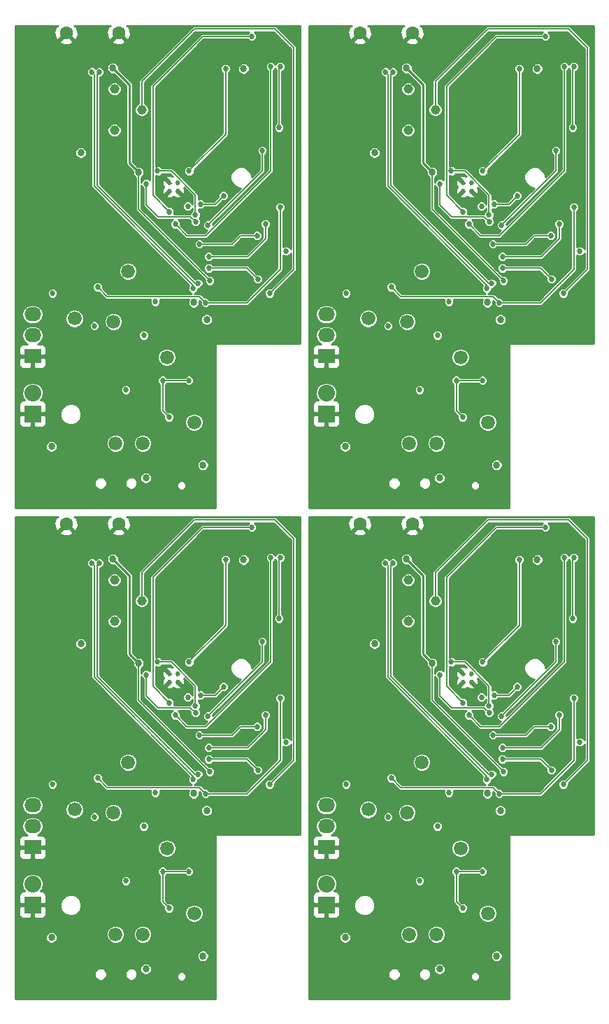
<source format=gbr>
G04 #@! TF.FileFunction,Copper,L4,Bot,Signal*
%FSLAX46Y46*%
G04 Gerber Fmt 4.6, Leading zero omitted, Abs format (unit mm)*
G04 Created by KiCad (PCBNEW 0.201601221447+6507~42~ubuntu15.10.1-product) date Fri 22 Jan 2016 07:17:06 PM EST*
%MOMM*%
G01*
G04 APERTURE LIST*
%ADD10C,0.100000*%
%ADD11C,1.600000*%
%ADD12R,2.032000X2.032000*%
%ADD13O,2.032000X2.032000*%
%ADD14C,0.457000*%
%ADD15C,1.150000*%
%ADD16C,1.680000*%
%ADD17R,2.032000X1.727200*%
%ADD18O,2.032000X1.727200*%
%ADD19C,0.685800*%
%ADD20C,0.863600*%
%ADD21C,0.254000*%
%ADD22C,0.152400*%
G04 APERTURE END LIST*
D10*
D11*
X61087000Y-73398000D03*
X54737000Y-73398000D03*
D12*
X50673000Y-119507000D03*
D13*
X50673000Y-116967000D03*
D14*
X68210400Y-92493800D03*
X67210400Y-92493800D03*
X68210400Y-91493800D03*
X67210400Y-91493800D03*
D15*
X63880000Y-82677000D03*
X60580000Y-85177000D03*
X60580000Y-80177000D03*
D16*
X66929000Y-112649000D03*
X64008000Y-123063000D03*
X60706000Y-123063000D03*
X60452000Y-108331000D03*
X62230000Y-102235000D03*
X55753000Y-107950000D03*
X70231000Y-120523000D03*
D17*
X50673000Y-112522000D03*
D18*
X50673000Y-109982000D03*
X50673000Y-107442000D03*
D11*
X61087000Y-13962000D03*
X54737000Y-13962000D03*
D12*
X50673000Y-60071000D03*
D13*
X50673000Y-57531000D03*
D14*
X68210400Y-33057800D03*
X67210400Y-33057800D03*
X68210400Y-32057800D03*
X67210400Y-32057800D03*
D15*
X63880000Y-23241000D03*
X60580000Y-25741000D03*
X60580000Y-20741000D03*
D16*
X66929000Y-53213000D03*
X64008000Y-63627000D03*
X60706000Y-63627000D03*
X60452000Y-48895000D03*
X62230000Y-42799000D03*
X55753000Y-48514000D03*
X70231000Y-61087000D03*
D17*
X50673000Y-53086000D03*
D18*
X50673000Y-50546000D03*
X50673000Y-48006000D03*
D11*
X25527000Y-73398000D03*
X19177000Y-73398000D03*
D12*
X15113000Y-119507000D03*
D13*
X15113000Y-116967000D03*
D14*
X32650400Y-92493800D03*
X31650400Y-92493800D03*
X32650400Y-91493800D03*
X31650400Y-91493800D03*
D15*
X28320000Y-82677000D03*
X25020000Y-85177000D03*
X25020000Y-80177000D03*
D16*
X31369000Y-112649000D03*
X28448000Y-123063000D03*
X25146000Y-123063000D03*
X24892000Y-108331000D03*
X26670000Y-102235000D03*
X20193000Y-107950000D03*
X34671000Y-120523000D03*
D17*
X15113000Y-112522000D03*
D18*
X15113000Y-109982000D03*
X15113000Y-107442000D03*
D17*
X15113000Y-53086000D03*
D18*
X15113000Y-50546000D03*
X15113000Y-48006000D03*
D16*
X34671000Y-61087000D03*
X20193000Y-48514000D03*
X26670000Y-42799000D03*
X24892000Y-48895000D03*
X25146000Y-63627000D03*
X28448000Y-63627000D03*
X31369000Y-53213000D03*
D15*
X28320000Y-23241000D03*
X25020000Y-25741000D03*
X25020000Y-20741000D03*
D14*
X32650400Y-33057800D03*
X31650400Y-33057800D03*
X32650400Y-32057800D03*
X31650400Y-32057800D03*
D12*
X15113000Y-60071000D03*
D13*
X15113000Y-57531000D03*
D11*
X25527000Y-13962000D03*
X19177000Y-13962000D03*
D19*
X72136000Y-103378000D03*
D20*
X60375800Y-77622400D03*
X63494000Y-90240200D03*
D19*
X72136000Y-43942000D03*
D20*
X60375800Y-18186400D03*
X63494000Y-30804200D03*
D19*
X36576000Y-103378000D03*
D20*
X24815800Y-77622400D03*
X27934000Y-90240200D03*
X27934000Y-30804200D03*
X24815800Y-18186400D03*
D19*
X36576000Y-43942000D03*
D20*
X78943200Y-73888600D03*
D19*
X65278000Y-119507000D03*
X60960000Y-86868000D03*
D20*
X56464200Y-130098800D03*
X68605400Y-124485400D03*
X52755800Y-83540600D03*
X65532000Y-130175000D03*
X77825600Y-109423200D03*
D19*
X67894200Y-85318600D03*
X65938400Y-85369400D03*
X53162200Y-124815600D03*
X59690000Y-115443000D03*
X68707000Y-109220000D03*
X64135000Y-108458000D03*
X61087000Y-106299000D03*
X70358000Y-97155000D03*
X57404000Y-117856000D03*
X54991000Y-116205000D03*
X67310000Y-102489000D03*
X60325000Y-110744000D03*
X54356000Y-110744000D03*
X53848000Y-108585000D03*
X59563000Y-94996000D03*
X54737000Y-96520000D03*
X53086000Y-94488000D03*
X71501000Y-128143000D03*
X67564000Y-130302000D03*
X70866000Y-130302000D03*
X60833000Y-129921000D03*
X63246000Y-130048000D03*
D20*
X78943200Y-14452600D03*
D19*
X65278000Y-60071000D03*
X60960000Y-27432000D03*
D20*
X56464200Y-70662800D03*
X68605400Y-65049400D03*
X52755800Y-24104600D03*
X65532000Y-70739000D03*
X77825600Y-49987200D03*
D19*
X67894200Y-25882600D03*
X65938400Y-25933400D03*
X53162200Y-65379600D03*
X59690000Y-56007000D03*
X68707000Y-49784000D03*
X64135000Y-49022000D03*
X61087000Y-46863000D03*
X70358000Y-37719000D03*
X57404000Y-58420000D03*
X54991000Y-56769000D03*
X67310000Y-43053000D03*
X60325000Y-51308000D03*
X54356000Y-51308000D03*
X53848000Y-49149000D03*
X59563000Y-35560000D03*
X54737000Y-37084000D03*
X53086000Y-35052000D03*
X71501000Y-68707000D03*
X67564000Y-70866000D03*
X70866000Y-70866000D03*
X60833000Y-70485000D03*
X63246000Y-70612000D03*
D20*
X43383200Y-73888600D03*
D19*
X29718000Y-119507000D03*
X25400000Y-86868000D03*
D20*
X20904200Y-130098800D03*
X33045400Y-124485400D03*
X17195800Y-83540600D03*
X29972000Y-130175000D03*
X42265600Y-109423200D03*
D19*
X32334200Y-85318600D03*
X30378400Y-85369400D03*
X17602200Y-124815600D03*
X24130000Y-115443000D03*
X33147000Y-109220000D03*
X28575000Y-108458000D03*
X25527000Y-106299000D03*
X34798000Y-97155000D03*
X21844000Y-117856000D03*
X19431000Y-116205000D03*
X31750000Y-102489000D03*
X24765000Y-110744000D03*
X18796000Y-110744000D03*
X18288000Y-108585000D03*
X24003000Y-94996000D03*
X19177000Y-96520000D03*
X17526000Y-94488000D03*
X35941000Y-128143000D03*
X32004000Y-130302000D03*
X35306000Y-130302000D03*
X25273000Y-129921000D03*
X27686000Y-130048000D03*
X27686000Y-70612000D03*
X25273000Y-70485000D03*
X35306000Y-70866000D03*
X32004000Y-70866000D03*
X35941000Y-68707000D03*
X17526000Y-35052000D03*
X19177000Y-37084000D03*
X24003000Y-35560000D03*
X18288000Y-49149000D03*
X18796000Y-51308000D03*
X24765000Y-51308000D03*
X31750000Y-43053000D03*
X19431000Y-56769000D03*
X21844000Y-58420000D03*
X34798000Y-37719000D03*
X25527000Y-46863000D03*
X28575000Y-49022000D03*
X33147000Y-49784000D03*
X24130000Y-56007000D03*
X17602200Y-65379600D03*
X30378400Y-25933400D03*
X32334200Y-25882600D03*
D20*
X42265600Y-49987200D03*
X29972000Y-70739000D03*
X17195800Y-24104600D03*
X33045400Y-65049400D03*
X20904200Y-70662800D03*
D19*
X25400000Y-27432000D03*
X29718000Y-60071000D03*
D20*
X43383200Y-14452600D03*
X71755000Y-108077000D03*
X56515000Y-87884000D03*
X71755000Y-48641000D03*
X56515000Y-28448000D03*
X36195000Y-108077000D03*
X20955000Y-87884000D03*
X20955000Y-28448000D03*
X36195000Y-48641000D03*
D19*
X61976000Y-116586000D03*
D20*
X52959000Y-123444000D03*
X70180200Y-105994200D03*
X76225400Y-77724000D03*
X71297800Y-125679200D03*
X64389000Y-127254000D03*
D19*
X81381600Y-99796600D03*
X64135000Y-109982000D03*
X69469000Y-94361000D03*
X65532000Y-105918000D03*
X58166000Y-108839000D03*
X53086000Y-104902000D03*
X61976000Y-57150000D03*
D20*
X52959000Y-64008000D03*
X70180200Y-46558200D03*
X76225400Y-18288000D03*
X71297800Y-66243200D03*
X64389000Y-67818000D03*
D19*
X81381600Y-40360600D03*
X64135000Y-50546000D03*
X69469000Y-34925000D03*
X65532000Y-46482000D03*
X58166000Y-49403000D03*
X53086000Y-45466000D03*
X26416000Y-116586000D03*
D20*
X17399000Y-123444000D03*
X34620200Y-105994200D03*
X40665400Y-77724000D03*
X35737800Y-125679200D03*
X28829000Y-127254000D03*
D19*
X45821600Y-99796600D03*
X28575000Y-109982000D03*
X33909000Y-94361000D03*
X29972000Y-105918000D03*
X22606000Y-108839000D03*
X17526000Y-104902000D03*
X17526000Y-45466000D03*
X22606000Y-49403000D03*
X29972000Y-46482000D03*
X33909000Y-34925000D03*
X28575000Y-50546000D03*
X45821600Y-40360600D03*
D20*
X28829000Y-67818000D03*
X35737800Y-66243200D03*
X40665400Y-18288000D03*
X34620200Y-46558200D03*
X17399000Y-64008000D03*
D19*
X26416000Y-57150000D03*
X67183000Y-119888000D03*
X66421000Y-115443000D03*
X69596000Y-115443000D03*
X67183000Y-60452000D03*
X66421000Y-56007000D03*
X69596000Y-56007000D03*
X31623000Y-119888000D03*
X30861000Y-115443000D03*
X34036000Y-115443000D03*
X34036000Y-56007000D03*
X30861000Y-56007000D03*
X31623000Y-60452000D03*
X70713335Y-103702162D03*
X58724800Y-78105000D03*
X70713335Y-44266162D03*
X58724800Y-18669000D03*
X35153335Y-103702162D03*
X23164800Y-78105000D03*
X23164800Y-18669000D03*
X35153335Y-44266162D03*
X70102679Y-104312818D03*
X57861200Y-78105000D03*
X70102679Y-44876818D03*
X57861200Y-18669000D03*
X34542679Y-104312818D03*
X22301200Y-78105000D03*
X22301200Y-18669000D03*
X34542679Y-44876818D03*
X74041000Y-77724000D03*
X69621400Y-90093800D03*
X74041000Y-18288000D03*
X69621400Y-30657800D03*
X38481000Y-77724000D03*
X34061400Y-90093800D03*
X34061400Y-30657800D03*
X38481000Y-18288000D03*
X77216000Y-73787000D03*
X67231518Y-95023682D03*
X77216000Y-14351000D03*
X67231518Y-35587682D03*
X41656000Y-73787000D03*
X31671518Y-95023682D03*
X31671518Y-35587682D03*
X41656000Y-14351000D03*
X79502000Y-77470000D03*
X67945000Y-96520000D03*
X79502000Y-18034000D03*
X67945000Y-37084000D03*
X43942000Y-77470000D03*
X32385000Y-96520000D03*
X32385000Y-37084000D03*
X43942000Y-18034000D03*
X80645000Y-77470000D03*
X80518000Y-84836000D03*
X80645000Y-18034000D03*
X80518000Y-25400000D03*
X45085000Y-77470000D03*
X44958000Y-84836000D03*
X44958000Y-25400000D03*
X45085000Y-18034000D03*
X78486000Y-87630000D03*
X71882000Y-96647000D03*
X78486000Y-28194000D03*
X71882000Y-37211000D03*
X42926000Y-87630000D03*
X36322000Y-96647000D03*
X36322000Y-37211000D03*
X42926000Y-28194000D03*
X64451520Y-91631673D03*
X70401272Y-96244272D03*
X64451520Y-32195673D03*
X70401272Y-36808272D03*
X28891520Y-91631673D03*
X34841272Y-96244272D03*
X34841272Y-36808272D03*
X28891520Y-32195673D03*
X70383400Y-95377000D03*
X65811400Y-90093800D03*
X70383400Y-35941000D03*
X65811400Y-30657800D03*
X34823400Y-95377000D03*
X30251400Y-90093800D03*
X30251400Y-30657800D03*
X34823400Y-35941000D03*
X70993000Y-94107000D03*
X71628000Y-106045000D03*
X73787000Y-93091000D03*
X58547000Y-104140000D03*
X80645000Y-94488000D03*
X70993000Y-34671000D03*
X71628000Y-46609000D03*
X73787000Y-33655000D03*
X58547000Y-44704000D03*
X80645000Y-35052000D03*
X35433000Y-94107000D03*
X36068000Y-106045000D03*
X38227000Y-93091000D03*
X22987000Y-104140000D03*
X45085000Y-94488000D03*
X45085000Y-35052000D03*
X22987000Y-44704000D03*
X38227000Y-33655000D03*
X36068000Y-46609000D03*
X35433000Y-34671000D03*
X79375000Y-104902000D03*
X79375000Y-45466000D03*
X43815000Y-104902000D03*
X43815000Y-45466000D03*
X77930081Y-103171919D03*
X72009000Y-101854000D03*
X77930081Y-43735919D03*
X72009000Y-42418000D03*
X42370081Y-103171919D03*
X36449000Y-101854000D03*
X36449000Y-42418000D03*
X42370081Y-43735919D03*
X77851000Y-97917000D03*
X70866000Y-98933000D03*
X77851000Y-38481000D03*
X70866000Y-39497000D03*
X42291000Y-97917000D03*
X35306000Y-98933000D03*
X35306000Y-39497000D03*
X42291000Y-38481000D03*
X72009000Y-100457000D03*
X78867000Y-96520000D03*
X72009000Y-41021000D03*
X78867000Y-37084000D03*
X36449000Y-100457000D03*
X43307000Y-96520000D03*
X43307000Y-37084000D03*
X36449000Y-41021000D03*
D21*
X60807599Y-78054199D02*
X60375800Y-77622400D01*
X62407800Y-79654400D02*
X60807599Y-78054199D01*
X62407800Y-89154000D02*
X62407800Y-79654400D01*
X63494000Y-90240200D02*
X62407800Y-89154000D01*
D22*
X63494000Y-94736000D02*
X63494000Y-90240200D01*
X72136000Y-103378000D02*
X63494000Y-94736000D01*
D21*
X60807599Y-18618199D02*
X60375800Y-18186400D01*
X62407800Y-20218400D02*
X60807599Y-18618199D01*
X62407800Y-29718000D02*
X62407800Y-20218400D01*
X63494000Y-30804200D02*
X62407800Y-29718000D01*
D22*
X63494000Y-35300000D02*
X63494000Y-30804200D01*
X72136000Y-43942000D02*
X63494000Y-35300000D01*
D21*
X25247599Y-78054199D02*
X24815800Y-77622400D01*
X26847800Y-79654400D02*
X25247599Y-78054199D01*
X26847800Y-89154000D02*
X26847800Y-79654400D01*
X27934000Y-90240200D02*
X26847800Y-89154000D01*
D22*
X27934000Y-94736000D02*
X27934000Y-90240200D01*
X36576000Y-103378000D02*
X27934000Y-94736000D01*
X36576000Y-43942000D02*
X27934000Y-35300000D01*
X27934000Y-35300000D02*
X27934000Y-30804200D01*
D21*
X27934000Y-30804200D02*
X26847800Y-29718000D01*
X26847800Y-29718000D02*
X26847800Y-20218400D01*
X26847800Y-20218400D02*
X25247599Y-18618199D01*
X25247599Y-18618199D02*
X24815800Y-18186400D01*
D22*
X63119000Y-129921000D02*
X63246000Y-130048000D01*
X60833000Y-129921000D02*
X63119000Y-129921000D01*
X63119000Y-70485000D02*
X63246000Y-70612000D01*
X60833000Y-70485000D02*
X63119000Y-70485000D01*
X27559000Y-129921000D02*
X27686000Y-130048000D01*
X25273000Y-129921000D02*
X27559000Y-129921000D01*
X25273000Y-70485000D02*
X27559000Y-70485000D01*
X27559000Y-70485000D02*
X27686000Y-70612000D01*
X66421000Y-119126000D02*
X67183000Y-119888000D01*
X66421000Y-115443000D02*
X66421000Y-119126000D01*
X66421000Y-115443000D02*
X69596000Y-115443000D01*
X66421000Y-59690000D02*
X67183000Y-60452000D01*
X66421000Y-56007000D02*
X66421000Y-59690000D01*
X66421000Y-56007000D02*
X69596000Y-56007000D01*
X30861000Y-119126000D02*
X31623000Y-119888000D01*
X30861000Y-115443000D02*
X30861000Y-119126000D01*
X30861000Y-115443000D02*
X34036000Y-115443000D01*
X30861000Y-56007000D02*
X34036000Y-56007000D01*
X30861000Y-56007000D02*
X30861000Y-59690000D01*
X30861000Y-59690000D02*
X31623000Y-60452000D01*
X58458099Y-91824096D02*
X58458099Y-78371701D01*
X70336165Y-103702162D02*
X58458099Y-91824096D01*
X70713335Y-103702162D02*
X70336165Y-103702162D01*
X58458099Y-78371701D02*
X58724800Y-78105000D01*
X58458099Y-32388096D02*
X58458099Y-18935701D01*
X70336165Y-44266162D02*
X58458099Y-32388096D01*
X70713335Y-44266162D02*
X70336165Y-44266162D01*
X58458099Y-18935701D02*
X58724800Y-18669000D01*
X22898099Y-91824096D02*
X22898099Y-78371701D01*
X34776165Y-103702162D02*
X22898099Y-91824096D01*
X35153335Y-103702162D02*
X34776165Y-103702162D01*
X22898099Y-78371701D02*
X23164800Y-78105000D01*
X22898099Y-18935701D02*
X23164800Y-18669000D01*
X35153335Y-44266162D02*
X34776165Y-44266162D01*
X34776165Y-44266162D02*
X22898099Y-32388096D01*
X22898099Y-32388096D02*
X22898099Y-18935701D01*
X58127901Y-91960870D02*
X58127901Y-78371701D01*
X58127901Y-78371701D02*
X57861200Y-78105000D01*
X70102679Y-103935648D02*
X58127901Y-91960870D01*
X70102679Y-104312818D02*
X70102679Y-103935648D01*
X58127901Y-32524870D02*
X58127901Y-18935701D01*
X58127901Y-18935701D02*
X57861200Y-18669000D01*
X70102679Y-44499648D02*
X58127901Y-32524870D01*
X70102679Y-44876818D02*
X70102679Y-44499648D01*
X22567901Y-91960870D02*
X22567901Y-78371701D01*
X22567901Y-78371701D02*
X22301200Y-78105000D01*
X34542679Y-103935648D02*
X22567901Y-91960870D01*
X34542679Y-104312818D02*
X34542679Y-103935648D01*
X34542679Y-44876818D02*
X34542679Y-44499648D01*
X34542679Y-44499648D02*
X22567901Y-32524870D01*
X22567901Y-18935701D02*
X22301200Y-18669000D01*
X22567901Y-32524870D02*
X22567901Y-18935701D01*
X74041000Y-85674200D02*
X74041000Y-77724000D01*
X69621400Y-90093800D02*
X74041000Y-85674200D01*
X74041000Y-26238200D02*
X74041000Y-18288000D01*
X69621400Y-30657800D02*
X74041000Y-26238200D01*
X38481000Y-85674200D02*
X38481000Y-77724000D01*
X34061400Y-90093800D02*
X38481000Y-85674200D01*
X34061400Y-30657800D02*
X38481000Y-26238200D01*
X38481000Y-26238200D02*
X38481000Y-18288000D01*
X65239899Y-93032063D02*
X65239899Y-79794101D01*
X67231518Y-95023682D02*
X65239899Y-93032063D01*
X71247000Y-73787000D02*
X77216000Y-73787000D01*
X65239899Y-79794101D02*
X71247000Y-73787000D01*
X65239899Y-33596063D02*
X65239899Y-20358101D01*
X67231518Y-35587682D02*
X65239899Y-33596063D01*
X71247000Y-14351000D02*
X77216000Y-14351000D01*
X65239899Y-20358101D02*
X71247000Y-14351000D01*
X29679899Y-93032063D02*
X29679899Y-79794101D01*
X31671518Y-95023682D02*
X29679899Y-93032063D01*
X35687000Y-73787000D02*
X41656000Y-73787000D01*
X29679899Y-79794101D02*
X35687000Y-73787000D01*
X29679899Y-20358101D02*
X35687000Y-14351000D01*
X35687000Y-14351000D02*
X41656000Y-14351000D01*
X31671518Y-35587682D02*
X29679899Y-33596063D01*
X29679899Y-33596063D02*
X29679899Y-20358101D01*
X79502000Y-90043000D02*
X79502000Y-77954933D01*
X72199501Y-97345499D02*
X79502000Y-90043000D01*
X79502000Y-77954933D02*
X79502000Y-77470000D01*
X72199501Y-97345499D02*
X71628000Y-97917000D01*
X69342000Y-97917000D02*
X69723000Y-97917000D01*
X67945000Y-96520000D02*
X69342000Y-97917000D01*
X71628000Y-97917000D02*
X69723000Y-97917000D01*
X79502000Y-30607000D02*
X79502000Y-18518933D01*
X72199501Y-37909499D02*
X79502000Y-30607000D01*
X79502000Y-18518933D02*
X79502000Y-18034000D01*
X72199501Y-37909499D02*
X71628000Y-38481000D01*
X69342000Y-38481000D02*
X69723000Y-38481000D01*
X67945000Y-37084000D02*
X69342000Y-38481000D01*
X71628000Y-38481000D02*
X69723000Y-38481000D01*
X43942000Y-90043000D02*
X43942000Y-77954933D01*
X36639501Y-97345499D02*
X43942000Y-90043000D01*
X43942000Y-77954933D02*
X43942000Y-77470000D01*
X36639501Y-97345499D02*
X36068000Y-97917000D01*
X33782000Y-97917000D02*
X34163000Y-97917000D01*
X32385000Y-96520000D02*
X33782000Y-97917000D01*
X36068000Y-97917000D02*
X34163000Y-97917000D01*
X36068000Y-38481000D02*
X34163000Y-38481000D01*
X32385000Y-37084000D02*
X33782000Y-38481000D01*
X33782000Y-38481000D02*
X34163000Y-38481000D01*
X36639501Y-37909499D02*
X36068000Y-38481000D01*
X43942000Y-18518933D02*
X43942000Y-18034000D01*
X36639501Y-37909499D02*
X43942000Y-30607000D01*
X43942000Y-30607000D02*
X43942000Y-18518933D01*
X80518000Y-77597000D02*
X80645000Y-77470000D01*
X80518000Y-84836000D02*
X80518000Y-77597000D01*
X80518000Y-18161000D02*
X80645000Y-18034000D01*
X80518000Y-25400000D02*
X80518000Y-18161000D01*
X44958000Y-77597000D02*
X45085000Y-77470000D01*
X44958000Y-84836000D02*
X44958000Y-77597000D01*
X44958000Y-25400000D02*
X44958000Y-18161000D01*
X44958000Y-18161000D02*
X45085000Y-18034000D01*
X78486000Y-90043000D02*
X78486000Y-87630000D01*
X71882000Y-96647000D02*
X78486000Y-90043000D01*
X78486000Y-30607000D02*
X78486000Y-28194000D01*
X71882000Y-37211000D02*
X78486000Y-30607000D01*
X42926000Y-90043000D02*
X42926000Y-87630000D01*
X36322000Y-96647000D02*
X42926000Y-90043000D01*
X36322000Y-37211000D02*
X42926000Y-30607000D01*
X42926000Y-30607000D02*
X42926000Y-28194000D01*
X64451520Y-92116606D02*
X64451520Y-91631673D01*
X65848520Y-95631000D02*
X64451520Y-94234000D01*
X70401272Y-96244272D02*
X69788000Y-95631000D01*
X64451520Y-94234000D02*
X64451520Y-92116606D01*
X69788000Y-95631000D02*
X65848520Y-95631000D01*
X64451520Y-32680606D02*
X64451520Y-32195673D01*
X65848520Y-36195000D02*
X64451520Y-34798000D01*
X70401272Y-36808272D02*
X69788000Y-36195000D01*
X64451520Y-34798000D02*
X64451520Y-32680606D01*
X69788000Y-36195000D02*
X65848520Y-36195000D01*
X28891520Y-92116606D02*
X28891520Y-91631673D01*
X30288520Y-95631000D02*
X28891520Y-94234000D01*
X34841272Y-96244272D02*
X34228000Y-95631000D01*
X28891520Y-94234000D02*
X28891520Y-92116606D01*
X34228000Y-95631000D02*
X30288520Y-95631000D01*
X34228000Y-36195000D02*
X30288520Y-36195000D01*
X28891520Y-34798000D02*
X28891520Y-32680606D01*
X34841272Y-36808272D02*
X34228000Y-36195000D01*
X30288520Y-36195000D02*
X28891520Y-34798000D01*
X28891520Y-32680606D02*
X28891520Y-32195673D01*
X66296333Y-90093800D02*
X65811400Y-90093800D01*
X70383400Y-92990290D02*
X67486910Y-90093800D01*
X67486910Y-90093800D02*
X66296333Y-90093800D01*
X70383400Y-95377000D02*
X70383400Y-92990290D01*
X66296333Y-30657800D02*
X65811400Y-30657800D01*
X70383400Y-33554290D02*
X67486910Y-30657800D01*
X67486910Y-30657800D02*
X66296333Y-30657800D01*
X70383400Y-35941000D02*
X70383400Y-33554290D01*
X30736333Y-90093800D02*
X30251400Y-90093800D01*
X34823400Y-92990290D02*
X31926910Y-90093800D01*
X31926910Y-90093800D02*
X30736333Y-90093800D01*
X34823400Y-95377000D02*
X34823400Y-92990290D01*
X34823400Y-35941000D02*
X34823400Y-33554290D01*
X31926910Y-30657800D02*
X30736333Y-30657800D01*
X34823400Y-33554290D02*
X31926910Y-30657800D01*
X30736333Y-30657800D02*
X30251400Y-30657800D01*
X72771000Y-94107000D02*
X73787000Y-93091000D01*
X70993000Y-94107000D02*
X72771000Y-94107000D01*
X70866000Y-105283000D02*
X71628000Y-106045000D01*
X59690000Y-105283000D02*
X58547000Y-104140000D01*
X70866000Y-105283000D02*
X59690000Y-105283000D01*
X71628000Y-106045000D02*
X76581000Y-106045000D01*
X76581000Y-106045000D02*
X80645000Y-101981000D01*
X80645000Y-101981000D02*
X80645000Y-94488000D01*
X72771000Y-34671000D02*
X73787000Y-33655000D01*
X70993000Y-34671000D02*
X72771000Y-34671000D01*
X70866000Y-45847000D02*
X71628000Y-46609000D01*
X59690000Y-45847000D02*
X58547000Y-44704000D01*
X70866000Y-45847000D02*
X59690000Y-45847000D01*
X71628000Y-46609000D02*
X76581000Y-46609000D01*
X76581000Y-46609000D02*
X80645000Y-42545000D01*
X80645000Y-42545000D02*
X80645000Y-35052000D01*
X37211000Y-94107000D02*
X38227000Y-93091000D01*
X35433000Y-94107000D02*
X37211000Y-94107000D01*
X35306000Y-105283000D02*
X36068000Y-106045000D01*
X24130000Y-105283000D02*
X22987000Y-104140000D01*
X35306000Y-105283000D02*
X24130000Y-105283000D01*
X36068000Y-106045000D02*
X41021000Y-106045000D01*
X41021000Y-106045000D02*
X45085000Y-101981000D01*
X45085000Y-101981000D02*
X45085000Y-94488000D01*
X45085000Y-42545000D02*
X45085000Y-35052000D01*
X41021000Y-46609000D02*
X45085000Y-42545000D01*
X36068000Y-46609000D02*
X41021000Y-46609000D01*
X35306000Y-45847000D02*
X24130000Y-45847000D01*
X24130000Y-45847000D02*
X22987000Y-44704000D01*
X35306000Y-45847000D02*
X36068000Y-46609000D01*
X35433000Y-34671000D02*
X37211000Y-34671000D01*
X37211000Y-34671000D02*
X38227000Y-33655000D01*
X63880000Y-81863828D02*
X63880000Y-82677000D01*
X63881000Y-81862828D02*
X63880000Y-81863828D01*
X63881000Y-79248000D02*
X63881000Y-81862828D01*
X70231000Y-72898000D02*
X63881000Y-79248000D01*
X80010000Y-72898000D02*
X70231000Y-72898000D01*
X82296000Y-75184000D02*
X80010000Y-72898000D01*
X82296000Y-101981000D02*
X82296000Y-75184000D01*
X79375000Y-104902000D02*
X82296000Y-101981000D01*
X63880000Y-22427828D02*
X63880000Y-23241000D01*
X63881000Y-22426828D02*
X63880000Y-22427828D01*
X63881000Y-19812000D02*
X63881000Y-22426828D01*
X70231000Y-13462000D02*
X63881000Y-19812000D01*
X80010000Y-13462000D02*
X70231000Y-13462000D01*
X82296000Y-15748000D02*
X80010000Y-13462000D01*
X82296000Y-42545000D02*
X82296000Y-15748000D01*
X79375000Y-45466000D02*
X82296000Y-42545000D01*
X28320000Y-81863828D02*
X28320000Y-82677000D01*
X28321000Y-81862828D02*
X28320000Y-81863828D01*
X28321000Y-79248000D02*
X28321000Y-81862828D01*
X34671000Y-72898000D02*
X28321000Y-79248000D01*
X44450000Y-72898000D02*
X34671000Y-72898000D01*
X46736000Y-75184000D02*
X44450000Y-72898000D01*
X46736000Y-101981000D02*
X46736000Y-75184000D01*
X43815000Y-104902000D02*
X46736000Y-101981000D01*
X43815000Y-45466000D02*
X46736000Y-42545000D01*
X46736000Y-42545000D02*
X46736000Y-15748000D01*
X46736000Y-15748000D02*
X44450000Y-13462000D01*
X44450000Y-13462000D02*
X34671000Y-13462000D01*
X34671000Y-13462000D02*
X28321000Y-19812000D01*
X28321000Y-19812000D02*
X28321000Y-22426828D01*
X28321000Y-22426828D02*
X28320000Y-22427828D01*
X28320000Y-22427828D02*
X28320000Y-23241000D01*
X76612162Y-101854000D02*
X77930081Y-103171919D01*
X72009000Y-101854000D02*
X76612162Y-101854000D01*
X76612162Y-42418000D02*
X77930081Y-43735919D01*
X72009000Y-42418000D02*
X76612162Y-42418000D01*
X41052162Y-101854000D02*
X42370081Y-103171919D01*
X36449000Y-101854000D02*
X41052162Y-101854000D01*
X36449000Y-42418000D02*
X41052162Y-42418000D01*
X41052162Y-42418000D02*
X42370081Y-43735919D01*
X70866000Y-98933000D02*
X74803000Y-98933000D01*
X75819000Y-97917000D02*
X77851000Y-97917000D01*
X74803000Y-98933000D02*
X75819000Y-97917000D01*
X70866000Y-39497000D02*
X74803000Y-39497000D01*
X75819000Y-38481000D02*
X77851000Y-38481000D01*
X74803000Y-39497000D02*
X75819000Y-38481000D01*
X35306000Y-98933000D02*
X39243000Y-98933000D01*
X40259000Y-97917000D02*
X42291000Y-97917000D01*
X39243000Y-98933000D02*
X40259000Y-97917000D01*
X39243000Y-39497000D02*
X40259000Y-38481000D01*
X40259000Y-38481000D02*
X42291000Y-38481000D01*
X35306000Y-39497000D02*
X39243000Y-39497000D01*
X72009000Y-100457000D02*
X76708000Y-100457000D01*
X76708000Y-100457000D02*
X78867000Y-98298000D01*
X78867000Y-98298000D02*
X78867000Y-96520000D01*
X72009000Y-41021000D02*
X76708000Y-41021000D01*
X76708000Y-41021000D02*
X78867000Y-38862000D01*
X78867000Y-38862000D02*
X78867000Y-37084000D01*
X36449000Y-100457000D02*
X41148000Y-100457000D01*
X41148000Y-100457000D02*
X43307000Y-98298000D01*
X43307000Y-98298000D02*
X43307000Y-96520000D01*
X43307000Y-38862000D02*
X43307000Y-37084000D01*
X41148000Y-41021000D02*
X43307000Y-38862000D01*
X36449000Y-41021000D02*
X41148000Y-41021000D01*
D21*
G36*
X18169253Y-13133861D02*
X17923136Y-13207995D01*
X17730035Y-13745223D01*
X17757222Y-14315454D01*
X17923136Y-14716005D01*
X18169255Y-14790139D01*
X18997395Y-13962000D01*
X18983252Y-13947858D01*
X19162858Y-13768252D01*
X19177000Y-13782395D01*
X19191142Y-13768252D01*
X19370748Y-13947858D01*
X19356605Y-13962000D01*
X20184745Y-14790139D01*
X20430864Y-14716005D01*
X20623965Y-14178777D01*
X20596778Y-13608546D01*
X20430864Y-13207995D01*
X20184747Y-13133861D01*
X20264208Y-13054400D01*
X24439792Y-13054400D01*
X24519253Y-13133861D01*
X24273136Y-13207995D01*
X24080035Y-13745223D01*
X24107222Y-14315454D01*
X24273136Y-14716005D01*
X24519255Y-14790139D01*
X25347395Y-13962000D01*
X25333252Y-13947858D01*
X25512858Y-13768252D01*
X25527000Y-13782395D01*
X25541142Y-13768252D01*
X25720748Y-13947858D01*
X25706605Y-13962000D01*
X26534745Y-14790139D01*
X26780864Y-14716005D01*
X26973965Y-14178777D01*
X26946778Y-13608546D01*
X26780864Y-13207995D01*
X26534747Y-13133861D01*
X26614208Y-13054400D01*
X47524600Y-13054400D01*
X47524600Y-51562000D01*
X37338000Y-51562000D01*
X37289399Y-51571667D01*
X37248197Y-51599197D01*
X37220667Y-51640399D01*
X37211000Y-51689000D01*
X37211000Y-71400600D01*
X13054400Y-71400600D01*
X13054400Y-68598401D01*
X22588469Y-68598401D01*
X22703078Y-68875775D01*
X22915109Y-69088177D01*
X23192282Y-69203269D01*
X23492401Y-69203531D01*
X23769775Y-69088922D01*
X23982177Y-68876891D01*
X24096154Y-68602401D01*
X26296469Y-68602401D01*
X26411078Y-68879775D01*
X26623109Y-69092177D01*
X26900282Y-69207269D01*
X27200401Y-69207531D01*
X27477775Y-69092922D01*
X27690177Y-68880891D01*
X27714325Y-68822734D01*
X32562499Y-68822734D01*
X32651281Y-69037603D01*
X32815532Y-69202141D01*
X33030246Y-69291298D01*
X33262734Y-69291501D01*
X33477603Y-69202719D01*
X33642141Y-69038468D01*
X33731298Y-68823754D01*
X33731501Y-68591266D01*
X33642719Y-68376397D01*
X33478468Y-68211859D01*
X33263754Y-68122702D01*
X33031266Y-68122499D01*
X32816397Y-68211281D01*
X32651859Y-68375532D01*
X32562702Y-68590246D01*
X32562499Y-68822734D01*
X27714325Y-68822734D01*
X27805269Y-68603718D01*
X27805531Y-68303599D01*
X27690922Y-68026225D01*
X27623661Y-67958846D01*
X28117677Y-67958846D01*
X28225723Y-68220336D01*
X28425612Y-68420574D01*
X28686913Y-68529076D01*
X28969846Y-68529323D01*
X29231336Y-68421277D01*
X29431574Y-68221388D01*
X29540076Y-67960087D01*
X29540323Y-67677154D01*
X29432277Y-67415664D01*
X29232388Y-67215426D01*
X28971087Y-67106924D01*
X28688154Y-67106677D01*
X28426664Y-67214723D01*
X28226426Y-67414612D01*
X28117924Y-67675913D01*
X28117677Y-67958846D01*
X27623661Y-67958846D01*
X27478891Y-67813823D01*
X27201718Y-67698731D01*
X26901599Y-67698469D01*
X26624225Y-67813078D01*
X26411823Y-68025109D01*
X26296731Y-68302282D01*
X26296469Y-68602401D01*
X24096154Y-68602401D01*
X24097269Y-68599718D01*
X24097531Y-68299599D01*
X23982922Y-68022225D01*
X23770891Y-67809823D01*
X23493718Y-67694731D01*
X23193599Y-67694469D01*
X22916225Y-67809078D01*
X22703823Y-68021109D01*
X22588731Y-68298282D01*
X22588469Y-68598401D01*
X13054400Y-68598401D01*
X13054400Y-66384046D01*
X35026477Y-66384046D01*
X35134523Y-66645536D01*
X35334412Y-66845774D01*
X35595713Y-66954276D01*
X35878646Y-66954523D01*
X36140136Y-66846477D01*
X36340374Y-66646588D01*
X36448876Y-66385287D01*
X36449123Y-66102354D01*
X36341077Y-65840864D01*
X36141188Y-65640626D01*
X35879887Y-65532124D01*
X35596954Y-65531877D01*
X35335464Y-65639923D01*
X35135226Y-65839812D01*
X35026724Y-66101113D01*
X35026477Y-66384046D01*
X13054400Y-66384046D01*
X13054400Y-64148846D01*
X16687677Y-64148846D01*
X16795723Y-64410336D01*
X16995612Y-64610574D01*
X17256913Y-64719076D01*
X17539846Y-64719323D01*
X17801336Y-64611277D01*
X18001574Y-64411388D01*
X18110076Y-64150087D01*
X18110323Y-63867154D01*
X18102692Y-63848685D01*
X24026406Y-63848685D01*
X24196466Y-64260261D01*
X24511083Y-64575428D01*
X24922361Y-64746205D01*
X25367685Y-64746594D01*
X25779261Y-64576534D01*
X26094428Y-64261917D01*
X26265205Y-63850639D01*
X26265206Y-63848685D01*
X27328406Y-63848685D01*
X27498466Y-64260261D01*
X27813083Y-64575428D01*
X28224361Y-64746205D01*
X28669685Y-64746594D01*
X29081261Y-64576534D01*
X29396428Y-64261917D01*
X29567205Y-63850639D01*
X29567594Y-63405315D01*
X29397534Y-62993739D01*
X29082917Y-62678572D01*
X28671639Y-62507795D01*
X28226315Y-62507406D01*
X27814739Y-62677466D01*
X27499572Y-62992083D01*
X27328795Y-63403361D01*
X27328406Y-63848685D01*
X26265206Y-63848685D01*
X26265594Y-63405315D01*
X26095534Y-62993739D01*
X25780917Y-62678572D01*
X25369639Y-62507795D01*
X24924315Y-62507406D01*
X24512739Y-62677466D01*
X24197572Y-62992083D01*
X24026795Y-63403361D01*
X24026406Y-63848685D01*
X18102692Y-63848685D01*
X18002277Y-63605664D01*
X17802388Y-63405426D01*
X17541087Y-63296924D01*
X17258154Y-63296677D01*
X16996664Y-63404723D01*
X16796426Y-63604612D01*
X16687924Y-63865913D01*
X16687677Y-64148846D01*
X13054400Y-64148846D01*
X13054400Y-60356750D01*
X13462000Y-60356750D01*
X13462000Y-61213310D01*
X13558673Y-61446699D01*
X13737302Y-61625327D01*
X13970691Y-61722000D01*
X14827250Y-61722000D01*
X14986000Y-61563250D01*
X14986000Y-60198000D01*
X15240000Y-60198000D01*
X15240000Y-61563250D01*
X15398750Y-61722000D01*
X16255309Y-61722000D01*
X16488698Y-61625327D01*
X16667327Y-61446699D01*
X16764000Y-61213310D01*
X16764000Y-60361372D01*
X18463378Y-60361372D01*
X18657745Y-60831775D01*
X19017332Y-61191990D01*
X19487395Y-61387178D01*
X19996372Y-61387622D01*
X20187413Y-61308685D01*
X33551406Y-61308685D01*
X33721466Y-61720261D01*
X34036083Y-62035428D01*
X34447361Y-62206205D01*
X34892685Y-62206594D01*
X35304261Y-62036534D01*
X35619428Y-61721917D01*
X35790205Y-61310639D01*
X35790594Y-60865315D01*
X35620534Y-60453739D01*
X35305917Y-60138572D01*
X34894639Y-59967795D01*
X34449315Y-59967406D01*
X34037739Y-60137466D01*
X33722572Y-60452083D01*
X33551795Y-60863361D01*
X33551406Y-61308685D01*
X20187413Y-61308685D01*
X20466775Y-61193255D01*
X20826990Y-60833668D01*
X21022178Y-60363605D01*
X21022622Y-59854628D01*
X20828255Y-59384225D01*
X20468668Y-59024010D01*
X19998605Y-58828822D01*
X19489628Y-58828378D01*
X19019225Y-59022745D01*
X18659010Y-59382332D01*
X18463822Y-59852395D01*
X18463378Y-60361372D01*
X16764000Y-60361372D01*
X16764000Y-60356750D01*
X16605250Y-60198000D01*
X15240000Y-60198000D01*
X14986000Y-60198000D01*
X13620750Y-60198000D01*
X13462000Y-60356750D01*
X13054400Y-60356750D01*
X13054400Y-58928690D01*
X13462000Y-58928690D01*
X13462000Y-59785250D01*
X13620750Y-59944000D01*
X14986000Y-59944000D01*
X14986000Y-59924000D01*
X15240000Y-59924000D01*
X15240000Y-59944000D01*
X16605250Y-59944000D01*
X16764000Y-59785250D01*
X16764000Y-58928690D01*
X16667327Y-58695301D01*
X16488698Y-58516673D01*
X16255309Y-58420000D01*
X16072396Y-58420000D01*
X16335172Y-58026728D01*
X16433778Y-57531000D01*
X16382507Y-57273240D01*
X25793592Y-57273240D01*
X25888132Y-57502044D01*
X26063035Y-57677253D01*
X26291674Y-57772192D01*
X26539240Y-57772408D01*
X26768044Y-57677868D01*
X26943253Y-57502965D01*
X27038192Y-57274326D01*
X27038408Y-57026760D01*
X26943868Y-56797956D01*
X26768965Y-56622747D01*
X26540326Y-56527808D01*
X26292760Y-56527592D01*
X26063956Y-56622132D01*
X25888747Y-56797035D01*
X25793808Y-57025674D01*
X25793592Y-57273240D01*
X16382507Y-57273240D01*
X16335172Y-57035272D01*
X16054364Y-56615014D01*
X15634106Y-56334206D01*
X15138378Y-56235600D01*
X15087622Y-56235600D01*
X14591894Y-56334206D01*
X14171636Y-56615014D01*
X13890828Y-57035272D01*
X13792222Y-57531000D01*
X13890828Y-58026728D01*
X14153604Y-58420000D01*
X13970691Y-58420000D01*
X13737302Y-58516673D01*
X13558673Y-58695301D01*
X13462000Y-58928690D01*
X13054400Y-58928690D01*
X13054400Y-56130240D01*
X30238592Y-56130240D01*
X30333132Y-56359044D01*
X30505400Y-56531613D01*
X30505400Y-59690000D01*
X30532468Y-59826083D01*
X30609553Y-59941447D01*
X31000804Y-60332698D01*
X31000592Y-60575240D01*
X31095132Y-60804044D01*
X31270035Y-60979253D01*
X31498674Y-61074192D01*
X31746240Y-61074408D01*
X31975044Y-60979868D01*
X32150253Y-60804965D01*
X32245192Y-60576326D01*
X32245408Y-60328760D01*
X32150868Y-60099956D01*
X31975965Y-59924747D01*
X31747326Y-59829808D01*
X31503489Y-59829595D01*
X31216600Y-59542706D01*
X31216600Y-56531318D01*
X31385613Y-56362600D01*
X33511682Y-56362600D01*
X33683035Y-56534253D01*
X33911674Y-56629192D01*
X34159240Y-56629408D01*
X34388044Y-56534868D01*
X34563253Y-56359965D01*
X34658192Y-56131326D01*
X34658408Y-55883760D01*
X34563868Y-55654956D01*
X34388965Y-55479747D01*
X34160326Y-55384808D01*
X33912760Y-55384592D01*
X33683956Y-55479132D01*
X33511387Y-55651400D01*
X31385318Y-55651400D01*
X31213965Y-55479747D01*
X30985326Y-55384808D01*
X30737760Y-55384592D01*
X30508956Y-55479132D01*
X30333747Y-55654035D01*
X30238808Y-55882674D01*
X30238592Y-56130240D01*
X13054400Y-56130240D01*
X13054400Y-53371750D01*
X13462000Y-53371750D01*
X13462000Y-54075910D01*
X13558673Y-54309299D01*
X13737302Y-54487927D01*
X13970691Y-54584600D01*
X14827250Y-54584600D01*
X14986000Y-54425850D01*
X14986000Y-53213000D01*
X15240000Y-53213000D01*
X15240000Y-54425850D01*
X15398750Y-54584600D01*
X16255309Y-54584600D01*
X16488698Y-54487927D01*
X16667327Y-54309299D01*
X16764000Y-54075910D01*
X16764000Y-53434685D01*
X30249406Y-53434685D01*
X30419466Y-53846261D01*
X30734083Y-54161428D01*
X31145361Y-54332205D01*
X31590685Y-54332594D01*
X32002261Y-54162534D01*
X32317428Y-53847917D01*
X32488205Y-53436639D01*
X32488594Y-52991315D01*
X32318534Y-52579739D01*
X32003917Y-52264572D01*
X31592639Y-52093795D01*
X31147315Y-52093406D01*
X30735739Y-52263466D01*
X30420572Y-52578083D01*
X30249795Y-52989361D01*
X30249406Y-53434685D01*
X16764000Y-53434685D01*
X16764000Y-53371750D01*
X16605250Y-53213000D01*
X15240000Y-53213000D01*
X14986000Y-53213000D01*
X13620750Y-53213000D01*
X13462000Y-53371750D01*
X13054400Y-53371750D01*
X13054400Y-52096090D01*
X13462000Y-52096090D01*
X13462000Y-52800250D01*
X13620750Y-52959000D01*
X14986000Y-52959000D01*
X14986000Y-52939000D01*
X15240000Y-52939000D01*
X15240000Y-52959000D01*
X16605250Y-52959000D01*
X16764000Y-52800250D01*
X16764000Y-52096090D01*
X16667327Y-51862701D01*
X16488698Y-51684073D01*
X16255309Y-51587400D01*
X15750026Y-51587400D01*
X16099001Y-51354223D01*
X16346772Y-50983407D01*
X16409263Y-50669240D01*
X27952592Y-50669240D01*
X28047132Y-50898044D01*
X28222035Y-51073253D01*
X28450674Y-51168192D01*
X28698240Y-51168408D01*
X28927044Y-51073868D01*
X29102253Y-50898965D01*
X29197192Y-50670326D01*
X29197408Y-50422760D01*
X29102868Y-50193956D01*
X28927965Y-50018747D01*
X28699326Y-49923808D01*
X28451760Y-49923592D01*
X28222956Y-50018132D01*
X28047747Y-50193035D01*
X27952808Y-50421674D01*
X27952592Y-50669240D01*
X16409263Y-50669240D01*
X16433778Y-50546000D01*
X16346772Y-50108593D01*
X16099001Y-49737777D01*
X15728185Y-49490006D01*
X15290778Y-49403000D01*
X14935222Y-49403000D01*
X14497815Y-49490006D01*
X14126999Y-49737777D01*
X13879228Y-50108593D01*
X13792222Y-50546000D01*
X13879228Y-50983407D01*
X14126999Y-51354223D01*
X14475974Y-51587400D01*
X13970691Y-51587400D01*
X13737302Y-51684073D01*
X13558673Y-51862701D01*
X13462000Y-52096090D01*
X13054400Y-52096090D01*
X13054400Y-48006000D01*
X13792222Y-48006000D01*
X13879228Y-48443407D01*
X14126999Y-48814223D01*
X14497815Y-49061994D01*
X14935222Y-49149000D01*
X15290778Y-49149000D01*
X15728185Y-49061994D01*
X16099001Y-48814223D01*
X16151478Y-48735685D01*
X19073406Y-48735685D01*
X19243466Y-49147261D01*
X19558083Y-49462428D01*
X19969361Y-49633205D01*
X20414685Y-49633594D01*
X20674501Y-49526240D01*
X21983592Y-49526240D01*
X22078132Y-49755044D01*
X22253035Y-49930253D01*
X22481674Y-50025192D01*
X22729240Y-50025408D01*
X22958044Y-49930868D01*
X23133253Y-49755965D01*
X23228192Y-49527326D01*
X23228408Y-49279760D01*
X23161027Y-49116685D01*
X23772406Y-49116685D01*
X23942466Y-49528261D01*
X24257083Y-49843428D01*
X24668361Y-50014205D01*
X25113685Y-50014594D01*
X25525261Y-49844534D01*
X25840428Y-49529917D01*
X26011205Y-49118639D01*
X26011499Y-48781846D01*
X35483677Y-48781846D01*
X35591723Y-49043336D01*
X35791612Y-49243574D01*
X36052913Y-49352076D01*
X36335846Y-49352323D01*
X36597336Y-49244277D01*
X36797574Y-49044388D01*
X36906076Y-48783087D01*
X36906323Y-48500154D01*
X36798277Y-48238664D01*
X36598388Y-48038426D01*
X36337087Y-47929924D01*
X36054154Y-47929677D01*
X35792664Y-48037723D01*
X35592426Y-48237612D01*
X35483924Y-48498913D01*
X35483677Y-48781846D01*
X26011499Y-48781846D01*
X26011594Y-48673315D01*
X25841534Y-48261739D01*
X25526917Y-47946572D01*
X25115639Y-47775795D01*
X24670315Y-47775406D01*
X24258739Y-47945466D01*
X23943572Y-48260083D01*
X23772795Y-48671361D01*
X23772406Y-49116685D01*
X23161027Y-49116685D01*
X23133868Y-49050956D01*
X22958965Y-48875747D01*
X22730326Y-48780808D01*
X22482760Y-48780592D01*
X22253956Y-48875132D01*
X22078747Y-49050035D01*
X21983808Y-49278674D01*
X21983592Y-49526240D01*
X20674501Y-49526240D01*
X20826261Y-49463534D01*
X21141428Y-49148917D01*
X21312205Y-48737639D01*
X21312594Y-48292315D01*
X21142534Y-47880739D01*
X20827917Y-47565572D01*
X20416639Y-47394795D01*
X19971315Y-47394406D01*
X19559739Y-47564466D01*
X19244572Y-47879083D01*
X19073795Y-48290361D01*
X19073406Y-48735685D01*
X16151478Y-48735685D01*
X16346772Y-48443407D01*
X16433778Y-48006000D01*
X16346772Y-47568593D01*
X16099001Y-47197777D01*
X15728185Y-46950006D01*
X15290778Y-46863000D01*
X14935222Y-46863000D01*
X14497815Y-46950006D01*
X14126999Y-47197777D01*
X13879228Y-47568593D01*
X13792222Y-48006000D01*
X13054400Y-48006000D01*
X13054400Y-45589240D01*
X16903592Y-45589240D01*
X16998132Y-45818044D01*
X17173035Y-45993253D01*
X17401674Y-46088192D01*
X17649240Y-46088408D01*
X17878044Y-45993868D01*
X18053253Y-45818965D01*
X18148192Y-45590326D01*
X18148408Y-45342760D01*
X18053868Y-45113956D01*
X17878965Y-44938747D01*
X17650326Y-44843808D01*
X17402760Y-44843592D01*
X17173956Y-44938132D01*
X16998747Y-45113035D01*
X16903808Y-45341674D01*
X16903592Y-45589240D01*
X13054400Y-45589240D01*
X13054400Y-43020685D01*
X25550406Y-43020685D01*
X25720466Y-43432261D01*
X26035083Y-43747428D01*
X26446361Y-43918205D01*
X26891685Y-43918594D01*
X27303261Y-43748534D01*
X27618428Y-43433917D01*
X27789205Y-43022639D01*
X27789594Y-42577315D01*
X27619534Y-42165739D01*
X27304917Y-41850572D01*
X26893639Y-41679795D01*
X26448315Y-41679406D01*
X26036739Y-41849466D01*
X25721572Y-42164083D01*
X25550795Y-42575361D01*
X25550406Y-43020685D01*
X13054400Y-43020685D01*
X13054400Y-28588846D01*
X20243677Y-28588846D01*
X20351723Y-28850336D01*
X20551612Y-29050574D01*
X20812913Y-29159076D01*
X21095846Y-29159323D01*
X21357336Y-29051277D01*
X21557574Y-28851388D01*
X21666076Y-28590087D01*
X21666323Y-28307154D01*
X21558277Y-28045664D01*
X21358388Y-27845426D01*
X21097087Y-27736924D01*
X20814154Y-27736677D01*
X20552664Y-27844723D01*
X20352426Y-28044612D01*
X20243924Y-28305913D01*
X20243677Y-28588846D01*
X13054400Y-28588846D01*
X13054400Y-18792240D01*
X21678792Y-18792240D01*
X21773332Y-19021044D01*
X21948235Y-19196253D01*
X22176874Y-19291192D01*
X22212301Y-19291223D01*
X22212301Y-32524870D01*
X22239369Y-32660953D01*
X22316454Y-32776317D01*
X34039729Y-44499592D01*
X34015426Y-44523853D01*
X33920487Y-44752492D01*
X33920271Y-45000058D01*
X34014811Y-45228862D01*
X34189714Y-45404071D01*
X34400026Y-45491400D01*
X24277294Y-45491400D01*
X23609196Y-44823302D01*
X23609408Y-44580760D01*
X23514868Y-44351956D01*
X23339965Y-44176747D01*
X23111326Y-44081808D01*
X22863760Y-44081592D01*
X22634956Y-44176132D01*
X22459747Y-44351035D01*
X22364808Y-44579674D01*
X22364592Y-44827240D01*
X22459132Y-45056044D01*
X22634035Y-45231253D01*
X22862674Y-45326192D01*
X23106511Y-45326405D01*
X23878553Y-46098447D01*
X23993917Y-46175532D01*
X24130000Y-46202600D01*
X29414200Y-46202600D01*
X29349808Y-46357674D01*
X29349592Y-46605240D01*
X29444132Y-46834044D01*
X29619035Y-47009253D01*
X29847674Y-47104192D01*
X30095240Y-47104408D01*
X30324044Y-47009868D01*
X30499253Y-46834965D01*
X30594192Y-46606326D01*
X30594408Y-46358760D01*
X30529884Y-46202600D01*
X33997783Y-46202600D01*
X33909124Y-46416113D01*
X33908877Y-46699046D01*
X34016923Y-46960536D01*
X34216812Y-47160774D01*
X34478113Y-47269276D01*
X34761046Y-47269523D01*
X35022536Y-47161477D01*
X35222774Y-46961588D01*
X35331276Y-46700287D01*
X35331523Y-46417354D01*
X35301993Y-46345887D01*
X35445804Y-46489698D01*
X35445592Y-46732240D01*
X35540132Y-46961044D01*
X35715035Y-47136253D01*
X35943674Y-47231192D01*
X36191240Y-47231408D01*
X36420044Y-47136868D01*
X36592613Y-46964600D01*
X41021000Y-46964600D01*
X41157083Y-46937532D01*
X41272447Y-46860447D01*
X45336447Y-42796447D01*
X45413532Y-42681083D01*
X45440600Y-42545000D01*
X45440600Y-40859769D01*
X45468635Y-40887853D01*
X45697274Y-40982792D01*
X45944840Y-40983008D01*
X46173644Y-40888468D01*
X46348853Y-40713565D01*
X46380400Y-40637591D01*
X46380400Y-42397706D01*
X43934302Y-44843804D01*
X43691760Y-44843592D01*
X43462956Y-44938132D01*
X43287747Y-45113035D01*
X43192808Y-45341674D01*
X43192592Y-45589240D01*
X43287132Y-45818044D01*
X43462035Y-45993253D01*
X43690674Y-46088192D01*
X43938240Y-46088408D01*
X44167044Y-45993868D01*
X44342253Y-45818965D01*
X44437192Y-45590326D01*
X44437405Y-45346489D01*
X46987447Y-42796447D01*
X47064532Y-42681083D01*
X47091600Y-42545000D01*
X47091600Y-15748000D01*
X47064532Y-15611918D01*
X47064532Y-15611917D01*
X46987447Y-15496553D01*
X44701447Y-13210553D01*
X44586083Y-13133468D01*
X44450000Y-13106400D01*
X34671000Y-13106400D01*
X34534917Y-13133468D01*
X34419553Y-13210553D01*
X28069553Y-19560553D01*
X27992468Y-19675917D01*
X27992468Y-19675918D01*
X27965400Y-19812000D01*
X27965400Y-22422801D01*
X27964400Y-22427828D01*
X27964400Y-22463468D01*
X27836653Y-22516252D01*
X27596097Y-22756389D01*
X27465748Y-23070304D01*
X27465452Y-23410205D01*
X27595252Y-23724347D01*
X27835389Y-23964903D01*
X28149304Y-24095252D01*
X28489205Y-24095548D01*
X28803347Y-23965748D01*
X29043903Y-23725611D01*
X29174252Y-23411696D01*
X29174548Y-23071795D01*
X29044748Y-22757653D01*
X28804611Y-22517097D01*
X28675600Y-22463527D01*
X28675600Y-22431855D01*
X28676600Y-22426828D01*
X28676600Y-19959294D01*
X34818294Y-13817600D01*
X41317344Y-13817600D01*
X41303956Y-13823132D01*
X41131387Y-13995400D01*
X35687000Y-13995400D01*
X35550918Y-14022468D01*
X35435553Y-14099553D01*
X29428452Y-20106654D01*
X29351367Y-20222018D01*
X29351367Y-20222019D01*
X29324299Y-20358101D01*
X29324299Y-31748374D01*
X29244485Y-31668420D01*
X29015846Y-31573481D01*
X28768280Y-31573265D01*
X28539476Y-31667805D01*
X28364267Y-31842708D01*
X28289600Y-32022526D01*
X28289600Y-31426788D01*
X28336336Y-31407477D01*
X28536574Y-31207588D01*
X28645076Y-30946287D01*
X28645323Y-30663354D01*
X28537277Y-30401864D01*
X28337388Y-30201626D01*
X28076087Y-30093124D01*
X27797417Y-30092881D01*
X27254200Y-29549664D01*
X27254200Y-20218400D01*
X27223265Y-20062877D01*
X27135168Y-19931032D01*
X25526881Y-18322745D01*
X25527123Y-18045554D01*
X25419077Y-17784064D01*
X25219188Y-17583826D01*
X24957887Y-17475324D01*
X24674954Y-17475077D01*
X24413464Y-17583123D01*
X24213226Y-17783012D01*
X24104724Y-18044313D01*
X24104477Y-18327246D01*
X24212523Y-18588736D01*
X24412412Y-18788974D01*
X24673713Y-18897476D01*
X24952383Y-18897719D01*
X26441400Y-20386736D01*
X26441400Y-29718000D01*
X26472335Y-29873523D01*
X26560432Y-30005368D01*
X27222919Y-30667855D01*
X27222677Y-30945046D01*
X27330723Y-31206536D01*
X27530612Y-31406774D01*
X27578400Y-31426617D01*
X27578400Y-35300000D01*
X27605468Y-35436083D01*
X27682553Y-35551447D01*
X35953804Y-43822698D01*
X35953592Y-44065240D01*
X36048132Y-44294044D01*
X36223035Y-44469253D01*
X36451674Y-44564192D01*
X36699240Y-44564408D01*
X36928044Y-44469868D01*
X37103253Y-44294965D01*
X37198192Y-44066326D01*
X37198408Y-43818760D01*
X37103868Y-43589956D01*
X36928965Y-43414747D01*
X36700326Y-43319808D01*
X36456489Y-43319595D01*
X35678134Y-42541240D01*
X35826592Y-42541240D01*
X35921132Y-42770044D01*
X36096035Y-42945253D01*
X36324674Y-43040192D01*
X36572240Y-43040408D01*
X36801044Y-42945868D01*
X36973613Y-42773600D01*
X40904868Y-42773600D01*
X41747885Y-43616617D01*
X41747673Y-43859159D01*
X41842213Y-44087963D01*
X42017116Y-44263172D01*
X42245755Y-44358111D01*
X42493321Y-44358327D01*
X42722125Y-44263787D01*
X42897334Y-44088884D01*
X42992273Y-43860245D01*
X42992489Y-43612679D01*
X42897949Y-43383875D01*
X42723046Y-43208666D01*
X42494407Y-43113727D01*
X42250570Y-43113514D01*
X41303609Y-42166553D01*
X41188245Y-42089468D01*
X41052162Y-42062400D01*
X36973318Y-42062400D01*
X36801965Y-41890747D01*
X36573326Y-41795808D01*
X36325760Y-41795592D01*
X36096956Y-41890132D01*
X35921747Y-42065035D01*
X35826808Y-42293674D01*
X35826592Y-42541240D01*
X35678134Y-42541240D01*
X34281134Y-41144240D01*
X35826592Y-41144240D01*
X35921132Y-41373044D01*
X36096035Y-41548253D01*
X36324674Y-41643192D01*
X36572240Y-41643408D01*
X36801044Y-41548868D01*
X36973613Y-41376600D01*
X41148000Y-41376600D01*
X41284083Y-41349532D01*
X41399447Y-41272447D01*
X43558447Y-39113447D01*
X43635532Y-38998083D01*
X43662600Y-38862000D01*
X43662600Y-37608318D01*
X43834253Y-37436965D01*
X43929192Y-37208326D01*
X43929408Y-36960760D01*
X43834868Y-36731956D01*
X43659965Y-36556747D01*
X43431326Y-36461808D01*
X43183760Y-36461592D01*
X42954956Y-36556132D01*
X42779747Y-36731035D01*
X42684808Y-36959674D01*
X42684592Y-37207240D01*
X42779132Y-37436044D01*
X42951400Y-37608613D01*
X42951400Y-38714706D01*
X41000706Y-40665400D01*
X36973318Y-40665400D01*
X36801965Y-40493747D01*
X36573326Y-40398808D01*
X36325760Y-40398592D01*
X36096956Y-40493132D01*
X35921747Y-40668035D01*
X35826808Y-40896674D01*
X35826592Y-41144240D01*
X34281134Y-41144240D01*
X32757134Y-39620240D01*
X34683592Y-39620240D01*
X34778132Y-39849044D01*
X34953035Y-40024253D01*
X35181674Y-40119192D01*
X35429240Y-40119408D01*
X35658044Y-40024868D01*
X35830613Y-39852600D01*
X39243000Y-39852600D01*
X39379083Y-39825532D01*
X39494447Y-39748447D01*
X40406294Y-38836600D01*
X41766682Y-38836600D01*
X41938035Y-39008253D01*
X42166674Y-39103192D01*
X42414240Y-39103408D01*
X42643044Y-39008868D01*
X42818253Y-38833965D01*
X42913192Y-38605326D01*
X42913408Y-38357760D01*
X42818868Y-38128956D01*
X42643965Y-37953747D01*
X42415326Y-37858808D01*
X42167760Y-37858592D01*
X41938956Y-37953132D01*
X41766387Y-38125400D01*
X40259000Y-38125400D01*
X40122917Y-38152468D01*
X40007553Y-38229553D01*
X39095706Y-39141400D01*
X35830318Y-39141400D01*
X35658965Y-38969747D01*
X35430326Y-38874808D01*
X35182760Y-38874592D01*
X34953956Y-38969132D01*
X34778747Y-39144035D01*
X34683808Y-39372674D01*
X34683592Y-39620240D01*
X32757134Y-39620240D01*
X28289600Y-35152706D01*
X28289600Y-32368498D01*
X28363652Y-32547717D01*
X28535920Y-32720286D01*
X28535920Y-34798000D01*
X28562988Y-34934083D01*
X28640073Y-35049447D01*
X30037073Y-36446447D01*
X30152438Y-36523532D01*
X30288520Y-36550600D01*
X32046344Y-36550600D01*
X32032956Y-36556132D01*
X31857747Y-36731035D01*
X31762808Y-36959674D01*
X31762592Y-37207240D01*
X31857132Y-37436044D01*
X32032035Y-37611253D01*
X32260674Y-37706192D01*
X32504511Y-37706405D01*
X33530553Y-38732447D01*
X33645918Y-38809532D01*
X33782000Y-38836600D01*
X36068000Y-38836600D01*
X36204083Y-38809532D01*
X36319447Y-38732447D01*
X36890948Y-38160947D01*
X36890950Y-38160944D01*
X44193447Y-30858447D01*
X44270532Y-30743083D01*
X44297600Y-30607000D01*
X44297600Y-18558318D01*
X44469253Y-18386965D01*
X44513492Y-18280426D01*
X44557132Y-18386044D01*
X44602400Y-18431391D01*
X44602400Y-24875682D01*
X44430747Y-25047035D01*
X44335808Y-25275674D01*
X44335592Y-25523240D01*
X44430132Y-25752044D01*
X44605035Y-25927253D01*
X44833674Y-26022192D01*
X45081240Y-26022408D01*
X45310044Y-25927868D01*
X45485253Y-25752965D01*
X45580192Y-25524326D01*
X45580408Y-25276760D01*
X45485868Y-25047956D01*
X45313600Y-24875387D01*
X45313600Y-18612874D01*
X45437044Y-18561868D01*
X45612253Y-18386965D01*
X45707192Y-18158326D01*
X45707408Y-17910760D01*
X45612868Y-17681956D01*
X45437965Y-17506747D01*
X45209326Y-17411808D01*
X44961760Y-17411592D01*
X44732956Y-17506132D01*
X44557747Y-17681035D01*
X44513508Y-17787574D01*
X44469868Y-17681956D01*
X44294965Y-17506747D01*
X44066326Y-17411808D01*
X43818760Y-17411592D01*
X43589956Y-17506132D01*
X43414747Y-17681035D01*
X43319808Y-17909674D01*
X43319592Y-18157240D01*
X43414132Y-18386044D01*
X43586400Y-18558613D01*
X43586400Y-30459706D01*
X36944396Y-37101710D01*
X36944405Y-37091489D01*
X43177447Y-30858447D01*
X43213694Y-30804200D01*
X43254532Y-30743082D01*
X43281600Y-30607000D01*
X43281600Y-28718318D01*
X43453253Y-28546965D01*
X43548192Y-28318326D01*
X43548408Y-28070760D01*
X43453868Y-27841956D01*
X43278965Y-27666747D01*
X43050326Y-27571808D01*
X42802760Y-27571592D01*
X42573956Y-27666132D01*
X42398747Y-27841035D01*
X42303808Y-28069674D01*
X42303592Y-28317240D01*
X42398132Y-28546044D01*
X42570400Y-28718613D01*
X42570400Y-30459706D01*
X41622410Y-31407696D01*
X41622622Y-31164628D01*
X41428255Y-30694225D01*
X41068668Y-30334010D01*
X40598605Y-30138822D01*
X40089628Y-30138378D01*
X39619225Y-30332745D01*
X39259010Y-30692332D01*
X39063822Y-31162395D01*
X39063378Y-31671372D01*
X39257745Y-32141775D01*
X39617332Y-32501990D01*
X40087395Y-32697178D01*
X40332714Y-32697392D01*
X36441302Y-36588804D01*
X36198760Y-36588592D01*
X35969956Y-36683132D01*
X35794747Y-36858035D01*
X35699808Y-37086674D01*
X35699592Y-37334240D01*
X35794132Y-37563044D01*
X35969035Y-37738253D01*
X36197674Y-37833192D01*
X36212900Y-37833205D01*
X35920706Y-38125400D01*
X33929294Y-38125400D01*
X33007196Y-37203302D01*
X33007408Y-36960760D01*
X32912868Y-36731956D01*
X32737965Y-36556747D01*
X32723161Y-36550600D01*
X34080706Y-36550600D01*
X34219076Y-36688970D01*
X34218864Y-36931512D01*
X34313404Y-37160316D01*
X34488307Y-37335525D01*
X34716946Y-37430464D01*
X34964512Y-37430680D01*
X35193316Y-37336140D01*
X35368525Y-37161237D01*
X35463464Y-36932598D01*
X35463680Y-36685032D01*
X35369140Y-36456228D01*
X35278781Y-36365711D01*
X35350653Y-36293965D01*
X35445592Y-36065326D01*
X35445808Y-35817760D01*
X35351268Y-35588956D01*
X35179000Y-35416387D01*
X35179000Y-35239347D01*
X35308674Y-35293192D01*
X35556240Y-35293408D01*
X35785044Y-35198868D01*
X35957613Y-35026600D01*
X37211000Y-35026600D01*
X37347083Y-34999532D01*
X37462447Y-34922447D01*
X38107698Y-34277196D01*
X38350240Y-34277408D01*
X38579044Y-34182868D01*
X38754253Y-34007965D01*
X38849192Y-33779326D01*
X38849408Y-33531760D01*
X38754868Y-33302956D01*
X38579965Y-33127747D01*
X38351326Y-33032808D01*
X38103760Y-33032592D01*
X37874956Y-33127132D01*
X37699747Y-33302035D01*
X37604808Y-33530674D01*
X37604595Y-33774511D01*
X37063706Y-34315400D01*
X35957318Y-34315400D01*
X35785965Y-34143747D01*
X35557326Y-34048808D01*
X35309760Y-34048592D01*
X35179000Y-34102621D01*
X35179000Y-33554290D01*
X35151932Y-33418208D01*
X35074847Y-33302843D01*
X33434192Y-31662188D01*
X33423804Y-31637109D01*
X33408925Y-31636921D01*
X33071279Y-31299275D01*
X33071091Y-31284396D01*
X33049758Y-31277754D01*
X32553044Y-30781040D01*
X33438992Y-30781040D01*
X33533532Y-31009844D01*
X33708435Y-31185053D01*
X33937074Y-31279992D01*
X34184640Y-31280208D01*
X34413444Y-31185668D01*
X34588653Y-31010765D01*
X34683592Y-30782126D01*
X34683805Y-30538289D01*
X38732447Y-26489647D01*
X38809532Y-26374283D01*
X38836600Y-26238200D01*
X38836600Y-18812318D01*
X39008253Y-18640965D01*
X39096332Y-18428846D01*
X39954077Y-18428846D01*
X40062123Y-18690336D01*
X40262012Y-18890574D01*
X40523313Y-18999076D01*
X40806246Y-18999323D01*
X41067736Y-18891277D01*
X41267974Y-18691388D01*
X41376476Y-18430087D01*
X41376723Y-18147154D01*
X41268677Y-17885664D01*
X41068788Y-17685426D01*
X40807487Y-17576924D01*
X40524554Y-17576677D01*
X40263064Y-17684723D01*
X40062826Y-17884612D01*
X39954324Y-18145913D01*
X39954077Y-18428846D01*
X39096332Y-18428846D01*
X39103192Y-18412326D01*
X39103408Y-18164760D01*
X39008868Y-17935956D01*
X38833965Y-17760747D01*
X38605326Y-17665808D01*
X38357760Y-17665592D01*
X38128956Y-17760132D01*
X37953747Y-17935035D01*
X37858808Y-18163674D01*
X37858592Y-18411240D01*
X37953132Y-18640044D01*
X38125400Y-18812613D01*
X38125400Y-26090906D01*
X34180702Y-30035604D01*
X33938160Y-30035392D01*
X33709356Y-30129932D01*
X33534147Y-30304835D01*
X33439208Y-30533474D01*
X33438992Y-30781040D01*
X32553044Y-30781040D01*
X32178357Y-30406353D01*
X32062993Y-30329268D01*
X31926910Y-30302200D01*
X30775718Y-30302200D01*
X30604365Y-30130547D01*
X30375726Y-30035608D01*
X30128160Y-30035392D01*
X30035499Y-30073679D01*
X30035499Y-20505395D01*
X35834294Y-14706600D01*
X41131682Y-14706600D01*
X41303035Y-14878253D01*
X41531674Y-14973192D01*
X41779240Y-14973408D01*
X42008044Y-14878868D01*
X42183253Y-14703965D01*
X42278192Y-14475326D01*
X42278408Y-14227760D01*
X42183868Y-13998956D01*
X42008965Y-13823747D01*
X41994161Y-13817600D01*
X44302706Y-13817600D01*
X46380400Y-15895294D01*
X46380400Y-40083417D01*
X46349468Y-40008556D01*
X46174565Y-39833347D01*
X45945926Y-39738408D01*
X45698360Y-39738192D01*
X45469556Y-39832732D01*
X45440600Y-39861637D01*
X45440600Y-35576318D01*
X45612253Y-35404965D01*
X45707192Y-35176326D01*
X45707408Y-34928760D01*
X45612868Y-34699956D01*
X45437965Y-34524747D01*
X45209326Y-34429808D01*
X44961760Y-34429592D01*
X44732956Y-34524132D01*
X44557747Y-34699035D01*
X44462808Y-34927674D01*
X44462592Y-35175240D01*
X44557132Y-35404044D01*
X44729400Y-35576613D01*
X44729400Y-42397706D01*
X40873706Y-46253400D01*
X36592318Y-46253400D01*
X36420965Y-46081747D01*
X36192326Y-45986808D01*
X35948489Y-45986595D01*
X35557447Y-45595553D01*
X35442083Y-45518468D01*
X35306000Y-45491400D01*
X34684859Y-45491400D01*
X34894723Y-45404686D01*
X35069932Y-45229783D01*
X35164871Y-45001144D01*
X35164969Y-44888473D01*
X35276575Y-44888570D01*
X35505379Y-44794030D01*
X35680588Y-44619127D01*
X35775527Y-44390488D01*
X35775743Y-44142922D01*
X35681203Y-43914118D01*
X35506300Y-43738909D01*
X35277661Y-43643970D01*
X35030095Y-43643754D01*
X34801291Y-43738294D01*
X34776219Y-43763322D01*
X23253699Y-32240802D01*
X23253699Y-25910205D01*
X24165452Y-25910205D01*
X24295252Y-26224347D01*
X24535389Y-26464903D01*
X24849304Y-26595252D01*
X25189205Y-26595548D01*
X25503347Y-26465748D01*
X25743903Y-26225611D01*
X25874252Y-25911696D01*
X25874548Y-25571795D01*
X25744748Y-25257653D01*
X25504611Y-25017097D01*
X25190696Y-24886748D01*
X24850795Y-24886452D01*
X24536653Y-25016252D01*
X24296097Y-25256389D01*
X24165748Y-25570304D01*
X24165452Y-25910205D01*
X23253699Y-25910205D01*
X23253699Y-20910205D01*
X24165452Y-20910205D01*
X24295252Y-21224347D01*
X24535389Y-21464903D01*
X24849304Y-21595252D01*
X25189205Y-21595548D01*
X25503347Y-21465748D01*
X25743903Y-21225611D01*
X25874252Y-20911696D01*
X25874548Y-20571795D01*
X25744748Y-20257653D01*
X25504611Y-20017097D01*
X25190696Y-19886748D01*
X24850795Y-19886452D01*
X24536653Y-20016252D01*
X24296097Y-20256389D01*
X24165748Y-20570304D01*
X24165452Y-20910205D01*
X23253699Y-20910205D01*
X23253699Y-19291378D01*
X23288040Y-19291408D01*
X23516844Y-19196868D01*
X23692053Y-19021965D01*
X23786992Y-18793326D01*
X23787208Y-18545760D01*
X23692668Y-18316956D01*
X23517765Y-18141747D01*
X23289126Y-18046808D01*
X23041560Y-18046592D01*
X22812756Y-18141132D01*
X22733014Y-18220734D01*
X22654165Y-18141747D01*
X22425526Y-18046808D01*
X22177960Y-18046592D01*
X21949156Y-18141132D01*
X21773947Y-18316035D01*
X21679008Y-18544674D01*
X21678792Y-18792240D01*
X13054400Y-18792240D01*
X13054400Y-14969745D01*
X18348861Y-14969745D01*
X18422995Y-15215864D01*
X18960223Y-15408965D01*
X19530454Y-15381778D01*
X19931005Y-15215864D01*
X20005139Y-14969745D01*
X24698861Y-14969745D01*
X24772995Y-15215864D01*
X25310223Y-15408965D01*
X25880454Y-15381778D01*
X26281005Y-15215864D01*
X26355139Y-14969745D01*
X25527000Y-14141605D01*
X24698861Y-14969745D01*
X20005139Y-14969745D01*
X19177000Y-14141605D01*
X18348861Y-14969745D01*
X13054400Y-14969745D01*
X13054400Y-13054400D01*
X18089792Y-13054400D01*
X18169253Y-13133861D01*
X18169253Y-13133861D01*
G37*
X18169253Y-13133861D02*
X17923136Y-13207995D01*
X17730035Y-13745223D01*
X17757222Y-14315454D01*
X17923136Y-14716005D01*
X18169255Y-14790139D01*
X18997395Y-13962000D01*
X18983252Y-13947858D01*
X19162858Y-13768252D01*
X19177000Y-13782395D01*
X19191142Y-13768252D01*
X19370748Y-13947858D01*
X19356605Y-13962000D01*
X20184745Y-14790139D01*
X20430864Y-14716005D01*
X20623965Y-14178777D01*
X20596778Y-13608546D01*
X20430864Y-13207995D01*
X20184747Y-13133861D01*
X20264208Y-13054400D01*
X24439792Y-13054400D01*
X24519253Y-13133861D01*
X24273136Y-13207995D01*
X24080035Y-13745223D01*
X24107222Y-14315454D01*
X24273136Y-14716005D01*
X24519255Y-14790139D01*
X25347395Y-13962000D01*
X25333252Y-13947858D01*
X25512858Y-13768252D01*
X25527000Y-13782395D01*
X25541142Y-13768252D01*
X25720748Y-13947858D01*
X25706605Y-13962000D01*
X26534745Y-14790139D01*
X26780864Y-14716005D01*
X26973965Y-14178777D01*
X26946778Y-13608546D01*
X26780864Y-13207995D01*
X26534747Y-13133861D01*
X26614208Y-13054400D01*
X47524600Y-13054400D01*
X47524600Y-51562000D01*
X37338000Y-51562000D01*
X37289399Y-51571667D01*
X37248197Y-51599197D01*
X37220667Y-51640399D01*
X37211000Y-51689000D01*
X37211000Y-71400600D01*
X13054400Y-71400600D01*
X13054400Y-68598401D01*
X22588469Y-68598401D01*
X22703078Y-68875775D01*
X22915109Y-69088177D01*
X23192282Y-69203269D01*
X23492401Y-69203531D01*
X23769775Y-69088922D01*
X23982177Y-68876891D01*
X24096154Y-68602401D01*
X26296469Y-68602401D01*
X26411078Y-68879775D01*
X26623109Y-69092177D01*
X26900282Y-69207269D01*
X27200401Y-69207531D01*
X27477775Y-69092922D01*
X27690177Y-68880891D01*
X27714325Y-68822734D01*
X32562499Y-68822734D01*
X32651281Y-69037603D01*
X32815532Y-69202141D01*
X33030246Y-69291298D01*
X33262734Y-69291501D01*
X33477603Y-69202719D01*
X33642141Y-69038468D01*
X33731298Y-68823754D01*
X33731501Y-68591266D01*
X33642719Y-68376397D01*
X33478468Y-68211859D01*
X33263754Y-68122702D01*
X33031266Y-68122499D01*
X32816397Y-68211281D01*
X32651859Y-68375532D01*
X32562702Y-68590246D01*
X32562499Y-68822734D01*
X27714325Y-68822734D01*
X27805269Y-68603718D01*
X27805531Y-68303599D01*
X27690922Y-68026225D01*
X27623661Y-67958846D01*
X28117677Y-67958846D01*
X28225723Y-68220336D01*
X28425612Y-68420574D01*
X28686913Y-68529076D01*
X28969846Y-68529323D01*
X29231336Y-68421277D01*
X29431574Y-68221388D01*
X29540076Y-67960087D01*
X29540323Y-67677154D01*
X29432277Y-67415664D01*
X29232388Y-67215426D01*
X28971087Y-67106924D01*
X28688154Y-67106677D01*
X28426664Y-67214723D01*
X28226426Y-67414612D01*
X28117924Y-67675913D01*
X28117677Y-67958846D01*
X27623661Y-67958846D01*
X27478891Y-67813823D01*
X27201718Y-67698731D01*
X26901599Y-67698469D01*
X26624225Y-67813078D01*
X26411823Y-68025109D01*
X26296731Y-68302282D01*
X26296469Y-68602401D01*
X24096154Y-68602401D01*
X24097269Y-68599718D01*
X24097531Y-68299599D01*
X23982922Y-68022225D01*
X23770891Y-67809823D01*
X23493718Y-67694731D01*
X23193599Y-67694469D01*
X22916225Y-67809078D01*
X22703823Y-68021109D01*
X22588731Y-68298282D01*
X22588469Y-68598401D01*
X13054400Y-68598401D01*
X13054400Y-66384046D01*
X35026477Y-66384046D01*
X35134523Y-66645536D01*
X35334412Y-66845774D01*
X35595713Y-66954276D01*
X35878646Y-66954523D01*
X36140136Y-66846477D01*
X36340374Y-66646588D01*
X36448876Y-66385287D01*
X36449123Y-66102354D01*
X36341077Y-65840864D01*
X36141188Y-65640626D01*
X35879887Y-65532124D01*
X35596954Y-65531877D01*
X35335464Y-65639923D01*
X35135226Y-65839812D01*
X35026724Y-66101113D01*
X35026477Y-66384046D01*
X13054400Y-66384046D01*
X13054400Y-64148846D01*
X16687677Y-64148846D01*
X16795723Y-64410336D01*
X16995612Y-64610574D01*
X17256913Y-64719076D01*
X17539846Y-64719323D01*
X17801336Y-64611277D01*
X18001574Y-64411388D01*
X18110076Y-64150087D01*
X18110323Y-63867154D01*
X18102692Y-63848685D01*
X24026406Y-63848685D01*
X24196466Y-64260261D01*
X24511083Y-64575428D01*
X24922361Y-64746205D01*
X25367685Y-64746594D01*
X25779261Y-64576534D01*
X26094428Y-64261917D01*
X26265205Y-63850639D01*
X26265206Y-63848685D01*
X27328406Y-63848685D01*
X27498466Y-64260261D01*
X27813083Y-64575428D01*
X28224361Y-64746205D01*
X28669685Y-64746594D01*
X29081261Y-64576534D01*
X29396428Y-64261917D01*
X29567205Y-63850639D01*
X29567594Y-63405315D01*
X29397534Y-62993739D01*
X29082917Y-62678572D01*
X28671639Y-62507795D01*
X28226315Y-62507406D01*
X27814739Y-62677466D01*
X27499572Y-62992083D01*
X27328795Y-63403361D01*
X27328406Y-63848685D01*
X26265206Y-63848685D01*
X26265594Y-63405315D01*
X26095534Y-62993739D01*
X25780917Y-62678572D01*
X25369639Y-62507795D01*
X24924315Y-62507406D01*
X24512739Y-62677466D01*
X24197572Y-62992083D01*
X24026795Y-63403361D01*
X24026406Y-63848685D01*
X18102692Y-63848685D01*
X18002277Y-63605664D01*
X17802388Y-63405426D01*
X17541087Y-63296924D01*
X17258154Y-63296677D01*
X16996664Y-63404723D01*
X16796426Y-63604612D01*
X16687924Y-63865913D01*
X16687677Y-64148846D01*
X13054400Y-64148846D01*
X13054400Y-60356750D01*
X13462000Y-60356750D01*
X13462000Y-61213310D01*
X13558673Y-61446699D01*
X13737302Y-61625327D01*
X13970691Y-61722000D01*
X14827250Y-61722000D01*
X14986000Y-61563250D01*
X14986000Y-60198000D01*
X15240000Y-60198000D01*
X15240000Y-61563250D01*
X15398750Y-61722000D01*
X16255309Y-61722000D01*
X16488698Y-61625327D01*
X16667327Y-61446699D01*
X16764000Y-61213310D01*
X16764000Y-60361372D01*
X18463378Y-60361372D01*
X18657745Y-60831775D01*
X19017332Y-61191990D01*
X19487395Y-61387178D01*
X19996372Y-61387622D01*
X20187413Y-61308685D01*
X33551406Y-61308685D01*
X33721466Y-61720261D01*
X34036083Y-62035428D01*
X34447361Y-62206205D01*
X34892685Y-62206594D01*
X35304261Y-62036534D01*
X35619428Y-61721917D01*
X35790205Y-61310639D01*
X35790594Y-60865315D01*
X35620534Y-60453739D01*
X35305917Y-60138572D01*
X34894639Y-59967795D01*
X34449315Y-59967406D01*
X34037739Y-60137466D01*
X33722572Y-60452083D01*
X33551795Y-60863361D01*
X33551406Y-61308685D01*
X20187413Y-61308685D01*
X20466775Y-61193255D01*
X20826990Y-60833668D01*
X21022178Y-60363605D01*
X21022622Y-59854628D01*
X20828255Y-59384225D01*
X20468668Y-59024010D01*
X19998605Y-58828822D01*
X19489628Y-58828378D01*
X19019225Y-59022745D01*
X18659010Y-59382332D01*
X18463822Y-59852395D01*
X18463378Y-60361372D01*
X16764000Y-60361372D01*
X16764000Y-60356750D01*
X16605250Y-60198000D01*
X15240000Y-60198000D01*
X14986000Y-60198000D01*
X13620750Y-60198000D01*
X13462000Y-60356750D01*
X13054400Y-60356750D01*
X13054400Y-58928690D01*
X13462000Y-58928690D01*
X13462000Y-59785250D01*
X13620750Y-59944000D01*
X14986000Y-59944000D01*
X14986000Y-59924000D01*
X15240000Y-59924000D01*
X15240000Y-59944000D01*
X16605250Y-59944000D01*
X16764000Y-59785250D01*
X16764000Y-58928690D01*
X16667327Y-58695301D01*
X16488698Y-58516673D01*
X16255309Y-58420000D01*
X16072396Y-58420000D01*
X16335172Y-58026728D01*
X16433778Y-57531000D01*
X16382507Y-57273240D01*
X25793592Y-57273240D01*
X25888132Y-57502044D01*
X26063035Y-57677253D01*
X26291674Y-57772192D01*
X26539240Y-57772408D01*
X26768044Y-57677868D01*
X26943253Y-57502965D01*
X27038192Y-57274326D01*
X27038408Y-57026760D01*
X26943868Y-56797956D01*
X26768965Y-56622747D01*
X26540326Y-56527808D01*
X26292760Y-56527592D01*
X26063956Y-56622132D01*
X25888747Y-56797035D01*
X25793808Y-57025674D01*
X25793592Y-57273240D01*
X16382507Y-57273240D01*
X16335172Y-57035272D01*
X16054364Y-56615014D01*
X15634106Y-56334206D01*
X15138378Y-56235600D01*
X15087622Y-56235600D01*
X14591894Y-56334206D01*
X14171636Y-56615014D01*
X13890828Y-57035272D01*
X13792222Y-57531000D01*
X13890828Y-58026728D01*
X14153604Y-58420000D01*
X13970691Y-58420000D01*
X13737302Y-58516673D01*
X13558673Y-58695301D01*
X13462000Y-58928690D01*
X13054400Y-58928690D01*
X13054400Y-56130240D01*
X30238592Y-56130240D01*
X30333132Y-56359044D01*
X30505400Y-56531613D01*
X30505400Y-59690000D01*
X30532468Y-59826083D01*
X30609553Y-59941447D01*
X31000804Y-60332698D01*
X31000592Y-60575240D01*
X31095132Y-60804044D01*
X31270035Y-60979253D01*
X31498674Y-61074192D01*
X31746240Y-61074408D01*
X31975044Y-60979868D01*
X32150253Y-60804965D01*
X32245192Y-60576326D01*
X32245408Y-60328760D01*
X32150868Y-60099956D01*
X31975965Y-59924747D01*
X31747326Y-59829808D01*
X31503489Y-59829595D01*
X31216600Y-59542706D01*
X31216600Y-56531318D01*
X31385613Y-56362600D01*
X33511682Y-56362600D01*
X33683035Y-56534253D01*
X33911674Y-56629192D01*
X34159240Y-56629408D01*
X34388044Y-56534868D01*
X34563253Y-56359965D01*
X34658192Y-56131326D01*
X34658408Y-55883760D01*
X34563868Y-55654956D01*
X34388965Y-55479747D01*
X34160326Y-55384808D01*
X33912760Y-55384592D01*
X33683956Y-55479132D01*
X33511387Y-55651400D01*
X31385318Y-55651400D01*
X31213965Y-55479747D01*
X30985326Y-55384808D01*
X30737760Y-55384592D01*
X30508956Y-55479132D01*
X30333747Y-55654035D01*
X30238808Y-55882674D01*
X30238592Y-56130240D01*
X13054400Y-56130240D01*
X13054400Y-53371750D01*
X13462000Y-53371750D01*
X13462000Y-54075910D01*
X13558673Y-54309299D01*
X13737302Y-54487927D01*
X13970691Y-54584600D01*
X14827250Y-54584600D01*
X14986000Y-54425850D01*
X14986000Y-53213000D01*
X15240000Y-53213000D01*
X15240000Y-54425850D01*
X15398750Y-54584600D01*
X16255309Y-54584600D01*
X16488698Y-54487927D01*
X16667327Y-54309299D01*
X16764000Y-54075910D01*
X16764000Y-53434685D01*
X30249406Y-53434685D01*
X30419466Y-53846261D01*
X30734083Y-54161428D01*
X31145361Y-54332205D01*
X31590685Y-54332594D01*
X32002261Y-54162534D01*
X32317428Y-53847917D01*
X32488205Y-53436639D01*
X32488594Y-52991315D01*
X32318534Y-52579739D01*
X32003917Y-52264572D01*
X31592639Y-52093795D01*
X31147315Y-52093406D01*
X30735739Y-52263466D01*
X30420572Y-52578083D01*
X30249795Y-52989361D01*
X30249406Y-53434685D01*
X16764000Y-53434685D01*
X16764000Y-53371750D01*
X16605250Y-53213000D01*
X15240000Y-53213000D01*
X14986000Y-53213000D01*
X13620750Y-53213000D01*
X13462000Y-53371750D01*
X13054400Y-53371750D01*
X13054400Y-52096090D01*
X13462000Y-52096090D01*
X13462000Y-52800250D01*
X13620750Y-52959000D01*
X14986000Y-52959000D01*
X14986000Y-52939000D01*
X15240000Y-52939000D01*
X15240000Y-52959000D01*
X16605250Y-52959000D01*
X16764000Y-52800250D01*
X16764000Y-52096090D01*
X16667327Y-51862701D01*
X16488698Y-51684073D01*
X16255309Y-51587400D01*
X15750026Y-51587400D01*
X16099001Y-51354223D01*
X16346772Y-50983407D01*
X16409263Y-50669240D01*
X27952592Y-50669240D01*
X28047132Y-50898044D01*
X28222035Y-51073253D01*
X28450674Y-51168192D01*
X28698240Y-51168408D01*
X28927044Y-51073868D01*
X29102253Y-50898965D01*
X29197192Y-50670326D01*
X29197408Y-50422760D01*
X29102868Y-50193956D01*
X28927965Y-50018747D01*
X28699326Y-49923808D01*
X28451760Y-49923592D01*
X28222956Y-50018132D01*
X28047747Y-50193035D01*
X27952808Y-50421674D01*
X27952592Y-50669240D01*
X16409263Y-50669240D01*
X16433778Y-50546000D01*
X16346772Y-50108593D01*
X16099001Y-49737777D01*
X15728185Y-49490006D01*
X15290778Y-49403000D01*
X14935222Y-49403000D01*
X14497815Y-49490006D01*
X14126999Y-49737777D01*
X13879228Y-50108593D01*
X13792222Y-50546000D01*
X13879228Y-50983407D01*
X14126999Y-51354223D01*
X14475974Y-51587400D01*
X13970691Y-51587400D01*
X13737302Y-51684073D01*
X13558673Y-51862701D01*
X13462000Y-52096090D01*
X13054400Y-52096090D01*
X13054400Y-48006000D01*
X13792222Y-48006000D01*
X13879228Y-48443407D01*
X14126999Y-48814223D01*
X14497815Y-49061994D01*
X14935222Y-49149000D01*
X15290778Y-49149000D01*
X15728185Y-49061994D01*
X16099001Y-48814223D01*
X16151478Y-48735685D01*
X19073406Y-48735685D01*
X19243466Y-49147261D01*
X19558083Y-49462428D01*
X19969361Y-49633205D01*
X20414685Y-49633594D01*
X20674501Y-49526240D01*
X21983592Y-49526240D01*
X22078132Y-49755044D01*
X22253035Y-49930253D01*
X22481674Y-50025192D01*
X22729240Y-50025408D01*
X22958044Y-49930868D01*
X23133253Y-49755965D01*
X23228192Y-49527326D01*
X23228408Y-49279760D01*
X23161027Y-49116685D01*
X23772406Y-49116685D01*
X23942466Y-49528261D01*
X24257083Y-49843428D01*
X24668361Y-50014205D01*
X25113685Y-50014594D01*
X25525261Y-49844534D01*
X25840428Y-49529917D01*
X26011205Y-49118639D01*
X26011499Y-48781846D01*
X35483677Y-48781846D01*
X35591723Y-49043336D01*
X35791612Y-49243574D01*
X36052913Y-49352076D01*
X36335846Y-49352323D01*
X36597336Y-49244277D01*
X36797574Y-49044388D01*
X36906076Y-48783087D01*
X36906323Y-48500154D01*
X36798277Y-48238664D01*
X36598388Y-48038426D01*
X36337087Y-47929924D01*
X36054154Y-47929677D01*
X35792664Y-48037723D01*
X35592426Y-48237612D01*
X35483924Y-48498913D01*
X35483677Y-48781846D01*
X26011499Y-48781846D01*
X26011594Y-48673315D01*
X25841534Y-48261739D01*
X25526917Y-47946572D01*
X25115639Y-47775795D01*
X24670315Y-47775406D01*
X24258739Y-47945466D01*
X23943572Y-48260083D01*
X23772795Y-48671361D01*
X23772406Y-49116685D01*
X23161027Y-49116685D01*
X23133868Y-49050956D01*
X22958965Y-48875747D01*
X22730326Y-48780808D01*
X22482760Y-48780592D01*
X22253956Y-48875132D01*
X22078747Y-49050035D01*
X21983808Y-49278674D01*
X21983592Y-49526240D01*
X20674501Y-49526240D01*
X20826261Y-49463534D01*
X21141428Y-49148917D01*
X21312205Y-48737639D01*
X21312594Y-48292315D01*
X21142534Y-47880739D01*
X20827917Y-47565572D01*
X20416639Y-47394795D01*
X19971315Y-47394406D01*
X19559739Y-47564466D01*
X19244572Y-47879083D01*
X19073795Y-48290361D01*
X19073406Y-48735685D01*
X16151478Y-48735685D01*
X16346772Y-48443407D01*
X16433778Y-48006000D01*
X16346772Y-47568593D01*
X16099001Y-47197777D01*
X15728185Y-46950006D01*
X15290778Y-46863000D01*
X14935222Y-46863000D01*
X14497815Y-46950006D01*
X14126999Y-47197777D01*
X13879228Y-47568593D01*
X13792222Y-48006000D01*
X13054400Y-48006000D01*
X13054400Y-45589240D01*
X16903592Y-45589240D01*
X16998132Y-45818044D01*
X17173035Y-45993253D01*
X17401674Y-46088192D01*
X17649240Y-46088408D01*
X17878044Y-45993868D01*
X18053253Y-45818965D01*
X18148192Y-45590326D01*
X18148408Y-45342760D01*
X18053868Y-45113956D01*
X17878965Y-44938747D01*
X17650326Y-44843808D01*
X17402760Y-44843592D01*
X17173956Y-44938132D01*
X16998747Y-45113035D01*
X16903808Y-45341674D01*
X16903592Y-45589240D01*
X13054400Y-45589240D01*
X13054400Y-43020685D01*
X25550406Y-43020685D01*
X25720466Y-43432261D01*
X26035083Y-43747428D01*
X26446361Y-43918205D01*
X26891685Y-43918594D01*
X27303261Y-43748534D01*
X27618428Y-43433917D01*
X27789205Y-43022639D01*
X27789594Y-42577315D01*
X27619534Y-42165739D01*
X27304917Y-41850572D01*
X26893639Y-41679795D01*
X26448315Y-41679406D01*
X26036739Y-41849466D01*
X25721572Y-42164083D01*
X25550795Y-42575361D01*
X25550406Y-43020685D01*
X13054400Y-43020685D01*
X13054400Y-28588846D01*
X20243677Y-28588846D01*
X20351723Y-28850336D01*
X20551612Y-29050574D01*
X20812913Y-29159076D01*
X21095846Y-29159323D01*
X21357336Y-29051277D01*
X21557574Y-28851388D01*
X21666076Y-28590087D01*
X21666323Y-28307154D01*
X21558277Y-28045664D01*
X21358388Y-27845426D01*
X21097087Y-27736924D01*
X20814154Y-27736677D01*
X20552664Y-27844723D01*
X20352426Y-28044612D01*
X20243924Y-28305913D01*
X20243677Y-28588846D01*
X13054400Y-28588846D01*
X13054400Y-18792240D01*
X21678792Y-18792240D01*
X21773332Y-19021044D01*
X21948235Y-19196253D01*
X22176874Y-19291192D01*
X22212301Y-19291223D01*
X22212301Y-32524870D01*
X22239369Y-32660953D01*
X22316454Y-32776317D01*
X34039729Y-44499592D01*
X34015426Y-44523853D01*
X33920487Y-44752492D01*
X33920271Y-45000058D01*
X34014811Y-45228862D01*
X34189714Y-45404071D01*
X34400026Y-45491400D01*
X24277294Y-45491400D01*
X23609196Y-44823302D01*
X23609408Y-44580760D01*
X23514868Y-44351956D01*
X23339965Y-44176747D01*
X23111326Y-44081808D01*
X22863760Y-44081592D01*
X22634956Y-44176132D01*
X22459747Y-44351035D01*
X22364808Y-44579674D01*
X22364592Y-44827240D01*
X22459132Y-45056044D01*
X22634035Y-45231253D01*
X22862674Y-45326192D01*
X23106511Y-45326405D01*
X23878553Y-46098447D01*
X23993917Y-46175532D01*
X24130000Y-46202600D01*
X29414200Y-46202600D01*
X29349808Y-46357674D01*
X29349592Y-46605240D01*
X29444132Y-46834044D01*
X29619035Y-47009253D01*
X29847674Y-47104192D01*
X30095240Y-47104408D01*
X30324044Y-47009868D01*
X30499253Y-46834965D01*
X30594192Y-46606326D01*
X30594408Y-46358760D01*
X30529884Y-46202600D01*
X33997783Y-46202600D01*
X33909124Y-46416113D01*
X33908877Y-46699046D01*
X34016923Y-46960536D01*
X34216812Y-47160774D01*
X34478113Y-47269276D01*
X34761046Y-47269523D01*
X35022536Y-47161477D01*
X35222774Y-46961588D01*
X35331276Y-46700287D01*
X35331523Y-46417354D01*
X35301993Y-46345887D01*
X35445804Y-46489698D01*
X35445592Y-46732240D01*
X35540132Y-46961044D01*
X35715035Y-47136253D01*
X35943674Y-47231192D01*
X36191240Y-47231408D01*
X36420044Y-47136868D01*
X36592613Y-46964600D01*
X41021000Y-46964600D01*
X41157083Y-46937532D01*
X41272447Y-46860447D01*
X45336447Y-42796447D01*
X45413532Y-42681083D01*
X45440600Y-42545000D01*
X45440600Y-40859769D01*
X45468635Y-40887853D01*
X45697274Y-40982792D01*
X45944840Y-40983008D01*
X46173644Y-40888468D01*
X46348853Y-40713565D01*
X46380400Y-40637591D01*
X46380400Y-42397706D01*
X43934302Y-44843804D01*
X43691760Y-44843592D01*
X43462956Y-44938132D01*
X43287747Y-45113035D01*
X43192808Y-45341674D01*
X43192592Y-45589240D01*
X43287132Y-45818044D01*
X43462035Y-45993253D01*
X43690674Y-46088192D01*
X43938240Y-46088408D01*
X44167044Y-45993868D01*
X44342253Y-45818965D01*
X44437192Y-45590326D01*
X44437405Y-45346489D01*
X46987447Y-42796447D01*
X47064532Y-42681083D01*
X47091600Y-42545000D01*
X47091600Y-15748000D01*
X47064532Y-15611918D01*
X47064532Y-15611917D01*
X46987447Y-15496553D01*
X44701447Y-13210553D01*
X44586083Y-13133468D01*
X44450000Y-13106400D01*
X34671000Y-13106400D01*
X34534917Y-13133468D01*
X34419553Y-13210553D01*
X28069553Y-19560553D01*
X27992468Y-19675917D01*
X27992468Y-19675918D01*
X27965400Y-19812000D01*
X27965400Y-22422801D01*
X27964400Y-22427828D01*
X27964400Y-22463468D01*
X27836653Y-22516252D01*
X27596097Y-22756389D01*
X27465748Y-23070304D01*
X27465452Y-23410205D01*
X27595252Y-23724347D01*
X27835389Y-23964903D01*
X28149304Y-24095252D01*
X28489205Y-24095548D01*
X28803347Y-23965748D01*
X29043903Y-23725611D01*
X29174252Y-23411696D01*
X29174548Y-23071795D01*
X29044748Y-22757653D01*
X28804611Y-22517097D01*
X28675600Y-22463527D01*
X28675600Y-22431855D01*
X28676600Y-22426828D01*
X28676600Y-19959294D01*
X34818294Y-13817600D01*
X41317344Y-13817600D01*
X41303956Y-13823132D01*
X41131387Y-13995400D01*
X35687000Y-13995400D01*
X35550918Y-14022468D01*
X35435553Y-14099553D01*
X29428452Y-20106654D01*
X29351367Y-20222018D01*
X29351367Y-20222019D01*
X29324299Y-20358101D01*
X29324299Y-31748374D01*
X29244485Y-31668420D01*
X29015846Y-31573481D01*
X28768280Y-31573265D01*
X28539476Y-31667805D01*
X28364267Y-31842708D01*
X28289600Y-32022526D01*
X28289600Y-31426788D01*
X28336336Y-31407477D01*
X28536574Y-31207588D01*
X28645076Y-30946287D01*
X28645323Y-30663354D01*
X28537277Y-30401864D01*
X28337388Y-30201626D01*
X28076087Y-30093124D01*
X27797417Y-30092881D01*
X27254200Y-29549664D01*
X27254200Y-20218400D01*
X27223265Y-20062877D01*
X27135168Y-19931032D01*
X25526881Y-18322745D01*
X25527123Y-18045554D01*
X25419077Y-17784064D01*
X25219188Y-17583826D01*
X24957887Y-17475324D01*
X24674954Y-17475077D01*
X24413464Y-17583123D01*
X24213226Y-17783012D01*
X24104724Y-18044313D01*
X24104477Y-18327246D01*
X24212523Y-18588736D01*
X24412412Y-18788974D01*
X24673713Y-18897476D01*
X24952383Y-18897719D01*
X26441400Y-20386736D01*
X26441400Y-29718000D01*
X26472335Y-29873523D01*
X26560432Y-30005368D01*
X27222919Y-30667855D01*
X27222677Y-30945046D01*
X27330723Y-31206536D01*
X27530612Y-31406774D01*
X27578400Y-31426617D01*
X27578400Y-35300000D01*
X27605468Y-35436083D01*
X27682553Y-35551447D01*
X35953804Y-43822698D01*
X35953592Y-44065240D01*
X36048132Y-44294044D01*
X36223035Y-44469253D01*
X36451674Y-44564192D01*
X36699240Y-44564408D01*
X36928044Y-44469868D01*
X37103253Y-44294965D01*
X37198192Y-44066326D01*
X37198408Y-43818760D01*
X37103868Y-43589956D01*
X36928965Y-43414747D01*
X36700326Y-43319808D01*
X36456489Y-43319595D01*
X35678134Y-42541240D01*
X35826592Y-42541240D01*
X35921132Y-42770044D01*
X36096035Y-42945253D01*
X36324674Y-43040192D01*
X36572240Y-43040408D01*
X36801044Y-42945868D01*
X36973613Y-42773600D01*
X40904868Y-42773600D01*
X41747885Y-43616617D01*
X41747673Y-43859159D01*
X41842213Y-44087963D01*
X42017116Y-44263172D01*
X42245755Y-44358111D01*
X42493321Y-44358327D01*
X42722125Y-44263787D01*
X42897334Y-44088884D01*
X42992273Y-43860245D01*
X42992489Y-43612679D01*
X42897949Y-43383875D01*
X42723046Y-43208666D01*
X42494407Y-43113727D01*
X42250570Y-43113514D01*
X41303609Y-42166553D01*
X41188245Y-42089468D01*
X41052162Y-42062400D01*
X36973318Y-42062400D01*
X36801965Y-41890747D01*
X36573326Y-41795808D01*
X36325760Y-41795592D01*
X36096956Y-41890132D01*
X35921747Y-42065035D01*
X35826808Y-42293674D01*
X35826592Y-42541240D01*
X35678134Y-42541240D01*
X34281134Y-41144240D01*
X35826592Y-41144240D01*
X35921132Y-41373044D01*
X36096035Y-41548253D01*
X36324674Y-41643192D01*
X36572240Y-41643408D01*
X36801044Y-41548868D01*
X36973613Y-41376600D01*
X41148000Y-41376600D01*
X41284083Y-41349532D01*
X41399447Y-41272447D01*
X43558447Y-39113447D01*
X43635532Y-38998083D01*
X43662600Y-38862000D01*
X43662600Y-37608318D01*
X43834253Y-37436965D01*
X43929192Y-37208326D01*
X43929408Y-36960760D01*
X43834868Y-36731956D01*
X43659965Y-36556747D01*
X43431326Y-36461808D01*
X43183760Y-36461592D01*
X42954956Y-36556132D01*
X42779747Y-36731035D01*
X42684808Y-36959674D01*
X42684592Y-37207240D01*
X42779132Y-37436044D01*
X42951400Y-37608613D01*
X42951400Y-38714706D01*
X41000706Y-40665400D01*
X36973318Y-40665400D01*
X36801965Y-40493747D01*
X36573326Y-40398808D01*
X36325760Y-40398592D01*
X36096956Y-40493132D01*
X35921747Y-40668035D01*
X35826808Y-40896674D01*
X35826592Y-41144240D01*
X34281134Y-41144240D01*
X32757134Y-39620240D01*
X34683592Y-39620240D01*
X34778132Y-39849044D01*
X34953035Y-40024253D01*
X35181674Y-40119192D01*
X35429240Y-40119408D01*
X35658044Y-40024868D01*
X35830613Y-39852600D01*
X39243000Y-39852600D01*
X39379083Y-39825532D01*
X39494447Y-39748447D01*
X40406294Y-38836600D01*
X41766682Y-38836600D01*
X41938035Y-39008253D01*
X42166674Y-39103192D01*
X42414240Y-39103408D01*
X42643044Y-39008868D01*
X42818253Y-38833965D01*
X42913192Y-38605326D01*
X42913408Y-38357760D01*
X42818868Y-38128956D01*
X42643965Y-37953747D01*
X42415326Y-37858808D01*
X42167760Y-37858592D01*
X41938956Y-37953132D01*
X41766387Y-38125400D01*
X40259000Y-38125400D01*
X40122917Y-38152468D01*
X40007553Y-38229553D01*
X39095706Y-39141400D01*
X35830318Y-39141400D01*
X35658965Y-38969747D01*
X35430326Y-38874808D01*
X35182760Y-38874592D01*
X34953956Y-38969132D01*
X34778747Y-39144035D01*
X34683808Y-39372674D01*
X34683592Y-39620240D01*
X32757134Y-39620240D01*
X28289600Y-35152706D01*
X28289600Y-32368498D01*
X28363652Y-32547717D01*
X28535920Y-32720286D01*
X28535920Y-34798000D01*
X28562988Y-34934083D01*
X28640073Y-35049447D01*
X30037073Y-36446447D01*
X30152438Y-36523532D01*
X30288520Y-36550600D01*
X32046344Y-36550600D01*
X32032956Y-36556132D01*
X31857747Y-36731035D01*
X31762808Y-36959674D01*
X31762592Y-37207240D01*
X31857132Y-37436044D01*
X32032035Y-37611253D01*
X32260674Y-37706192D01*
X32504511Y-37706405D01*
X33530553Y-38732447D01*
X33645918Y-38809532D01*
X33782000Y-38836600D01*
X36068000Y-38836600D01*
X36204083Y-38809532D01*
X36319447Y-38732447D01*
X36890948Y-38160947D01*
X36890950Y-38160944D01*
X44193447Y-30858447D01*
X44270532Y-30743083D01*
X44297600Y-30607000D01*
X44297600Y-18558318D01*
X44469253Y-18386965D01*
X44513492Y-18280426D01*
X44557132Y-18386044D01*
X44602400Y-18431391D01*
X44602400Y-24875682D01*
X44430747Y-25047035D01*
X44335808Y-25275674D01*
X44335592Y-25523240D01*
X44430132Y-25752044D01*
X44605035Y-25927253D01*
X44833674Y-26022192D01*
X45081240Y-26022408D01*
X45310044Y-25927868D01*
X45485253Y-25752965D01*
X45580192Y-25524326D01*
X45580408Y-25276760D01*
X45485868Y-25047956D01*
X45313600Y-24875387D01*
X45313600Y-18612874D01*
X45437044Y-18561868D01*
X45612253Y-18386965D01*
X45707192Y-18158326D01*
X45707408Y-17910760D01*
X45612868Y-17681956D01*
X45437965Y-17506747D01*
X45209326Y-17411808D01*
X44961760Y-17411592D01*
X44732956Y-17506132D01*
X44557747Y-17681035D01*
X44513508Y-17787574D01*
X44469868Y-17681956D01*
X44294965Y-17506747D01*
X44066326Y-17411808D01*
X43818760Y-17411592D01*
X43589956Y-17506132D01*
X43414747Y-17681035D01*
X43319808Y-17909674D01*
X43319592Y-18157240D01*
X43414132Y-18386044D01*
X43586400Y-18558613D01*
X43586400Y-30459706D01*
X36944396Y-37101710D01*
X36944405Y-37091489D01*
X43177447Y-30858447D01*
X43213694Y-30804200D01*
X43254532Y-30743082D01*
X43281600Y-30607000D01*
X43281600Y-28718318D01*
X43453253Y-28546965D01*
X43548192Y-28318326D01*
X43548408Y-28070760D01*
X43453868Y-27841956D01*
X43278965Y-27666747D01*
X43050326Y-27571808D01*
X42802760Y-27571592D01*
X42573956Y-27666132D01*
X42398747Y-27841035D01*
X42303808Y-28069674D01*
X42303592Y-28317240D01*
X42398132Y-28546044D01*
X42570400Y-28718613D01*
X42570400Y-30459706D01*
X41622410Y-31407696D01*
X41622622Y-31164628D01*
X41428255Y-30694225D01*
X41068668Y-30334010D01*
X40598605Y-30138822D01*
X40089628Y-30138378D01*
X39619225Y-30332745D01*
X39259010Y-30692332D01*
X39063822Y-31162395D01*
X39063378Y-31671372D01*
X39257745Y-32141775D01*
X39617332Y-32501990D01*
X40087395Y-32697178D01*
X40332714Y-32697392D01*
X36441302Y-36588804D01*
X36198760Y-36588592D01*
X35969956Y-36683132D01*
X35794747Y-36858035D01*
X35699808Y-37086674D01*
X35699592Y-37334240D01*
X35794132Y-37563044D01*
X35969035Y-37738253D01*
X36197674Y-37833192D01*
X36212900Y-37833205D01*
X35920706Y-38125400D01*
X33929294Y-38125400D01*
X33007196Y-37203302D01*
X33007408Y-36960760D01*
X32912868Y-36731956D01*
X32737965Y-36556747D01*
X32723161Y-36550600D01*
X34080706Y-36550600D01*
X34219076Y-36688970D01*
X34218864Y-36931512D01*
X34313404Y-37160316D01*
X34488307Y-37335525D01*
X34716946Y-37430464D01*
X34964512Y-37430680D01*
X35193316Y-37336140D01*
X35368525Y-37161237D01*
X35463464Y-36932598D01*
X35463680Y-36685032D01*
X35369140Y-36456228D01*
X35278781Y-36365711D01*
X35350653Y-36293965D01*
X35445592Y-36065326D01*
X35445808Y-35817760D01*
X35351268Y-35588956D01*
X35179000Y-35416387D01*
X35179000Y-35239347D01*
X35308674Y-35293192D01*
X35556240Y-35293408D01*
X35785044Y-35198868D01*
X35957613Y-35026600D01*
X37211000Y-35026600D01*
X37347083Y-34999532D01*
X37462447Y-34922447D01*
X38107698Y-34277196D01*
X38350240Y-34277408D01*
X38579044Y-34182868D01*
X38754253Y-34007965D01*
X38849192Y-33779326D01*
X38849408Y-33531760D01*
X38754868Y-33302956D01*
X38579965Y-33127747D01*
X38351326Y-33032808D01*
X38103760Y-33032592D01*
X37874956Y-33127132D01*
X37699747Y-33302035D01*
X37604808Y-33530674D01*
X37604595Y-33774511D01*
X37063706Y-34315400D01*
X35957318Y-34315400D01*
X35785965Y-34143747D01*
X35557326Y-34048808D01*
X35309760Y-34048592D01*
X35179000Y-34102621D01*
X35179000Y-33554290D01*
X35151932Y-33418208D01*
X35074847Y-33302843D01*
X33434192Y-31662188D01*
X33423804Y-31637109D01*
X33408925Y-31636921D01*
X33071279Y-31299275D01*
X33071091Y-31284396D01*
X33049758Y-31277754D01*
X32553044Y-30781040D01*
X33438992Y-30781040D01*
X33533532Y-31009844D01*
X33708435Y-31185053D01*
X33937074Y-31279992D01*
X34184640Y-31280208D01*
X34413444Y-31185668D01*
X34588653Y-31010765D01*
X34683592Y-30782126D01*
X34683805Y-30538289D01*
X38732447Y-26489647D01*
X38809532Y-26374283D01*
X38836600Y-26238200D01*
X38836600Y-18812318D01*
X39008253Y-18640965D01*
X39096332Y-18428846D01*
X39954077Y-18428846D01*
X40062123Y-18690336D01*
X40262012Y-18890574D01*
X40523313Y-18999076D01*
X40806246Y-18999323D01*
X41067736Y-18891277D01*
X41267974Y-18691388D01*
X41376476Y-18430087D01*
X41376723Y-18147154D01*
X41268677Y-17885664D01*
X41068788Y-17685426D01*
X40807487Y-17576924D01*
X40524554Y-17576677D01*
X40263064Y-17684723D01*
X40062826Y-17884612D01*
X39954324Y-18145913D01*
X39954077Y-18428846D01*
X39096332Y-18428846D01*
X39103192Y-18412326D01*
X39103408Y-18164760D01*
X39008868Y-17935956D01*
X38833965Y-17760747D01*
X38605326Y-17665808D01*
X38357760Y-17665592D01*
X38128956Y-17760132D01*
X37953747Y-17935035D01*
X37858808Y-18163674D01*
X37858592Y-18411240D01*
X37953132Y-18640044D01*
X38125400Y-18812613D01*
X38125400Y-26090906D01*
X34180702Y-30035604D01*
X33938160Y-30035392D01*
X33709356Y-30129932D01*
X33534147Y-30304835D01*
X33439208Y-30533474D01*
X33438992Y-30781040D01*
X32553044Y-30781040D01*
X32178357Y-30406353D01*
X32062993Y-30329268D01*
X31926910Y-30302200D01*
X30775718Y-30302200D01*
X30604365Y-30130547D01*
X30375726Y-30035608D01*
X30128160Y-30035392D01*
X30035499Y-30073679D01*
X30035499Y-20505395D01*
X35834294Y-14706600D01*
X41131682Y-14706600D01*
X41303035Y-14878253D01*
X41531674Y-14973192D01*
X41779240Y-14973408D01*
X42008044Y-14878868D01*
X42183253Y-14703965D01*
X42278192Y-14475326D01*
X42278408Y-14227760D01*
X42183868Y-13998956D01*
X42008965Y-13823747D01*
X41994161Y-13817600D01*
X44302706Y-13817600D01*
X46380400Y-15895294D01*
X46380400Y-40083417D01*
X46349468Y-40008556D01*
X46174565Y-39833347D01*
X45945926Y-39738408D01*
X45698360Y-39738192D01*
X45469556Y-39832732D01*
X45440600Y-39861637D01*
X45440600Y-35576318D01*
X45612253Y-35404965D01*
X45707192Y-35176326D01*
X45707408Y-34928760D01*
X45612868Y-34699956D01*
X45437965Y-34524747D01*
X45209326Y-34429808D01*
X44961760Y-34429592D01*
X44732956Y-34524132D01*
X44557747Y-34699035D01*
X44462808Y-34927674D01*
X44462592Y-35175240D01*
X44557132Y-35404044D01*
X44729400Y-35576613D01*
X44729400Y-42397706D01*
X40873706Y-46253400D01*
X36592318Y-46253400D01*
X36420965Y-46081747D01*
X36192326Y-45986808D01*
X35948489Y-45986595D01*
X35557447Y-45595553D01*
X35442083Y-45518468D01*
X35306000Y-45491400D01*
X34684859Y-45491400D01*
X34894723Y-45404686D01*
X35069932Y-45229783D01*
X35164871Y-45001144D01*
X35164969Y-44888473D01*
X35276575Y-44888570D01*
X35505379Y-44794030D01*
X35680588Y-44619127D01*
X35775527Y-44390488D01*
X35775743Y-44142922D01*
X35681203Y-43914118D01*
X35506300Y-43738909D01*
X35277661Y-43643970D01*
X35030095Y-43643754D01*
X34801291Y-43738294D01*
X34776219Y-43763322D01*
X23253699Y-32240802D01*
X23253699Y-25910205D01*
X24165452Y-25910205D01*
X24295252Y-26224347D01*
X24535389Y-26464903D01*
X24849304Y-26595252D01*
X25189205Y-26595548D01*
X25503347Y-26465748D01*
X25743903Y-26225611D01*
X25874252Y-25911696D01*
X25874548Y-25571795D01*
X25744748Y-25257653D01*
X25504611Y-25017097D01*
X25190696Y-24886748D01*
X24850795Y-24886452D01*
X24536653Y-25016252D01*
X24296097Y-25256389D01*
X24165748Y-25570304D01*
X24165452Y-25910205D01*
X23253699Y-25910205D01*
X23253699Y-20910205D01*
X24165452Y-20910205D01*
X24295252Y-21224347D01*
X24535389Y-21464903D01*
X24849304Y-21595252D01*
X25189205Y-21595548D01*
X25503347Y-21465748D01*
X25743903Y-21225611D01*
X25874252Y-20911696D01*
X25874548Y-20571795D01*
X25744748Y-20257653D01*
X25504611Y-20017097D01*
X25190696Y-19886748D01*
X24850795Y-19886452D01*
X24536653Y-20016252D01*
X24296097Y-20256389D01*
X24165748Y-20570304D01*
X24165452Y-20910205D01*
X23253699Y-20910205D01*
X23253699Y-19291378D01*
X23288040Y-19291408D01*
X23516844Y-19196868D01*
X23692053Y-19021965D01*
X23786992Y-18793326D01*
X23787208Y-18545760D01*
X23692668Y-18316956D01*
X23517765Y-18141747D01*
X23289126Y-18046808D01*
X23041560Y-18046592D01*
X22812756Y-18141132D01*
X22733014Y-18220734D01*
X22654165Y-18141747D01*
X22425526Y-18046808D01*
X22177960Y-18046592D01*
X21949156Y-18141132D01*
X21773947Y-18316035D01*
X21679008Y-18544674D01*
X21678792Y-18792240D01*
X13054400Y-18792240D01*
X13054400Y-14969745D01*
X18348861Y-14969745D01*
X18422995Y-15215864D01*
X18960223Y-15408965D01*
X19530454Y-15381778D01*
X19931005Y-15215864D01*
X20005139Y-14969745D01*
X24698861Y-14969745D01*
X24772995Y-15215864D01*
X25310223Y-15408965D01*
X25880454Y-15381778D01*
X26281005Y-15215864D01*
X26355139Y-14969745D01*
X25527000Y-14141605D01*
X24698861Y-14969745D01*
X20005139Y-14969745D01*
X19177000Y-14141605D01*
X18348861Y-14969745D01*
X13054400Y-14969745D01*
X13054400Y-13054400D01*
X18089792Y-13054400D01*
X18169253Y-13133861D01*
G36*
X32041353Y-31275137D02*
X31743099Y-31182276D01*
X31400994Y-31213447D01*
X31229709Y-31284396D01*
X31227327Y-31473153D01*
X31650400Y-31896226D01*
X31673558Y-31873068D01*
X31775807Y-31975317D01*
X31789583Y-32126507D01*
X31732883Y-32183207D01*
X31581693Y-32196983D01*
X31465668Y-32080958D01*
X31488826Y-32057800D01*
X31065753Y-31634727D01*
X30876996Y-31637109D01*
X30774876Y-31965101D01*
X30806047Y-32307206D01*
X30876996Y-32478491D01*
X30986744Y-32479876D01*
X30939806Y-32526814D01*
X30970792Y-32557800D01*
X30939806Y-32588786D01*
X30986744Y-32635724D01*
X30876996Y-32637109D01*
X30774876Y-32965101D01*
X30806047Y-33307206D01*
X30876996Y-33478491D01*
X31065753Y-33480873D01*
X31488826Y-33057800D01*
X31465668Y-33034642D01*
X31567917Y-32932393D01*
X31719107Y-32918617D01*
X31775807Y-32975317D01*
X31789583Y-33126507D01*
X31673558Y-33242532D01*
X31650400Y-33219374D01*
X31227327Y-33642447D01*
X31229709Y-33831204D01*
X31557701Y-33933324D01*
X31899806Y-33902153D01*
X32071091Y-33831204D01*
X32072476Y-33721456D01*
X32119414Y-33768394D01*
X32150400Y-33737408D01*
X32181386Y-33768394D01*
X32228324Y-33721456D01*
X32229709Y-33831204D01*
X32557701Y-33933324D01*
X32899806Y-33902153D01*
X33071091Y-33831204D01*
X33073473Y-33642447D01*
X32650400Y-33219374D01*
X32627242Y-33242532D01*
X32524993Y-33140283D01*
X32511217Y-32989093D01*
X32567917Y-32932393D01*
X32719107Y-32918617D01*
X32835132Y-33034642D01*
X32811974Y-33057800D01*
X33235047Y-33480873D01*
X33423804Y-33478491D01*
X33525924Y-33150499D01*
X33494753Y-32808394D01*
X33438285Y-32672069D01*
X34467800Y-33701584D01*
X34467800Y-34647817D01*
X34436868Y-34572956D01*
X34261965Y-34397747D01*
X34033326Y-34302808D01*
X33785760Y-34302592D01*
X33556956Y-34397132D01*
X33381747Y-34572035D01*
X33286808Y-34800674D01*
X33286592Y-35048240D01*
X33381132Y-35277044D01*
X33556035Y-35452253D01*
X33784674Y-35547192D01*
X34032240Y-35547408D01*
X34261044Y-35452868D01*
X34436253Y-35277965D01*
X34467800Y-35201991D01*
X34467800Y-35416682D01*
X34296147Y-35588035D01*
X34201208Y-35816674D01*
X34201188Y-35839400D01*
X32240812Y-35839400D01*
X32293710Y-35712008D01*
X32293926Y-35464442D01*
X32199386Y-35235638D01*
X32024483Y-35060429D01*
X31795844Y-34965490D01*
X31552007Y-34965277D01*
X30035499Y-33448769D01*
X30035499Y-31241967D01*
X30127074Y-31279992D01*
X30374640Y-31280208D01*
X30603444Y-31185668D01*
X30776013Y-31013400D01*
X31779616Y-31013400D01*
X32041353Y-31275137D01*
X32041353Y-31275137D01*
G37*
X32041353Y-31275137D02*
X31743099Y-31182276D01*
X31400994Y-31213447D01*
X31229709Y-31284396D01*
X31227327Y-31473153D01*
X31650400Y-31896226D01*
X31673558Y-31873068D01*
X31775807Y-31975317D01*
X31789583Y-32126507D01*
X31732883Y-32183207D01*
X31581693Y-32196983D01*
X31465668Y-32080958D01*
X31488826Y-32057800D01*
X31065753Y-31634727D01*
X30876996Y-31637109D01*
X30774876Y-31965101D01*
X30806047Y-32307206D01*
X30876996Y-32478491D01*
X30986744Y-32479876D01*
X30939806Y-32526814D01*
X30970792Y-32557800D01*
X30939806Y-32588786D01*
X30986744Y-32635724D01*
X30876996Y-32637109D01*
X30774876Y-32965101D01*
X30806047Y-33307206D01*
X30876996Y-33478491D01*
X31065753Y-33480873D01*
X31488826Y-33057800D01*
X31465668Y-33034642D01*
X31567917Y-32932393D01*
X31719107Y-32918617D01*
X31775807Y-32975317D01*
X31789583Y-33126507D01*
X31673558Y-33242532D01*
X31650400Y-33219374D01*
X31227327Y-33642447D01*
X31229709Y-33831204D01*
X31557701Y-33933324D01*
X31899806Y-33902153D01*
X32071091Y-33831204D01*
X32072476Y-33721456D01*
X32119414Y-33768394D01*
X32150400Y-33737408D01*
X32181386Y-33768394D01*
X32228324Y-33721456D01*
X32229709Y-33831204D01*
X32557701Y-33933324D01*
X32899806Y-33902153D01*
X33071091Y-33831204D01*
X33073473Y-33642447D01*
X32650400Y-33219374D01*
X32627242Y-33242532D01*
X32524993Y-33140283D01*
X32511217Y-32989093D01*
X32567917Y-32932393D01*
X32719107Y-32918617D01*
X32835132Y-33034642D01*
X32811974Y-33057800D01*
X33235047Y-33480873D01*
X33423804Y-33478491D01*
X33525924Y-33150499D01*
X33494753Y-32808394D01*
X33438285Y-32672069D01*
X34467800Y-33701584D01*
X34467800Y-34647817D01*
X34436868Y-34572956D01*
X34261965Y-34397747D01*
X34033326Y-34302808D01*
X33785760Y-34302592D01*
X33556956Y-34397132D01*
X33381747Y-34572035D01*
X33286808Y-34800674D01*
X33286592Y-35048240D01*
X33381132Y-35277044D01*
X33556035Y-35452253D01*
X33784674Y-35547192D01*
X34032240Y-35547408D01*
X34261044Y-35452868D01*
X34436253Y-35277965D01*
X34467800Y-35201991D01*
X34467800Y-35416682D01*
X34296147Y-35588035D01*
X34201208Y-35816674D01*
X34201188Y-35839400D01*
X32240812Y-35839400D01*
X32293710Y-35712008D01*
X32293926Y-35464442D01*
X32199386Y-35235638D01*
X32024483Y-35060429D01*
X31795844Y-34965490D01*
X31552007Y-34965277D01*
X30035499Y-33448769D01*
X30035499Y-31241967D01*
X30127074Y-31279992D01*
X30374640Y-31280208D01*
X30603444Y-31185668D01*
X30776013Y-31013400D01*
X31779616Y-31013400D01*
X32041353Y-31275137D01*
G36*
X32650400Y-31896226D02*
X32656421Y-31890205D01*
X32817995Y-32051779D01*
X32811974Y-32057800D01*
X32835132Y-32080958D01*
X32732883Y-32183207D01*
X32581693Y-32196983D01*
X32524993Y-32140283D01*
X32511217Y-31989093D01*
X32627242Y-31873068D01*
X32650400Y-31896226D01*
X32650400Y-31896226D01*
G37*
X32650400Y-31896226D02*
X32656421Y-31890205D01*
X32817995Y-32051779D01*
X32811974Y-32057800D01*
X32835132Y-32080958D01*
X32732883Y-32183207D01*
X32581693Y-32196983D01*
X32524993Y-32140283D01*
X32511217Y-31989093D01*
X32627242Y-31873068D01*
X32650400Y-31896226D01*
G36*
X18169253Y-72569861D02*
X17923136Y-72643995D01*
X17730035Y-73181223D01*
X17757222Y-73751454D01*
X17923136Y-74152005D01*
X18169255Y-74226139D01*
X18997395Y-73398000D01*
X18983252Y-73383858D01*
X19162858Y-73204252D01*
X19177000Y-73218395D01*
X19191142Y-73204252D01*
X19370748Y-73383858D01*
X19356605Y-73398000D01*
X20184745Y-74226139D01*
X20430864Y-74152005D01*
X20623965Y-73614777D01*
X20596778Y-73044546D01*
X20430864Y-72643995D01*
X20184747Y-72569861D01*
X20264208Y-72490400D01*
X24439792Y-72490400D01*
X24519253Y-72569861D01*
X24273136Y-72643995D01*
X24080035Y-73181223D01*
X24107222Y-73751454D01*
X24273136Y-74152005D01*
X24519255Y-74226139D01*
X25347395Y-73398000D01*
X25333252Y-73383858D01*
X25512858Y-73204252D01*
X25527000Y-73218395D01*
X25541142Y-73204252D01*
X25720748Y-73383858D01*
X25706605Y-73398000D01*
X26534745Y-74226139D01*
X26780864Y-74152005D01*
X26973965Y-73614777D01*
X26946778Y-73044546D01*
X26780864Y-72643995D01*
X26534747Y-72569861D01*
X26614208Y-72490400D01*
X47524600Y-72490400D01*
X47524600Y-110998000D01*
X37338000Y-110998000D01*
X37289399Y-111007667D01*
X37248197Y-111035197D01*
X37220667Y-111076399D01*
X37211000Y-111125000D01*
X37211000Y-130836600D01*
X13054400Y-130836600D01*
X13054400Y-128034401D01*
X22588469Y-128034401D01*
X22703078Y-128311775D01*
X22915109Y-128524177D01*
X23192282Y-128639269D01*
X23492401Y-128639531D01*
X23769775Y-128524922D01*
X23982177Y-128312891D01*
X24096154Y-128038401D01*
X26296469Y-128038401D01*
X26411078Y-128315775D01*
X26623109Y-128528177D01*
X26900282Y-128643269D01*
X27200401Y-128643531D01*
X27477775Y-128528922D01*
X27690177Y-128316891D01*
X27714325Y-128258734D01*
X32562499Y-128258734D01*
X32651281Y-128473603D01*
X32815532Y-128638141D01*
X33030246Y-128727298D01*
X33262734Y-128727501D01*
X33477603Y-128638719D01*
X33642141Y-128474468D01*
X33731298Y-128259754D01*
X33731501Y-128027266D01*
X33642719Y-127812397D01*
X33478468Y-127647859D01*
X33263754Y-127558702D01*
X33031266Y-127558499D01*
X32816397Y-127647281D01*
X32651859Y-127811532D01*
X32562702Y-128026246D01*
X32562499Y-128258734D01*
X27714325Y-128258734D01*
X27805269Y-128039718D01*
X27805531Y-127739599D01*
X27690922Y-127462225D01*
X27623661Y-127394846D01*
X28117677Y-127394846D01*
X28225723Y-127656336D01*
X28425612Y-127856574D01*
X28686913Y-127965076D01*
X28969846Y-127965323D01*
X29231336Y-127857277D01*
X29431574Y-127657388D01*
X29540076Y-127396087D01*
X29540323Y-127113154D01*
X29432277Y-126851664D01*
X29232388Y-126651426D01*
X28971087Y-126542924D01*
X28688154Y-126542677D01*
X28426664Y-126650723D01*
X28226426Y-126850612D01*
X28117924Y-127111913D01*
X28117677Y-127394846D01*
X27623661Y-127394846D01*
X27478891Y-127249823D01*
X27201718Y-127134731D01*
X26901599Y-127134469D01*
X26624225Y-127249078D01*
X26411823Y-127461109D01*
X26296731Y-127738282D01*
X26296469Y-128038401D01*
X24096154Y-128038401D01*
X24097269Y-128035718D01*
X24097531Y-127735599D01*
X23982922Y-127458225D01*
X23770891Y-127245823D01*
X23493718Y-127130731D01*
X23193599Y-127130469D01*
X22916225Y-127245078D01*
X22703823Y-127457109D01*
X22588731Y-127734282D01*
X22588469Y-128034401D01*
X13054400Y-128034401D01*
X13054400Y-125820046D01*
X35026477Y-125820046D01*
X35134523Y-126081536D01*
X35334412Y-126281774D01*
X35595713Y-126390276D01*
X35878646Y-126390523D01*
X36140136Y-126282477D01*
X36340374Y-126082588D01*
X36448876Y-125821287D01*
X36449123Y-125538354D01*
X36341077Y-125276864D01*
X36141188Y-125076626D01*
X35879887Y-124968124D01*
X35596954Y-124967877D01*
X35335464Y-125075923D01*
X35135226Y-125275812D01*
X35026724Y-125537113D01*
X35026477Y-125820046D01*
X13054400Y-125820046D01*
X13054400Y-123584846D01*
X16687677Y-123584846D01*
X16795723Y-123846336D01*
X16995612Y-124046574D01*
X17256913Y-124155076D01*
X17539846Y-124155323D01*
X17801336Y-124047277D01*
X18001574Y-123847388D01*
X18110076Y-123586087D01*
X18110323Y-123303154D01*
X18102692Y-123284685D01*
X24026406Y-123284685D01*
X24196466Y-123696261D01*
X24511083Y-124011428D01*
X24922361Y-124182205D01*
X25367685Y-124182594D01*
X25779261Y-124012534D01*
X26094428Y-123697917D01*
X26265205Y-123286639D01*
X26265206Y-123284685D01*
X27328406Y-123284685D01*
X27498466Y-123696261D01*
X27813083Y-124011428D01*
X28224361Y-124182205D01*
X28669685Y-124182594D01*
X29081261Y-124012534D01*
X29396428Y-123697917D01*
X29567205Y-123286639D01*
X29567594Y-122841315D01*
X29397534Y-122429739D01*
X29082917Y-122114572D01*
X28671639Y-121943795D01*
X28226315Y-121943406D01*
X27814739Y-122113466D01*
X27499572Y-122428083D01*
X27328795Y-122839361D01*
X27328406Y-123284685D01*
X26265206Y-123284685D01*
X26265594Y-122841315D01*
X26095534Y-122429739D01*
X25780917Y-122114572D01*
X25369639Y-121943795D01*
X24924315Y-121943406D01*
X24512739Y-122113466D01*
X24197572Y-122428083D01*
X24026795Y-122839361D01*
X24026406Y-123284685D01*
X18102692Y-123284685D01*
X18002277Y-123041664D01*
X17802388Y-122841426D01*
X17541087Y-122732924D01*
X17258154Y-122732677D01*
X16996664Y-122840723D01*
X16796426Y-123040612D01*
X16687924Y-123301913D01*
X16687677Y-123584846D01*
X13054400Y-123584846D01*
X13054400Y-119792750D01*
X13462000Y-119792750D01*
X13462000Y-120649310D01*
X13558673Y-120882699D01*
X13737302Y-121061327D01*
X13970691Y-121158000D01*
X14827250Y-121158000D01*
X14986000Y-120999250D01*
X14986000Y-119634000D01*
X15240000Y-119634000D01*
X15240000Y-120999250D01*
X15398750Y-121158000D01*
X16255309Y-121158000D01*
X16488698Y-121061327D01*
X16667327Y-120882699D01*
X16764000Y-120649310D01*
X16764000Y-119797372D01*
X18463378Y-119797372D01*
X18657745Y-120267775D01*
X19017332Y-120627990D01*
X19487395Y-120823178D01*
X19996372Y-120823622D01*
X20187413Y-120744685D01*
X33551406Y-120744685D01*
X33721466Y-121156261D01*
X34036083Y-121471428D01*
X34447361Y-121642205D01*
X34892685Y-121642594D01*
X35304261Y-121472534D01*
X35619428Y-121157917D01*
X35790205Y-120746639D01*
X35790594Y-120301315D01*
X35620534Y-119889739D01*
X35305917Y-119574572D01*
X34894639Y-119403795D01*
X34449315Y-119403406D01*
X34037739Y-119573466D01*
X33722572Y-119888083D01*
X33551795Y-120299361D01*
X33551406Y-120744685D01*
X20187413Y-120744685D01*
X20466775Y-120629255D01*
X20826990Y-120269668D01*
X21022178Y-119799605D01*
X21022622Y-119290628D01*
X20828255Y-118820225D01*
X20468668Y-118460010D01*
X19998605Y-118264822D01*
X19489628Y-118264378D01*
X19019225Y-118458745D01*
X18659010Y-118818332D01*
X18463822Y-119288395D01*
X18463378Y-119797372D01*
X16764000Y-119797372D01*
X16764000Y-119792750D01*
X16605250Y-119634000D01*
X15240000Y-119634000D01*
X14986000Y-119634000D01*
X13620750Y-119634000D01*
X13462000Y-119792750D01*
X13054400Y-119792750D01*
X13054400Y-118364690D01*
X13462000Y-118364690D01*
X13462000Y-119221250D01*
X13620750Y-119380000D01*
X14986000Y-119380000D01*
X14986000Y-119360000D01*
X15240000Y-119360000D01*
X15240000Y-119380000D01*
X16605250Y-119380000D01*
X16764000Y-119221250D01*
X16764000Y-118364690D01*
X16667327Y-118131301D01*
X16488698Y-117952673D01*
X16255309Y-117856000D01*
X16072396Y-117856000D01*
X16335172Y-117462728D01*
X16433778Y-116967000D01*
X16382507Y-116709240D01*
X25793592Y-116709240D01*
X25888132Y-116938044D01*
X26063035Y-117113253D01*
X26291674Y-117208192D01*
X26539240Y-117208408D01*
X26768044Y-117113868D01*
X26943253Y-116938965D01*
X27038192Y-116710326D01*
X27038408Y-116462760D01*
X26943868Y-116233956D01*
X26768965Y-116058747D01*
X26540326Y-115963808D01*
X26292760Y-115963592D01*
X26063956Y-116058132D01*
X25888747Y-116233035D01*
X25793808Y-116461674D01*
X25793592Y-116709240D01*
X16382507Y-116709240D01*
X16335172Y-116471272D01*
X16054364Y-116051014D01*
X15634106Y-115770206D01*
X15138378Y-115671600D01*
X15087622Y-115671600D01*
X14591894Y-115770206D01*
X14171636Y-116051014D01*
X13890828Y-116471272D01*
X13792222Y-116967000D01*
X13890828Y-117462728D01*
X14153604Y-117856000D01*
X13970691Y-117856000D01*
X13737302Y-117952673D01*
X13558673Y-118131301D01*
X13462000Y-118364690D01*
X13054400Y-118364690D01*
X13054400Y-115566240D01*
X30238592Y-115566240D01*
X30333132Y-115795044D01*
X30505400Y-115967613D01*
X30505400Y-119126000D01*
X30532468Y-119262083D01*
X30609553Y-119377447D01*
X31000804Y-119768698D01*
X31000592Y-120011240D01*
X31095132Y-120240044D01*
X31270035Y-120415253D01*
X31498674Y-120510192D01*
X31746240Y-120510408D01*
X31975044Y-120415868D01*
X32150253Y-120240965D01*
X32245192Y-120012326D01*
X32245408Y-119764760D01*
X32150868Y-119535956D01*
X31975965Y-119360747D01*
X31747326Y-119265808D01*
X31503489Y-119265595D01*
X31216600Y-118978706D01*
X31216600Y-115967318D01*
X31385613Y-115798600D01*
X33511682Y-115798600D01*
X33683035Y-115970253D01*
X33911674Y-116065192D01*
X34159240Y-116065408D01*
X34388044Y-115970868D01*
X34563253Y-115795965D01*
X34658192Y-115567326D01*
X34658408Y-115319760D01*
X34563868Y-115090956D01*
X34388965Y-114915747D01*
X34160326Y-114820808D01*
X33912760Y-114820592D01*
X33683956Y-114915132D01*
X33511387Y-115087400D01*
X31385318Y-115087400D01*
X31213965Y-114915747D01*
X30985326Y-114820808D01*
X30737760Y-114820592D01*
X30508956Y-114915132D01*
X30333747Y-115090035D01*
X30238808Y-115318674D01*
X30238592Y-115566240D01*
X13054400Y-115566240D01*
X13054400Y-112807750D01*
X13462000Y-112807750D01*
X13462000Y-113511910D01*
X13558673Y-113745299D01*
X13737302Y-113923927D01*
X13970691Y-114020600D01*
X14827250Y-114020600D01*
X14986000Y-113861850D01*
X14986000Y-112649000D01*
X15240000Y-112649000D01*
X15240000Y-113861850D01*
X15398750Y-114020600D01*
X16255309Y-114020600D01*
X16488698Y-113923927D01*
X16667327Y-113745299D01*
X16764000Y-113511910D01*
X16764000Y-112870685D01*
X30249406Y-112870685D01*
X30419466Y-113282261D01*
X30734083Y-113597428D01*
X31145361Y-113768205D01*
X31590685Y-113768594D01*
X32002261Y-113598534D01*
X32317428Y-113283917D01*
X32488205Y-112872639D01*
X32488594Y-112427315D01*
X32318534Y-112015739D01*
X32003917Y-111700572D01*
X31592639Y-111529795D01*
X31147315Y-111529406D01*
X30735739Y-111699466D01*
X30420572Y-112014083D01*
X30249795Y-112425361D01*
X30249406Y-112870685D01*
X16764000Y-112870685D01*
X16764000Y-112807750D01*
X16605250Y-112649000D01*
X15240000Y-112649000D01*
X14986000Y-112649000D01*
X13620750Y-112649000D01*
X13462000Y-112807750D01*
X13054400Y-112807750D01*
X13054400Y-111532090D01*
X13462000Y-111532090D01*
X13462000Y-112236250D01*
X13620750Y-112395000D01*
X14986000Y-112395000D01*
X14986000Y-112375000D01*
X15240000Y-112375000D01*
X15240000Y-112395000D01*
X16605250Y-112395000D01*
X16764000Y-112236250D01*
X16764000Y-111532090D01*
X16667327Y-111298701D01*
X16488698Y-111120073D01*
X16255309Y-111023400D01*
X15750026Y-111023400D01*
X16099001Y-110790223D01*
X16346772Y-110419407D01*
X16409263Y-110105240D01*
X27952592Y-110105240D01*
X28047132Y-110334044D01*
X28222035Y-110509253D01*
X28450674Y-110604192D01*
X28698240Y-110604408D01*
X28927044Y-110509868D01*
X29102253Y-110334965D01*
X29197192Y-110106326D01*
X29197408Y-109858760D01*
X29102868Y-109629956D01*
X28927965Y-109454747D01*
X28699326Y-109359808D01*
X28451760Y-109359592D01*
X28222956Y-109454132D01*
X28047747Y-109629035D01*
X27952808Y-109857674D01*
X27952592Y-110105240D01*
X16409263Y-110105240D01*
X16433778Y-109982000D01*
X16346772Y-109544593D01*
X16099001Y-109173777D01*
X15728185Y-108926006D01*
X15290778Y-108839000D01*
X14935222Y-108839000D01*
X14497815Y-108926006D01*
X14126999Y-109173777D01*
X13879228Y-109544593D01*
X13792222Y-109982000D01*
X13879228Y-110419407D01*
X14126999Y-110790223D01*
X14475974Y-111023400D01*
X13970691Y-111023400D01*
X13737302Y-111120073D01*
X13558673Y-111298701D01*
X13462000Y-111532090D01*
X13054400Y-111532090D01*
X13054400Y-107442000D01*
X13792222Y-107442000D01*
X13879228Y-107879407D01*
X14126999Y-108250223D01*
X14497815Y-108497994D01*
X14935222Y-108585000D01*
X15290778Y-108585000D01*
X15728185Y-108497994D01*
X16099001Y-108250223D01*
X16151478Y-108171685D01*
X19073406Y-108171685D01*
X19243466Y-108583261D01*
X19558083Y-108898428D01*
X19969361Y-109069205D01*
X20414685Y-109069594D01*
X20674501Y-108962240D01*
X21983592Y-108962240D01*
X22078132Y-109191044D01*
X22253035Y-109366253D01*
X22481674Y-109461192D01*
X22729240Y-109461408D01*
X22958044Y-109366868D01*
X23133253Y-109191965D01*
X23228192Y-108963326D01*
X23228408Y-108715760D01*
X23161027Y-108552685D01*
X23772406Y-108552685D01*
X23942466Y-108964261D01*
X24257083Y-109279428D01*
X24668361Y-109450205D01*
X25113685Y-109450594D01*
X25525261Y-109280534D01*
X25840428Y-108965917D01*
X26011205Y-108554639D01*
X26011499Y-108217846D01*
X35483677Y-108217846D01*
X35591723Y-108479336D01*
X35791612Y-108679574D01*
X36052913Y-108788076D01*
X36335846Y-108788323D01*
X36597336Y-108680277D01*
X36797574Y-108480388D01*
X36906076Y-108219087D01*
X36906323Y-107936154D01*
X36798277Y-107674664D01*
X36598388Y-107474426D01*
X36337087Y-107365924D01*
X36054154Y-107365677D01*
X35792664Y-107473723D01*
X35592426Y-107673612D01*
X35483924Y-107934913D01*
X35483677Y-108217846D01*
X26011499Y-108217846D01*
X26011594Y-108109315D01*
X25841534Y-107697739D01*
X25526917Y-107382572D01*
X25115639Y-107211795D01*
X24670315Y-107211406D01*
X24258739Y-107381466D01*
X23943572Y-107696083D01*
X23772795Y-108107361D01*
X23772406Y-108552685D01*
X23161027Y-108552685D01*
X23133868Y-108486956D01*
X22958965Y-108311747D01*
X22730326Y-108216808D01*
X22482760Y-108216592D01*
X22253956Y-108311132D01*
X22078747Y-108486035D01*
X21983808Y-108714674D01*
X21983592Y-108962240D01*
X20674501Y-108962240D01*
X20826261Y-108899534D01*
X21141428Y-108584917D01*
X21312205Y-108173639D01*
X21312594Y-107728315D01*
X21142534Y-107316739D01*
X20827917Y-107001572D01*
X20416639Y-106830795D01*
X19971315Y-106830406D01*
X19559739Y-107000466D01*
X19244572Y-107315083D01*
X19073795Y-107726361D01*
X19073406Y-108171685D01*
X16151478Y-108171685D01*
X16346772Y-107879407D01*
X16433778Y-107442000D01*
X16346772Y-107004593D01*
X16099001Y-106633777D01*
X15728185Y-106386006D01*
X15290778Y-106299000D01*
X14935222Y-106299000D01*
X14497815Y-106386006D01*
X14126999Y-106633777D01*
X13879228Y-107004593D01*
X13792222Y-107442000D01*
X13054400Y-107442000D01*
X13054400Y-105025240D01*
X16903592Y-105025240D01*
X16998132Y-105254044D01*
X17173035Y-105429253D01*
X17401674Y-105524192D01*
X17649240Y-105524408D01*
X17878044Y-105429868D01*
X18053253Y-105254965D01*
X18148192Y-105026326D01*
X18148408Y-104778760D01*
X18053868Y-104549956D01*
X17878965Y-104374747D01*
X17650326Y-104279808D01*
X17402760Y-104279592D01*
X17173956Y-104374132D01*
X16998747Y-104549035D01*
X16903808Y-104777674D01*
X16903592Y-105025240D01*
X13054400Y-105025240D01*
X13054400Y-102456685D01*
X25550406Y-102456685D01*
X25720466Y-102868261D01*
X26035083Y-103183428D01*
X26446361Y-103354205D01*
X26891685Y-103354594D01*
X27303261Y-103184534D01*
X27618428Y-102869917D01*
X27789205Y-102458639D01*
X27789594Y-102013315D01*
X27619534Y-101601739D01*
X27304917Y-101286572D01*
X26893639Y-101115795D01*
X26448315Y-101115406D01*
X26036739Y-101285466D01*
X25721572Y-101600083D01*
X25550795Y-102011361D01*
X25550406Y-102456685D01*
X13054400Y-102456685D01*
X13054400Y-88024846D01*
X20243677Y-88024846D01*
X20351723Y-88286336D01*
X20551612Y-88486574D01*
X20812913Y-88595076D01*
X21095846Y-88595323D01*
X21357336Y-88487277D01*
X21557574Y-88287388D01*
X21666076Y-88026087D01*
X21666323Y-87743154D01*
X21558277Y-87481664D01*
X21358388Y-87281426D01*
X21097087Y-87172924D01*
X20814154Y-87172677D01*
X20552664Y-87280723D01*
X20352426Y-87480612D01*
X20243924Y-87741913D01*
X20243677Y-88024846D01*
X13054400Y-88024846D01*
X13054400Y-78228240D01*
X21678792Y-78228240D01*
X21773332Y-78457044D01*
X21948235Y-78632253D01*
X22176874Y-78727192D01*
X22212301Y-78727223D01*
X22212301Y-91960870D01*
X22239369Y-92096953D01*
X22316454Y-92212317D01*
X34039729Y-103935592D01*
X34015426Y-103959853D01*
X33920487Y-104188492D01*
X33920271Y-104436058D01*
X34014811Y-104664862D01*
X34189714Y-104840071D01*
X34400026Y-104927400D01*
X24277294Y-104927400D01*
X23609196Y-104259302D01*
X23609408Y-104016760D01*
X23514868Y-103787956D01*
X23339965Y-103612747D01*
X23111326Y-103517808D01*
X22863760Y-103517592D01*
X22634956Y-103612132D01*
X22459747Y-103787035D01*
X22364808Y-104015674D01*
X22364592Y-104263240D01*
X22459132Y-104492044D01*
X22634035Y-104667253D01*
X22862674Y-104762192D01*
X23106511Y-104762405D01*
X23878553Y-105534447D01*
X23993917Y-105611532D01*
X24130000Y-105638600D01*
X29414200Y-105638600D01*
X29349808Y-105793674D01*
X29349592Y-106041240D01*
X29444132Y-106270044D01*
X29619035Y-106445253D01*
X29847674Y-106540192D01*
X30095240Y-106540408D01*
X30324044Y-106445868D01*
X30499253Y-106270965D01*
X30594192Y-106042326D01*
X30594408Y-105794760D01*
X30529884Y-105638600D01*
X33997783Y-105638600D01*
X33909124Y-105852113D01*
X33908877Y-106135046D01*
X34016923Y-106396536D01*
X34216812Y-106596774D01*
X34478113Y-106705276D01*
X34761046Y-106705523D01*
X35022536Y-106597477D01*
X35222774Y-106397588D01*
X35331276Y-106136287D01*
X35331523Y-105853354D01*
X35301993Y-105781887D01*
X35445804Y-105925698D01*
X35445592Y-106168240D01*
X35540132Y-106397044D01*
X35715035Y-106572253D01*
X35943674Y-106667192D01*
X36191240Y-106667408D01*
X36420044Y-106572868D01*
X36592613Y-106400600D01*
X41021000Y-106400600D01*
X41157083Y-106373532D01*
X41272447Y-106296447D01*
X45336447Y-102232447D01*
X45413532Y-102117083D01*
X45440600Y-101981000D01*
X45440600Y-100295769D01*
X45468635Y-100323853D01*
X45697274Y-100418792D01*
X45944840Y-100419008D01*
X46173644Y-100324468D01*
X46348853Y-100149565D01*
X46380400Y-100073591D01*
X46380400Y-101833706D01*
X43934302Y-104279804D01*
X43691760Y-104279592D01*
X43462956Y-104374132D01*
X43287747Y-104549035D01*
X43192808Y-104777674D01*
X43192592Y-105025240D01*
X43287132Y-105254044D01*
X43462035Y-105429253D01*
X43690674Y-105524192D01*
X43938240Y-105524408D01*
X44167044Y-105429868D01*
X44342253Y-105254965D01*
X44437192Y-105026326D01*
X44437405Y-104782489D01*
X46987447Y-102232447D01*
X47064532Y-102117083D01*
X47091600Y-101981000D01*
X47091600Y-75184000D01*
X47064532Y-75047918D01*
X47064532Y-75047917D01*
X46987447Y-74932553D01*
X44701447Y-72646553D01*
X44586083Y-72569468D01*
X44450000Y-72542400D01*
X34671000Y-72542400D01*
X34534917Y-72569468D01*
X34419553Y-72646553D01*
X28069553Y-78996553D01*
X27992468Y-79111917D01*
X27992468Y-79111918D01*
X27965400Y-79248000D01*
X27965400Y-81858801D01*
X27964400Y-81863828D01*
X27964400Y-81899468D01*
X27836653Y-81952252D01*
X27596097Y-82192389D01*
X27465748Y-82506304D01*
X27465452Y-82846205D01*
X27595252Y-83160347D01*
X27835389Y-83400903D01*
X28149304Y-83531252D01*
X28489205Y-83531548D01*
X28803347Y-83401748D01*
X29043903Y-83161611D01*
X29174252Y-82847696D01*
X29174548Y-82507795D01*
X29044748Y-82193653D01*
X28804611Y-81953097D01*
X28675600Y-81899527D01*
X28675600Y-81867855D01*
X28676600Y-81862828D01*
X28676600Y-79395294D01*
X34818294Y-73253600D01*
X41317344Y-73253600D01*
X41303956Y-73259132D01*
X41131387Y-73431400D01*
X35687000Y-73431400D01*
X35550918Y-73458468D01*
X35435553Y-73535553D01*
X29428452Y-79542654D01*
X29351367Y-79658018D01*
X29351367Y-79658019D01*
X29324299Y-79794101D01*
X29324299Y-91184374D01*
X29244485Y-91104420D01*
X29015846Y-91009481D01*
X28768280Y-91009265D01*
X28539476Y-91103805D01*
X28364267Y-91278708D01*
X28289600Y-91458526D01*
X28289600Y-90862788D01*
X28336336Y-90843477D01*
X28536574Y-90643588D01*
X28645076Y-90382287D01*
X28645323Y-90099354D01*
X28537277Y-89837864D01*
X28337388Y-89637626D01*
X28076087Y-89529124D01*
X27797417Y-89528881D01*
X27254200Y-88985664D01*
X27254200Y-79654400D01*
X27223265Y-79498877D01*
X27135168Y-79367032D01*
X25526881Y-77758745D01*
X25527123Y-77481554D01*
X25419077Y-77220064D01*
X25219188Y-77019826D01*
X24957887Y-76911324D01*
X24674954Y-76911077D01*
X24413464Y-77019123D01*
X24213226Y-77219012D01*
X24104724Y-77480313D01*
X24104477Y-77763246D01*
X24212523Y-78024736D01*
X24412412Y-78224974D01*
X24673713Y-78333476D01*
X24952383Y-78333719D01*
X26441400Y-79822736D01*
X26441400Y-89154000D01*
X26472335Y-89309523D01*
X26560432Y-89441368D01*
X27222919Y-90103855D01*
X27222677Y-90381046D01*
X27330723Y-90642536D01*
X27530612Y-90842774D01*
X27578400Y-90862617D01*
X27578400Y-94736000D01*
X27605468Y-94872083D01*
X27682553Y-94987447D01*
X35953804Y-103258698D01*
X35953592Y-103501240D01*
X36048132Y-103730044D01*
X36223035Y-103905253D01*
X36451674Y-104000192D01*
X36699240Y-104000408D01*
X36928044Y-103905868D01*
X37103253Y-103730965D01*
X37198192Y-103502326D01*
X37198408Y-103254760D01*
X37103868Y-103025956D01*
X36928965Y-102850747D01*
X36700326Y-102755808D01*
X36456489Y-102755595D01*
X35678134Y-101977240D01*
X35826592Y-101977240D01*
X35921132Y-102206044D01*
X36096035Y-102381253D01*
X36324674Y-102476192D01*
X36572240Y-102476408D01*
X36801044Y-102381868D01*
X36973613Y-102209600D01*
X40904868Y-102209600D01*
X41747885Y-103052617D01*
X41747673Y-103295159D01*
X41842213Y-103523963D01*
X42017116Y-103699172D01*
X42245755Y-103794111D01*
X42493321Y-103794327D01*
X42722125Y-103699787D01*
X42897334Y-103524884D01*
X42992273Y-103296245D01*
X42992489Y-103048679D01*
X42897949Y-102819875D01*
X42723046Y-102644666D01*
X42494407Y-102549727D01*
X42250570Y-102549514D01*
X41303609Y-101602553D01*
X41188245Y-101525468D01*
X41052162Y-101498400D01*
X36973318Y-101498400D01*
X36801965Y-101326747D01*
X36573326Y-101231808D01*
X36325760Y-101231592D01*
X36096956Y-101326132D01*
X35921747Y-101501035D01*
X35826808Y-101729674D01*
X35826592Y-101977240D01*
X35678134Y-101977240D01*
X34281134Y-100580240D01*
X35826592Y-100580240D01*
X35921132Y-100809044D01*
X36096035Y-100984253D01*
X36324674Y-101079192D01*
X36572240Y-101079408D01*
X36801044Y-100984868D01*
X36973613Y-100812600D01*
X41148000Y-100812600D01*
X41284083Y-100785532D01*
X41399447Y-100708447D01*
X43558447Y-98549447D01*
X43635532Y-98434083D01*
X43662600Y-98298000D01*
X43662600Y-97044318D01*
X43834253Y-96872965D01*
X43929192Y-96644326D01*
X43929408Y-96396760D01*
X43834868Y-96167956D01*
X43659965Y-95992747D01*
X43431326Y-95897808D01*
X43183760Y-95897592D01*
X42954956Y-95992132D01*
X42779747Y-96167035D01*
X42684808Y-96395674D01*
X42684592Y-96643240D01*
X42779132Y-96872044D01*
X42951400Y-97044613D01*
X42951400Y-98150706D01*
X41000706Y-100101400D01*
X36973318Y-100101400D01*
X36801965Y-99929747D01*
X36573326Y-99834808D01*
X36325760Y-99834592D01*
X36096956Y-99929132D01*
X35921747Y-100104035D01*
X35826808Y-100332674D01*
X35826592Y-100580240D01*
X34281134Y-100580240D01*
X32757134Y-99056240D01*
X34683592Y-99056240D01*
X34778132Y-99285044D01*
X34953035Y-99460253D01*
X35181674Y-99555192D01*
X35429240Y-99555408D01*
X35658044Y-99460868D01*
X35830613Y-99288600D01*
X39243000Y-99288600D01*
X39379083Y-99261532D01*
X39494447Y-99184447D01*
X40406294Y-98272600D01*
X41766682Y-98272600D01*
X41938035Y-98444253D01*
X42166674Y-98539192D01*
X42414240Y-98539408D01*
X42643044Y-98444868D01*
X42818253Y-98269965D01*
X42913192Y-98041326D01*
X42913408Y-97793760D01*
X42818868Y-97564956D01*
X42643965Y-97389747D01*
X42415326Y-97294808D01*
X42167760Y-97294592D01*
X41938956Y-97389132D01*
X41766387Y-97561400D01*
X40259000Y-97561400D01*
X40122917Y-97588468D01*
X40007553Y-97665553D01*
X39095706Y-98577400D01*
X35830318Y-98577400D01*
X35658965Y-98405747D01*
X35430326Y-98310808D01*
X35182760Y-98310592D01*
X34953956Y-98405132D01*
X34778747Y-98580035D01*
X34683808Y-98808674D01*
X34683592Y-99056240D01*
X32757134Y-99056240D01*
X28289600Y-94588706D01*
X28289600Y-91804498D01*
X28363652Y-91983717D01*
X28535920Y-92156286D01*
X28535920Y-94234000D01*
X28562988Y-94370083D01*
X28640073Y-94485447D01*
X30037073Y-95882447D01*
X30152438Y-95959532D01*
X30288520Y-95986600D01*
X32046344Y-95986600D01*
X32032956Y-95992132D01*
X31857747Y-96167035D01*
X31762808Y-96395674D01*
X31762592Y-96643240D01*
X31857132Y-96872044D01*
X32032035Y-97047253D01*
X32260674Y-97142192D01*
X32504511Y-97142405D01*
X33530553Y-98168447D01*
X33645918Y-98245532D01*
X33782000Y-98272600D01*
X36068000Y-98272600D01*
X36204083Y-98245532D01*
X36319447Y-98168447D01*
X36890948Y-97596947D01*
X36890950Y-97596944D01*
X44193447Y-90294447D01*
X44270532Y-90179083D01*
X44297600Y-90043000D01*
X44297600Y-77994318D01*
X44469253Y-77822965D01*
X44513492Y-77716426D01*
X44557132Y-77822044D01*
X44602400Y-77867391D01*
X44602400Y-84311682D01*
X44430747Y-84483035D01*
X44335808Y-84711674D01*
X44335592Y-84959240D01*
X44430132Y-85188044D01*
X44605035Y-85363253D01*
X44833674Y-85458192D01*
X45081240Y-85458408D01*
X45310044Y-85363868D01*
X45485253Y-85188965D01*
X45580192Y-84960326D01*
X45580408Y-84712760D01*
X45485868Y-84483956D01*
X45313600Y-84311387D01*
X45313600Y-78048874D01*
X45437044Y-77997868D01*
X45612253Y-77822965D01*
X45707192Y-77594326D01*
X45707408Y-77346760D01*
X45612868Y-77117956D01*
X45437965Y-76942747D01*
X45209326Y-76847808D01*
X44961760Y-76847592D01*
X44732956Y-76942132D01*
X44557747Y-77117035D01*
X44513508Y-77223574D01*
X44469868Y-77117956D01*
X44294965Y-76942747D01*
X44066326Y-76847808D01*
X43818760Y-76847592D01*
X43589956Y-76942132D01*
X43414747Y-77117035D01*
X43319808Y-77345674D01*
X43319592Y-77593240D01*
X43414132Y-77822044D01*
X43586400Y-77994613D01*
X43586400Y-89895706D01*
X36944396Y-96537710D01*
X36944405Y-96527489D01*
X43177447Y-90294447D01*
X43213694Y-90240200D01*
X43254532Y-90179082D01*
X43281600Y-90043000D01*
X43281600Y-88154318D01*
X43453253Y-87982965D01*
X43548192Y-87754326D01*
X43548408Y-87506760D01*
X43453868Y-87277956D01*
X43278965Y-87102747D01*
X43050326Y-87007808D01*
X42802760Y-87007592D01*
X42573956Y-87102132D01*
X42398747Y-87277035D01*
X42303808Y-87505674D01*
X42303592Y-87753240D01*
X42398132Y-87982044D01*
X42570400Y-88154613D01*
X42570400Y-89895706D01*
X41622410Y-90843696D01*
X41622622Y-90600628D01*
X41428255Y-90130225D01*
X41068668Y-89770010D01*
X40598605Y-89574822D01*
X40089628Y-89574378D01*
X39619225Y-89768745D01*
X39259010Y-90128332D01*
X39063822Y-90598395D01*
X39063378Y-91107372D01*
X39257745Y-91577775D01*
X39617332Y-91937990D01*
X40087395Y-92133178D01*
X40332714Y-92133392D01*
X36441302Y-96024804D01*
X36198760Y-96024592D01*
X35969956Y-96119132D01*
X35794747Y-96294035D01*
X35699808Y-96522674D01*
X35699592Y-96770240D01*
X35794132Y-96999044D01*
X35969035Y-97174253D01*
X36197674Y-97269192D01*
X36212900Y-97269205D01*
X35920706Y-97561400D01*
X33929294Y-97561400D01*
X33007196Y-96639302D01*
X33007408Y-96396760D01*
X32912868Y-96167956D01*
X32737965Y-95992747D01*
X32723161Y-95986600D01*
X34080706Y-95986600D01*
X34219076Y-96124970D01*
X34218864Y-96367512D01*
X34313404Y-96596316D01*
X34488307Y-96771525D01*
X34716946Y-96866464D01*
X34964512Y-96866680D01*
X35193316Y-96772140D01*
X35368525Y-96597237D01*
X35463464Y-96368598D01*
X35463680Y-96121032D01*
X35369140Y-95892228D01*
X35278781Y-95801711D01*
X35350653Y-95729965D01*
X35445592Y-95501326D01*
X35445808Y-95253760D01*
X35351268Y-95024956D01*
X35179000Y-94852387D01*
X35179000Y-94675347D01*
X35308674Y-94729192D01*
X35556240Y-94729408D01*
X35785044Y-94634868D01*
X35957613Y-94462600D01*
X37211000Y-94462600D01*
X37347083Y-94435532D01*
X37462447Y-94358447D01*
X38107698Y-93713196D01*
X38350240Y-93713408D01*
X38579044Y-93618868D01*
X38754253Y-93443965D01*
X38849192Y-93215326D01*
X38849408Y-92967760D01*
X38754868Y-92738956D01*
X38579965Y-92563747D01*
X38351326Y-92468808D01*
X38103760Y-92468592D01*
X37874956Y-92563132D01*
X37699747Y-92738035D01*
X37604808Y-92966674D01*
X37604595Y-93210511D01*
X37063706Y-93751400D01*
X35957318Y-93751400D01*
X35785965Y-93579747D01*
X35557326Y-93484808D01*
X35309760Y-93484592D01*
X35179000Y-93538621D01*
X35179000Y-92990290D01*
X35151932Y-92854208D01*
X35074847Y-92738843D01*
X33434192Y-91098188D01*
X33423804Y-91073109D01*
X33408925Y-91072921D01*
X33071279Y-90735275D01*
X33071091Y-90720396D01*
X33049758Y-90713754D01*
X32553044Y-90217040D01*
X33438992Y-90217040D01*
X33533532Y-90445844D01*
X33708435Y-90621053D01*
X33937074Y-90715992D01*
X34184640Y-90716208D01*
X34413444Y-90621668D01*
X34588653Y-90446765D01*
X34683592Y-90218126D01*
X34683805Y-89974289D01*
X38732447Y-85925647D01*
X38809532Y-85810283D01*
X38836600Y-85674200D01*
X38836600Y-78248318D01*
X39008253Y-78076965D01*
X39096332Y-77864846D01*
X39954077Y-77864846D01*
X40062123Y-78126336D01*
X40262012Y-78326574D01*
X40523313Y-78435076D01*
X40806246Y-78435323D01*
X41067736Y-78327277D01*
X41267974Y-78127388D01*
X41376476Y-77866087D01*
X41376723Y-77583154D01*
X41268677Y-77321664D01*
X41068788Y-77121426D01*
X40807487Y-77012924D01*
X40524554Y-77012677D01*
X40263064Y-77120723D01*
X40062826Y-77320612D01*
X39954324Y-77581913D01*
X39954077Y-77864846D01*
X39096332Y-77864846D01*
X39103192Y-77848326D01*
X39103408Y-77600760D01*
X39008868Y-77371956D01*
X38833965Y-77196747D01*
X38605326Y-77101808D01*
X38357760Y-77101592D01*
X38128956Y-77196132D01*
X37953747Y-77371035D01*
X37858808Y-77599674D01*
X37858592Y-77847240D01*
X37953132Y-78076044D01*
X38125400Y-78248613D01*
X38125400Y-85526906D01*
X34180702Y-89471604D01*
X33938160Y-89471392D01*
X33709356Y-89565932D01*
X33534147Y-89740835D01*
X33439208Y-89969474D01*
X33438992Y-90217040D01*
X32553044Y-90217040D01*
X32178357Y-89842353D01*
X32062993Y-89765268D01*
X31926910Y-89738200D01*
X30775718Y-89738200D01*
X30604365Y-89566547D01*
X30375726Y-89471608D01*
X30128160Y-89471392D01*
X30035499Y-89509679D01*
X30035499Y-79941395D01*
X35834294Y-74142600D01*
X41131682Y-74142600D01*
X41303035Y-74314253D01*
X41531674Y-74409192D01*
X41779240Y-74409408D01*
X42008044Y-74314868D01*
X42183253Y-74139965D01*
X42278192Y-73911326D01*
X42278408Y-73663760D01*
X42183868Y-73434956D01*
X42008965Y-73259747D01*
X41994161Y-73253600D01*
X44302706Y-73253600D01*
X46380400Y-75331294D01*
X46380400Y-99519417D01*
X46349468Y-99444556D01*
X46174565Y-99269347D01*
X45945926Y-99174408D01*
X45698360Y-99174192D01*
X45469556Y-99268732D01*
X45440600Y-99297637D01*
X45440600Y-95012318D01*
X45612253Y-94840965D01*
X45707192Y-94612326D01*
X45707408Y-94364760D01*
X45612868Y-94135956D01*
X45437965Y-93960747D01*
X45209326Y-93865808D01*
X44961760Y-93865592D01*
X44732956Y-93960132D01*
X44557747Y-94135035D01*
X44462808Y-94363674D01*
X44462592Y-94611240D01*
X44557132Y-94840044D01*
X44729400Y-95012613D01*
X44729400Y-101833706D01*
X40873706Y-105689400D01*
X36592318Y-105689400D01*
X36420965Y-105517747D01*
X36192326Y-105422808D01*
X35948489Y-105422595D01*
X35557447Y-105031553D01*
X35442083Y-104954468D01*
X35306000Y-104927400D01*
X34684859Y-104927400D01*
X34894723Y-104840686D01*
X35069932Y-104665783D01*
X35164871Y-104437144D01*
X35164969Y-104324473D01*
X35276575Y-104324570D01*
X35505379Y-104230030D01*
X35680588Y-104055127D01*
X35775527Y-103826488D01*
X35775743Y-103578922D01*
X35681203Y-103350118D01*
X35506300Y-103174909D01*
X35277661Y-103079970D01*
X35030095Y-103079754D01*
X34801291Y-103174294D01*
X34776219Y-103199322D01*
X23253699Y-91676802D01*
X23253699Y-85346205D01*
X24165452Y-85346205D01*
X24295252Y-85660347D01*
X24535389Y-85900903D01*
X24849304Y-86031252D01*
X25189205Y-86031548D01*
X25503347Y-85901748D01*
X25743903Y-85661611D01*
X25874252Y-85347696D01*
X25874548Y-85007795D01*
X25744748Y-84693653D01*
X25504611Y-84453097D01*
X25190696Y-84322748D01*
X24850795Y-84322452D01*
X24536653Y-84452252D01*
X24296097Y-84692389D01*
X24165748Y-85006304D01*
X24165452Y-85346205D01*
X23253699Y-85346205D01*
X23253699Y-80346205D01*
X24165452Y-80346205D01*
X24295252Y-80660347D01*
X24535389Y-80900903D01*
X24849304Y-81031252D01*
X25189205Y-81031548D01*
X25503347Y-80901748D01*
X25743903Y-80661611D01*
X25874252Y-80347696D01*
X25874548Y-80007795D01*
X25744748Y-79693653D01*
X25504611Y-79453097D01*
X25190696Y-79322748D01*
X24850795Y-79322452D01*
X24536653Y-79452252D01*
X24296097Y-79692389D01*
X24165748Y-80006304D01*
X24165452Y-80346205D01*
X23253699Y-80346205D01*
X23253699Y-78727378D01*
X23288040Y-78727408D01*
X23516844Y-78632868D01*
X23692053Y-78457965D01*
X23786992Y-78229326D01*
X23787208Y-77981760D01*
X23692668Y-77752956D01*
X23517765Y-77577747D01*
X23289126Y-77482808D01*
X23041560Y-77482592D01*
X22812756Y-77577132D01*
X22733014Y-77656734D01*
X22654165Y-77577747D01*
X22425526Y-77482808D01*
X22177960Y-77482592D01*
X21949156Y-77577132D01*
X21773947Y-77752035D01*
X21679008Y-77980674D01*
X21678792Y-78228240D01*
X13054400Y-78228240D01*
X13054400Y-74405745D01*
X18348861Y-74405745D01*
X18422995Y-74651864D01*
X18960223Y-74844965D01*
X19530454Y-74817778D01*
X19931005Y-74651864D01*
X20005139Y-74405745D01*
X24698861Y-74405745D01*
X24772995Y-74651864D01*
X25310223Y-74844965D01*
X25880454Y-74817778D01*
X26281005Y-74651864D01*
X26355139Y-74405745D01*
X25527000Y-73577605D01*
X24698861Y-74405745D01*
X20005139Y-74405745D01*
X19177000Y-73577605D01*
X18348861Y-74405745D01*
X13054400Y-74405745D01*
X13054400Y-72490400D01*
X18089792Y-72490400D01*
X18169253Y-72569861D01*
X18169253Y-72569861D01*
G37*
X18169253Y-72569861D02*
X17923136Y-72643995D01*
X17730035Y-73181223D01*
X17757222Y-73751454D01*
X17923136Y-74152005D01*
X18169255Y-74226139D01*
X18997395Y-73398000D01*
X18983252Y-73383858D01*
X19162858Y-73204252D01*
X19177000Y-73218395D01*
X19191142Y-73204252D01*
X19370748Y-73383858D01*
X19356605Y-73398000D01*
X20184745Y-74226139D01*
X20430864Y-74152005D01*
X20623965Y-73614777D01*
X20596778Y-73044546D01*
X20430864Y-72643995D01*
X20184747Y-72569861D01*
X20264208Y-72490400D01*
X24439792Y-72490400D01*
X24519253Y-72569861D01*
X24273136Y-72643995D01*
X24080035Y-73181223D01*
X24107222Y-73751454D01*
X24273136Y-74152005D01*
X24519255Y-74226139D01*
X25347395Y-73398000D01*
X25333252Y-73383858D01*
X25512858Y-73204252D01*
X25527000Y-73218395D01*
X25541142Y-73204252D01*
X25720748Y-73383858D01*
X25706605Y-73398000D01*
X26534745Y-74226139D01*
X26780864Y-74152005D01*
X26973965Y-73614777D01*
X26946778Y-73044546D01*
X26780864Y-72643995D01*
X26534747Y-72569861D01*
X26614208Y-72490400D01*
X47524600Y-72490400D01*
X47524600Y-110998000D01*
X37338000Y-110998000D01*
X37289399Y-111007667D01*
X37248197Y-111035197D01*
X37220667Y-111076399D01*
X37211000Y-111125000D01*
X37211000Y-130836600D01*
X13054400Y-130836600D01*
X13054400Y-128034401D01*
X22588469Y-128034401D01*
X22703078Y-128311775D01*
X22915109Y-128524177D01*
X23192282Y-128639269D01*
X23492401Y-128639531D01*
X23769775Y-128524922D01*
X23982177Y-128312891D01*
X24096154Y-128038401D01*
X26296469Y-128038401D01*
X26411078Y-128315775D01*
X26623109Y-128528177D01*
X26900282Y-128643269D01*
X27200401Y-128643531D01*
X27477775Y-128528922D01*
X27690177Y-128316891D01*
X27714325Y-128258734D01*
X32562499Y-128258734D01*
X32651281Y-128473603D01*
X32815532Y-128638141D01*
X33030246Y-128727298D01*
X33262734Y-128727501D01*
X33477603Y-128638719D01*
X33642141Y-128474468D01*
X33731298Y-128259754D01*
X33731501Y-128027266D01*
X33642719Y-127812397D01*
X33478468Y-127647859D01*
X33263754Y-127558702D01*
X33031266Y-127558499D01*
X32816397Y-127647281D01*
X32651859Y-127811532D01*
X32562702Y-128026246D01*
X32562499Y-128258734D01*
X27714325Y-128258734D01*
X27805269Y-128039718D01*
X27805531Y-127739599D01*
X27690922Y-127462225D01*
X27623661Y-127394846D01*
X28117677Y-127394846D01*
X28225723Y-127656336D01*
X28425612Y-127856574D01*
X28686913Y-127965076D01*
X28969846Y-127965323D01*
X29231336Y-127857277D01*
X29431574Y-127657388D01*
X29540076Y-127396087D01*
X29540323Y-127113154D01*
X29432277Y-126851664D01*
X29232388Y-126651426D01*
X28971087Y-126542924D01*
X28688154Y-126542677D01*
X28426664Y-126650723D01*
X28226426Y-126850612D01*
X28117924Y-127111913D01*
X28117677Y-127394846D01*
X27623661Y-127394846D01*
X27478891Y-127249823D01*
X27201718Y-127134731D01*
X26901599Y-127134469D01*
X26624225Y-127249078D01*
X26411823Y-127461109D01*
X26296731Y-127738282D01*
X26296469Y-128038401D01*
X24096154Y-128038401D01*
X24097269Y-128035718D01*
X24097531Y-127735599D01*
X23982922Y-127458225D01*
X23770891Y-127245823D01*
X23493718Y-127130731D01*
X23193599Y-127130469D01*
X22916225Y-127245078D01*
X22703823Y-127457109D01*
X22588731Y-127734282D01*
X22588469Y-128034401D01*
X13054400Y-128034401D01*
X13054400Y-125820046D01*
X35026477Y-125820046D01*
X35134523Y-126081536D01*
X35334412Y-126281774D01*
X35595713Y-126390276D01*
X35878646Y-126390523D01*
X36140136Y-126282477D01*
X36340374Y-126082588D01*
X36448876Y-125821287D01*
X36449123Y-125538354D01*
X36341077Y-125276864D01*
X36141188Y-125076626D01*
X35879887Y-124968124D01*
X35596954Y-124967877D01*
X35335464Y-125075923D01*
X35135226Y-125275812D01*
X35026724Y-125537113D01*
X35026477Y-125820046D01*
X13054400Y-125820046D01*
X13054400Y-123584846D01*
X16687677Y-123584846D01*
X16795723Y-123846336D01*
X16995612Y-124046574D01*
X17256913Y-124155076D01*
X17539846Y-124155323D01*
X17801336Y-124047277D01*
X18001574Y-123847388D01*
X18110076Y-123586087D01*
X18110323Y-123303154D01*
X18102692Y-123284685D01*
X24026406Y-123284685D01*
X24196466Y-123696261D01*
X24511083Y-124011428D01*
X24922361Y-124182205D01*
X25367685Y-124182594D01*
X25779261Y-124012534D01*
X26094428Y-123697917D01*
X26265205Y-123286639D01*
X26265206Y-123284685D01*
X27328406Y-123284685D01*
X27498466Y-123696261D01*
X27813083Y-124011428D01*
X28224361Y-124182205D01*
X28669685Y-124182594D01*
X29081261Y-124012534D01*
X29396428Y-123697917D01*
X29567205Y-123286639D01*
X29567594Y-122841315D01*
X29397534Y-122429739D01*
X29082917Y-122114572D01*
X28671639Y-121943795D01*
X28226315Y-121943406D01*
X27814739Y-122113466D01*
X27499572Y-122428083D01*
X27328795Y-122839361D01*
X27328406Y-123284685D01*
X26265206Y-123284685D01*
X26265594Y-122841315D01*
X26095534Y-122429739D01*
X25780917Y-122114572D01*
X25369639Y-121943795D01*
X24924315Y-121943406D01*
X24512739Y-122113466D01*
X24197572Y-122428083D01*
X24026795Y-122839361D01*
X24026406Y-123284685D01*
X18102692Y-123284685D01*
X18002277Y-123041664D01*
X17802388Y-122841426D01*
X17541087Y-122732924D01*
X17258154Y-122732677D01*
X16996664Y-122840723D01*
X16796426Y-123040612D01*
X16687924Y-123301913D01*
X16687677Y-123584846D01*
X13054400Y-123584846D01*
X13054400Y-119792750D01*
X13462000Y-119792750D01*
X13462000Y-120649310D01*
X13558673Y-120882699D01*
X13737302Y-121061327D01*
X13970691Y-121158000D01*
X14827250Y-121158000D01*
X14986000Y-120999250D01*
X14986000Y-119634000D01*
X15240000Y-119634000D01*
X15240000Y-120999250D01*
X15398750Y-121158000D01*
X16255309Y-121158000D01*
X16488698Y-121061327D01*
X16667327Y-120882699D01*
X16764000Y-120649310D01*
X16764000Y-119797372D01*
X18463378Y-119797372D01*
X18657745Y-120267775D01*
X19017332Y-120627990D01*
X19487395Y-120823178D01*
X19996372Y-120823622D01*
X20187413Y-120744685D01*
X33551406Y-120744685D01*
X33721466Y-121156261D01*
X34036083Y-121471428D01*
X34447361Y-121642205D01*
X34892685Y-121642594D01*
X35304261Y-121472534D01*
X35619428Y-121157917D01*
X35790205Y-120746639D01*
X35790594Y-120301315D01*
X35620534Y-119889739D01*
X35305917Y-119574572D01*
X34894639Y-119403795D01*
X34449315Y-119403406D01*
X34037739Y-119573466D01*
X33722572Y-119888083D01*
X33551795Y-120299361D01*
X33551406Y-120744685D01*
X20187413Y-120744685D01*
X20466775Y-120629255D01*
X20826990Y-120269668D01*
X21022178Y-119799605D01*
X21022622Y-119290628D01*
X20828255Y-118820225D01*
X20468668Y-118460010D01*
X19998605Y-118264822D01*
X19489628Y-118264378D01*
X19019225Y-118458745D01*
X18659010Y-118818332D01*
X18463822Y-119288395D01*
X18463378Y-119797372D01*
X16764000Y-119797372D01*
X16764000Y-119792750D01*
X16605250Y-119634000D01*
X15240000Y-119634000D01*
X14986000Y-119634000D01*
X13620750Y-119634000D01*
X13462000Y-119792750D01*
X13054400Y-119792750D01*
X13054400Y-118364690D01*
X13462000Y-118364690D01*
X13462000Y-119221250D01*
X13620750Y-119380000D01*
X14986000Y-119380000D01*
X14986000Y-119360000D01*
X15240000Y-119360000D01*
X15240000Y-119380000D01*
X16605250Y-119380000D01*
X16764000Y-119221250D01*
X16764000Y-118364690D01*
X16667327Y-118131301D01*
X16488698Y-117952673D01*
X16255309Y-117856000D01*
X16072396Y-117856000D01*
X16335172Y-117462728D01*
X16433778Y-116967000D01*
X16382507Y-116709240D01*
X25793592Y-116709240D01*
X25888132Y-116938044D01*
X26063035Y-117113253D01*
X26291674Y-117208192D01*
X26539240Y-117208408D01*
X26768044Y-117113868D01*
X26943253Y-116938965D01*
X27038192Y-116710326D01*
X27038408Y-116462760D01*
X26943868Y-116233956D01*
X26768965Y-116058747D01*
X26540326Y-115963808D01*
X26292760Y-115963592D01*
X26063956Y-116058132D01*
X25888747Y-116233035D01*
X25793808Y-116461674D01*
X25793592Y-116709240D01*
X16382507Y-116709240D01*
X16335172Y-116471272D01*
X16054364Y-116051014D01*
X15634106Y-115770206D01*
X15138378Y-115671600D01*
X15087622Y-115671600D01*
X14591894Y-115770206D01*
X14171636Y-116051014D01*
X13890828Y-116471272D01*
X13792222Y-116967000D01*
X13890828Y-117462728D01*
X14153604Y-117856000D01*
X13970691Y-117856000D01*
X13737302Y-117952673D01*
X13558673Y-118131301D01*
X13462000Y-118364690D01*
X13054400Y-118364690D01*
X13054400Y-115566240D01*
X30238592Y-115566240D01*
X30333132Y-115795044D01*
X30505400Y-115967613D01*
X30505400Y-119126000D01*
X30532468Y-119262083D01*
X30609553Y-119377447D01*
X31000804Y-119768698D01*
X31000592Y-120011240D01*
X31095132Y-120240044D01*
X31270035Y-120415253D01*
X31498674Y-120510192D01*
X31746240Y-120510408D01*
X31975044Y-120415868D01*
X32150253Y-120240965D01*
X32245192Y-120012326D01*
X32245408Y-119764760D01*
X32150868Y-119535956D01*
X31975965Y-119360747D01*
X31747326Y-119265808D01*
X31503489Y-119265595D01*
X31216600Y-118978706D01*
X31216600Y-115967318D01*
X31385613Y-115798600D01*
X33511682Y-115798600D01*
X33683035Y-115970253D01*
X33911674Y-116065192D01*
X34159240Y-116065408D01*
X34388044Y-115970868D01*
X34563253Y-115795965D01*
X34658192Y-115567326D01*
X34658408Y-115319760D01*
X34563868Y-115090956D01*
X34388965Y-114915747D01*
X34160326Y-114820808D01*
X33912760Y-114820592D01*
X33683956Y-114915132D01*
X33511387Y-115087400D01*
X31385318Y-115087400D01*
X31213965Y-114915747D01*
X30985326Y-114820808D01*
X30737760Y-114820592D01*
X30508956Y-114915132D01*
X30333747Y-115090035D01*
X30238808Y-115318674D01*
X30238592Y-115566240D01*
X13054400Y-115566240D01*
X13054400Y-112807750D01*
X13462000Y-112807750D01*
X13462000Y-113511910D01*
X13558673Y-113745299D01*
X13737302Y-113923927D01*
X13970691Y-114020600D01*
X14827250Y-114020600D01*
X14986000Y-113861850D01*
X14986000Y-112649000D01*
X15240000Y-112649000D01*
X15240000Y-113861850D01*
X15398750Y-114020600D01*
X16255309Y-114020600D01*
X16488698Y-113923927D01*
X16667327Y-113745299D01*
X16764000Y-113511910D01*
X16764000Y-112870685D01*
X30249406Y-112870685D01*
X30419466Y-113282261D01*
X30734083Y-113597428D01*
X31145361Y-113768205D01*
X31590685Y-113768594D01*
X32002261Y-113598534D01*
X32317428Y-113283917D01*
X32488205Y-112872639D01*
X32488594Y-112427315D01*
X32318534Y-112015739D01*
X32003917Y-111700572D01*
X31592639Y-111529795D01*
X31147315Y-111529406D01*
X30735739Y-111699466D01*
X30420572Y-112014083D01*
X30249795Y-112425361D01*
X30249406Y-112870685D01*
X16764000Y-112870685D01*
X16764000Y-112807750D01*
X16605250Y-112649000D01*
X15240000Y-112649000D01*
X14986000Y-112649000D01*
X13620750Y-112649000D01*
X13462000Y-112807750D01*
X13054400Y-112807750D01*
X13054400Y-111532090D01*
X13462000Y-111532090D01*
X13462000Y-112236250D01*
X13620750Y-112395000D01*
X14986000Y-112395000D01*
X14986000Y-112375000D01*
X15240000Y-112375000D01*
X15240000Y-112395000D01*
X16605250Y-112395000D01*
X16764000Y-112236250D01*
X16764000Y-111532090D01*
X16667327Y-111298701D01*
X16488698Y-111120073D01*
X16255309Y-111023400D01*
X15750026Y-111023400D01*
X16099001Y-110790223D01*
X16346772Y-110419407D01*
X16409263Y-110105240D01*
X27952592Y-110105240D01*
X28047132Y-110334044D01*
X28222035Y-110509253D01*
X28450674Y-110604192D01*
X28698240Y-110604408D01*
X28927044Y-110509868D01*
X29102253Y-110334965D01*
X29197192Y-110106326D01*
X29197408Y-109858760D01*
X29102868Y-109629956D01*
X28927965Y-109454747D01*
X28699326Y-109359808D01*
X28451760Y-109359592D01*
X28222956Y-109454132D01*
X28047747Y-109629035D01*
X27952808Y-109857674D01*
X27952592Y-110105240D01*
X16409263Y-110105240D01*
X16433778Y-109982000D01*
X16346772Y-109544593D01*
X16099001Y-109173777D01*
X15728185Y-108926006D01*
X15290778Y-108839000D01*
X14935222Y-108839000D01*
X14497815Y-108926006D01*
X14126999Y-109173777D01*
X13879228Y-109544593D01*
X13792222Y-109982000D01*
X13879228Y-110419407D01*
X14126999Y-110790223D01*
X14475974Y-111023400D01*
X13970691Y-111023400D01*
X13737302Y-111120073D01*
X13558673Y-111298701D01*
X13462000Y-111532090D01*
X13054400Y-111532090D01*
X13054400Y-107442000D01*
X13792222Y-107442000D01*
X13879228Y-107879407D01*
X14126999Y-108250223D01*
X14497815Y-108497994D01*
X14935222Y-108585000D01*
X15290778Y-108585000D01*
X15728185Y-108497994D01*
X16099001Y-108250223D01*
X16151478Y-108171685D01*
X19073406Y-108171685D01*
X19243466Y-108583261D01*
X19558083Y-108898428D01*
X19969361Y-109069205D01*
X20414685Y-109069594D01*
X20674501Y-108962240D01*
X21983592Y-108962240D01*
X22078132Y-109191044D01*
X22253035Y-109366253D01*
X22481674Y-109461192D01*
X22729240Y-109461408D01*
X22958044Y-109366868D01*
X23133253Y-109191965D01*
X23228192Y-108963326D01*
X23228408Y-108715760D01*
X23161027Y-108552685D01*
X23772406Y-108552685D01*
X23942466Y-108964261D01*
X24257083Y-109279428D01*
X24668361Y-109450205D01*
X25113685Y-109450594D01*
X25525261Y-109280534D01*
X25840428Y-108965917D01*
X26011205Y-108554639D01*
X26011499Y-108217846D01*
X35483677Y-108217846D01*
X35591723Y-108479336D01*
X35791612Y-108679574D01*
X36052913Y-108788076D01*
X36335846Y-108788323D01*
X36597336Y-108680277D01*
X36797574Y-108480388D01*
X36906076Y-108219087D01*
X36906323Y-107936154D01*
X36798277Y-107674664D01*
X36598388Y-107474426D01*
X36337087Y-107365924D01*
X36054154Y-107365677D01*
X35792664Y-107473723D01*
X35592426Y-107673612D01*
X35483924Y-107934913D01*
X35483677Y-108217846D01*
X26011499Y-108217846D01*
X26011594Y-108109315D01*
X25841534Y-107697739D01*
X25526917Y-107382572D01*
X25115639Y-107211795D01*
X24670315Y-107211406D01*
X24258739Y-107381466D01*
X23943572Y-107696083D01*
X23772795Y-108107361D01*
X23772406Y-108552685D01*
X23161027Y-108552685D01*
X23133868Y-108486956D01*
X22958965Y-108311747D01*
X22730326Y-108216808D01*
X22482760Y-108216592D01*
X22253956Y-108311132D01*
X22078747Y-108486035D01*
X21983808Y-108714674D01*
X21983592Y-108962240D01*
X20674501Y-108962240D01*
X20826261Y-108899534D01*
X21141428Y-108584917D01*
X21312205Y-108173639D01*
X21312594Y-107728315D01*
X21142534Y-107316739D01*
X20827917Y-107001572D01*
X20416639Y-106830795D01*
X19971315Y-106830406D01*
X19559739Y-107000466D01*
X19244572Y-107315083D01*
X19073795Y-107726361D01*
X19073406Y-108171685D01*
X16151478Y-108171685D01*
X16346772Y-107879407D01*
X16433778Y-107442000D01*
X16346772Y-107004593D01*
X16099001Y-106633777D01*
X15728185Y-106386006D01*
X15290778Y-106299000D01*
X14935222Y-106299000D01*
X14497815Y-106386006D01*
X14126999Y-106633777D01*
X13879228Y-107004593D01*
X13792222Y-107442000D01*
X13054400Y-107442000D01*
X13054400Y-105025240D01*
X16903592Y-105025240D01*
X16998132Y-105254044D01*
X17173035Y-105429253D01*
X17401674Y-105524192D01*
X17649240Y-105524408D01*
X17878044Y-105429868D01*
X18053253Y-105254965D01*
X18148192Y-105026326D01*
X18148408Y-104778760D01*
X18053868Y-104549956D01*
X17878965Y-104374747D01*
X17650326Y-104279808D01*
X17402760Y-104279592D01*
X17173956Y-104374132D01*
X16998747Y-104549035D01*
X16903808Y-104777674D01*
X16903592Y-105025240D01*
X13054400Y-105025240D01*
X13054400Y-102456685D01*
X25550406Y-102456685D01*
X25720466Y-102868261D01*
X26035083Y-103183428D01*
X26446361Y-103354205D01*
X26891685Y-103354594D01*
X27303261Y-103184534D01*
X27618428Y-102869917D01*
X27789205Y-102458639D01*
X27789594Y-102013315D01*
X27619534Y-101601739D01*
X27304917Y-101286572D01*
X26893639Y-101115795D01*
X26448315Y-101115406D01*
X26036739Y-101285466D01*
X25721572Y-101600083D01*
X25550795Y-102011361D01*
X25550406Y-102456685D01*
X13054400Y-102456685D01*
X13054400Y-88024846D01*
X20243677Y-88024846D01*
X20351723Y-88286336D01*
X20551612Y-88486574D01*
X20812913Y-88595076D01*
X21095846Y-88595323D01*
X21357336Y-88487277D01*
X21557574Y-88287388D01*
X21666076Y-88026087D01*
X21666323Y-87743154D01*
X21558277Y-87481664D01*
X21358388Y-87281426D01*
X21097087Y-87172924D01*
X20814154Y-87172677D01*
X20552664Y-87280723D01*
X20352426Y-87480612D01*
X20243924Y-87741913D01*
X20243677Y-88024846D01*
X13054400Y-88024846D01*
X13054400Y-78228240D01*
X21678792Y-78228240D01*
X21773332Y-78457044D01*
X21948235Y-78632253D01*
X22176874Y-78727192D01*
X22212301Y-78727223D01*
X22212301Y-91960870D01*
X22239369Y-92096953D01*
X22316454Y-92212317D01*
X34039729Y-103935592D01*
X34015426Y-103959853D01*
X33920487Y-104188492D01*
X33920271Y-104436058D01*
X34014811Y-104664862D01*
X34189714Y-104840071D01*
X34400026Y-104927400D01*
X24277294Y-104927400D01*
X23609196Y-104259302D01*
X23609408Y-104016760D01*
X23514868Y-103787956D01*
X23339965Y-103612747D01*
X23111326Y-103517808D01*
X22863760Y-103517592D01*
X22634956Y-103612132D01*
X22459747Y-103787035D01*
X22364808Y-104015674D01*
X22364592Y-104263240D01*
X22459132Y-104492044D01*
X22634035Y-104667253D01*
X22862674Y-104762192D01*
X23106511Y-104762405D01*
X23878553Y-105534447D01*
X23993917Y-105611532D01*
X24130000Y-105638600D01*
X29414200Y-105638600D01*
X29349808Y-105793674D01*
X29349592Y-106041240D01*
X29444132Y-106270044D01*
X29619035Y-106445253D01*
X29847674Y-106540192D01*
X30095240Y-106540408D01*
X30324044Y-106445868D01*
X30499253Y-106270965D01*
X30594192Y-106042326D01*
X30594408Y-105794760D01*
X30529884Y-105638600D01*
X33997783Y-105638600D01*
X33909124Y-105852113D01*
X33908877Y-106135046D01*
X34016923Y-106396536D01*
X34216812Y-106596774D01*
X34478113Y-106705276D01*
X34761046Y-106705523D01*
X35022536Y-106597477D01*
X35222774Y-106397588D01*
X35331276Y-106136287D01*
X35331523Y-105853354D01*
X35301993Y-105781887D01*
X35445804Y-105925698D01*
X35445592Y-106168240D01*
X35540132Y-106397044D01*
X35715035Y-106572253D01*
X35943674Y-106667192D01*
X36191240Y-106667408D01*
X36420044Y-106572868D01*
X36592613Y-106400600D01*
X41021000Y-106400600D01*
X41157083Y-106373532D01*
X41272447Y-106296447D01*
X45336447Y-102232447D01*
X45413532Y-102117083D01*
X45440600Y-101981000D01*
X45440600Y-100295769D01*
X45468635Y-100323853D01*
X45697274Y-100418792D01*
X45944840Y-100419008D01*
X46173644Y-100324468D01*
X46348853Y-100149565D01*
X46380400Y-100073591D01*
X46380400Y-101833706D01*
X43934302Y-104279804D01*
X43691760Y-104279592D01*
X43462956Y-104374132D01*
X43287747Y-104549035D01*
X43192808Y-104777674D01*
X43192592Y-105025240D01*
X43287132Y-105254044D01*
X43462035Y-105429253D01*
X43690674Y-105524192D01*
X43938240Y-105524408D01*
X44167044Y-105429868D01*
X44342253Y-105254965D01*
X44437192Y-105026326D01*
X44437405Y-104782489D01*
X46987447Y-102232447D01*
X47064532Y-102117083D01*
X47091600Y-101981000D01*
X47091600Y-75184000D01*
X47064532Y-75047918D01*
X47064532Y-75047917D01*
X46987447Y-74932553D01*
X44701447Y-72646553D01*
X44586083Y-72569468D01*
X44450000Y-72542400D01*
X34671000Y-72542400D01*
X34534917Y-72569468D01*
X34419553Y-72646553D01*
X28069553Y-78996553D01*
X27992468Y-79111917D01*
X27992468Y-79111918D01*
X27965400Y-79248000D01*
X27965400Y-81858801D01*
X27964400Y-81863828D01*
X27964400Y-81899468D01*
X27836653Y-81952252D01*
X27596097Y-82192389D01*
X27465748Y-82506304D01*
X27465452Y-82846205D01*
X27595252Y-83160347D01*
X27835389Y-83400903D01*
X28149304Y-83531252D01*
X28489205Y-83531548D01*
X28803347Y-83401748D01*
X29043903Y-83161611D01*
X29174252Y-82847696D01*
X29174548Y-82507795D01*
X29044748Y-82193653D01*
X28804611Y-81953097D01*
X28675600Y-81899527D01*
X28675600Y-81867855D01*
X28676600Y-81862828D01*
X28676600Y-79395294D01*
X34818294Y-73253600D01*
X41317344Y-73253600D01*
X41303956Y-73259132D01*
X41131387Y-73431400D01*
X35687000Y-73431400D01*
X35550918Y-73458468D01*
X35435553Y-73535553D01*
X29428452Y-79542654D01*
X29351367Y-79658018D01*
X29351367Y-79658019D01*
X29324299Y-79794101D01*
X29324299Y-91184374D01*
X29244485Y-91104420D01*
X29015846Y-91009481D01*
X28768280Y-91009265D01*
X28539476Y-91103805D01*
X28364267Y-91278708D01*
X28289600Y-91458526D01*
X28289600Y-90862788D01*
X28336336Y-90843477D01*
X28536574Y-90643588D01*
X28645076Y-90382287D01*
X28645323Y-90099354D01*
X28537277Y-89837864D01*
X28337388Y-89637626D01*
X28076087Y-89529124D01*
X27797417Y-89528881D01*
X27254200Y-88985664D01*
X27254200Y-79654400D01*
X27223265Y-79498877D01*
X27135168Y-79367032D01*
X25526881Y-77758745D01*
X25527123Y-77481554D01*
X25419077Y-77220064D01*
X25219188Y-77019826D01*
X24957887Y-76911324D01*
X24674954Y-76911077D01*
X24413464Y-77019123D01*
X24213226Y-77219012D01*
X24104724Y-77480313D01*
X24104477Y-77763246D01*
X24212523Y-78024736D01*
X24412412Y-78224974D01*
X24673713Y-78333476D01*
X24952383Y-78333719D01*
X26441400Y-79822736D01*
X26441400Y-89154000D01*
X26472335Y-89309523D01*
X26560432Y-89441368D01*
X27222919Y-90103855D01*
X27222677Y-90381046D01*
X27330723Y-90642536D01*
X27530612Y-90842774D01*
X27578400Y-90862617D01*
X27578400Y-94736000D01*
X27605468Y-94872083D01*
X27682553Y-94987447D01*
X35953804Y-103258698D01*
X35953592Y-103501240D01*
X36048132Y-103730044D01*
X36223035Y-103905253D01*
X36451674Y-104000192D01*
X36699240Y-104000408D01*
X36928044Y-103905868D01*
X37103253Y-103730965D01*
X37198192Y-103502326D01*
X37198408Y-103254760D01*
X37103868Y-103025956D01*
X36928965Y-102850747D01*
X36700326Y-102755808D01*
X36456489Y-102755595D01*
X35678134Y-101977240D01*
X35826592Y-101977240D01*
X35921132Y-102206044D01*
X36096035Y-102381253D01*
X36324674Y-102476192D01*
X36572240Y-102476408D01*
X36801044Y-102381868D01*
X36973613Y-102209600D01*
X40904868Y-102209600D01*
X41747885Y-103052617D01*
X41747673Y-103295159D01*
X41842213Y-103523963D01*
X42017116Y-103699172D01*
X42245755Y-103794111D01*
X42493321Y-103794327D01*
X42722125Y-103699787D01*
X42897334Y-103524884D01*
X42992273Y-103296245D01*
X42992489Y-103048679D01*
X42897949Y-102819875D01*
X42723046Y-102644666D01*
X42494407Y-102549727D01*
X42250570Y-102549514D01*
X41303609Y-101602553D01*
X41188245Y-101525468D01*
X41052162Y-101498400D01*
X36973318Y-101498400D01*
X36801965Y-101326747D01*
X36573326Y-101231808D01*
X36325760Y-101231592D01*
X36096956Y-101326132D01*
X35921747Y-101501035D01*
X35826808Y-101729674D01*
X35826592Y-101977240D01*
X35678134Y-101977240D01*
X34281134Y-100580240D01*
X35826592Y-100580240D01*
X35921132Y-100809044D01*
X36096035Y-100984253D01*
X36324674Y-101079192D01*
X36572240Y-101079408D01*
X36801044Y-100984868D01*
X36973613Y-100812600D01*
X41148000Y-100812600D01*
X41284083Y-100785532D01*
X41399447Y-100708447D01*
X43558447Y-98549447D01*
X43635532Y-98434083D01*
X43662600Y-98298000D01*
X43662600Y-97044318D01*
X43834253Y-96872965D01*
X43929192Y-96644326D01*
X43929408Y-96396760D01*
X43834868Y-96167956D01*
X43659965Y-95992747D01*
X43431326Y-95897808D01*
X43183760Y-95897592D01*
X42954956Y-95992132D01*
X42779747Y-96167035D01*
X42684808Y-96395674D01*
X42684592Y-96643240D01*
X42779132Y-96872044D01*
X42951400Y-97044613D01*
X42951400Y-98150706D01*
X41000706Y-100101400D01*
X36973318Y-100101400D01*
X36801965Y-99929747D01*
X36573326Y-99834808D01*
X36325760Y-99834592D01*
X36096956Y-99929132D01*
X35921747Y-100104035D01*
X35826808Y-100332674D01*
X35826592Y-100580240D01*
X34281134Y-100580240D01*
X32757134Y-99056240D01*
X34683592Y-99056240D01*
X34778132Y-99285044D01*
X34953035Y-99460253D01*
X35181674Y-99555192D01*
X35429240Y-99555408D01*
X35658044Y-99460868D01*
X35830613Y-99288600D01*
X39243000Y-99288600D01*
X39379083Y-99261532D01*
X39494447Y-99184447D01*
X40406294Y-98272600D01*
X41766682Y-98272600D01*
X41938035Y-98444253D01*
X42166674Y-98539192D01*
X42414240Y-98539408D01*
X42643044Y-98444868D01*
X42818253Y-98269965D01*
X42913192Y-98041326D01*
X42913408Y-97793760D01*
X42818868Y-97564956D01*
X42643965Y-97389747D01*
X42415326Y-97294808D01*
X42167760Y-97294592D01*
X41938956Y-97389132D01*
X41766387Y-97561400D01*
X40259000Y-97561400D01*
X40122917Y-97588468D01*
X40007553Y-97665553D01*
X39095706Y-98577400D01*
X35830318Y-98577400D01*
X35658965Y-98405747D01*
X35430326Y-98310808D01*
X35182760Y-98310592D01*
X34953956Y-98405132D01*
X34778747Y-98580035D01*
X34683808Y-98808674D01*
X34683592Y-99056240D01*
X32757134Y-99056240D01*
X28289600Y-94588706D01*
X28289600Y-91804498D01*
X28363652Y-91983717D01*
X28535920Y-92156286D01*
X28535920Y-94234000D01*
X28562988Y-94370083D01*
X28640073Y-94485447D01*
X30037073Y-95882447D01*
X30152438Y-95959532D01*
X30288520Y-95986600D01*
X32046344Y-95986600D01*
X32032956Y-95992132D01*
X31857747Y-96167035D01*
X31762808Y-96395674D01*
X31762592Y-96643240D01*
X31857132Y-96872044D01*
X32032035Y-97047253D01*
X32260674Y-97142192D01*
X32504511Y-97142405D01*
X33530553Y-98168447D01*
X33645918Y-98245532D01*
X33782000Y-98272600D01*
X36068000Y-98272600D01*
X36204083Y-98245532D01*
X36319447Y-98168447D01*
X36890948Y-97596947D01*
X36890950Y-97596944D01*
X44193447Y-90294447D01*
X44270532Y-90179083D01*
X44297600Y-90043000D01*
X44297600Y-77994318D01*
X44469253Y-77822965D01*
X44513492Y-77716426D01*
X44557132Y-77822044D01*
X44602400Y-77867391D01*
X44602400Y-84311682D01*
X44430747Y-84483035D01*
X44335808Y-84711674D01*
X44335592Y-84959240D01*
X44430132Y-85188044D01*
X44605035Y-85363253D01*
X44833674Y-85458192D01*
X45081240Y-85458408D01*
X45310044Y-85363868D01*
X45485253Y-85188965D01*
X45580192Y-84960326D01*
X45580408Y-84712760D01*
X45485868Y-84483956D01*
X45313600Y-84311387D01*
X45313600Y-78048874D01*
X45437044Y-77997868D01*
X45612253Y-77822965D01*
X45707192Y-77594326D01*
X45707408Y-77346760D01*
X45612868Y-77117956D01*
X45437965Y-76942747D01*
X45209326Y-76847808D01*
X44961760Y-76847592D01*
X44732956Y-76942132D01*
X44557747Y-77117035D01*
X44513508Y-77223574D01*
X44469868Y-77117956D01*
X44294965Y-76942747D01*
X44066326Y-76847808D01*
X43818760Y-76847592D01*
X43589956Y-76942132D01*
X43414747Y-77117035D01*
X43319808Y-77345674D01*
X43319592Y-77593240D01*
X43414132Y-77822044D01*
X43586400Y-77994613D01*
X43586400Y-89895706D01*
X36944396Y-96537710D01*
X36944405Y-96527489D01*
X43177447Y-90294447D01*
X43213694Y-90240200D01*
X43254532Y-90179082D01*
X43281600Y-90043000D01*
X43281600Y-88154318D01*
X43453253Y-87982965D01*
X43548192Y-87754326D01*
X43548408Y-87506760D01*
X43453868Y-87277956D01*
X43278965Y-87102747D01*
X43050326Y-87007808D01*
X42802760Y-87007592D01*
X42573956Y-87102132D01*
X42398747Y-87277035D01*
X42303808Y-87505674D01*
X42303592Y-87753240D01*
X42398132Y-87982044D01*
X42570400Y-88154613D01*
X42570400Y-89895706D01*
X41622410Y-90843696D01*
X41622622Y-90600628D01*
X41428255Y-90130225D01*
X41068668Y-89770010D01*
X40598605Y-89574822D01*
X40089628Y-89574378D01*
X39619225Y-89768745D01*
X39259010Y-90128332D01*
X39063822Y-90598395D01*
X39063378Y-91107372D01*
X39257745Y-91577775D01*
X39617332Y-91937990D01*
X40087395Y-92133178D01*
X40332714Y-92133392D01*
X36441302Y-96024804D01*
X36198760Y-96024592D01*
X35969956Y-96119132D01*
X35794747Y-96294035D01*
X35699808Y-96522674D01*
X35699592Y-96770240D01*
X35794132Y-96999044D01*
X35969035Y-97174253D01*
X36197674Y-97269192D01*
X36212900Y-97269205D01*
X35920706Y-97561400D01*
X33929294Y-97561400D01*
X33007196Y-96639302D01*
X33007408Y-96396760D01*
X32912868Y-96167956D01*
X32737965Y-95992747D01*
X32723161Y-95986600D01*
X34080706Y-95986600D01*
X34219076Y-96124970D01*
X34218864Y-96367512D01*
X34313404Y-96596316D01*
X34488307Y-96771525D01*
X34716946Y-96866464D01*
X34964512Y-96866680D01*
X35193316Y-96772140D01*
X35368525Y-96597237D01*
X35463464Y-96368598D01*
X35463680Y-96121032D01*
X35369140Y-95892228D01*
X35278781Y-95801711D01*
X35350653Y-95729965D01*
X35445592Y-95501326D01*
X35445808Y-95253760D01*
X35351268Y-95024956D01*
X35179000Y-94852387D01*
X35179000Y-94675347D01*
X35308674Y-94729192D01*
X35556240Y-94729408D01*
X35785044Y-94634868D01*
X35957613Y-94462600D01*
X37211000Y-94462600D01*
X37347083Y-94435532D01*
X37462447Y-94358447D01*
X38107698Y-93713196D01*
X38350240Y-93713408D01*
X38579044Y-93618868D01*
X38754253Y-93443965D01*
X38849192Y-93215326D01*
X38849408Y-92967760D01*
X38754868Y-92738956D01*
X38579965Y-92563747D01*
X38351326Y-92468808D01*
X38103760Y-92468592D01*
X37874956Y-92563132D01*
X37699747Y-92738035D01*
X37604808Y-92966674D01*
X37604595Y-93210511D01*
X37063706Y-93751400D01*
X35957318Y-93751400D01*
X35785965Y-93579747D01*
X35557326Y-93484808D01*
X35309760Y-93484592D01*
X35179000Y-93538621D01*
X35179000Y-92990290D01*
X35151932Y-92854208D01*
X35074847Y-92738843D01*
X33434192Y-91098188D01*
X33423804Y-91073109D01*
X33408925Y-91072921D01*
X33071279Y-90735275D01*
X33071091Y-90720396D01*
X33049758Y-90713754D01*
X32553044Y-90217040D01*
X33438992Y-90217040D01*
X33533532Y-90445844D01*
X33708435Y-90621053D01*
X33937074Y-90715992D01*
X34184640Y-90716208D01*
X34413444Y-90621668D01*
X34588653Y-90446765D01*
X34683592Y-90218126D01*
X34683805Y-89974289D01*
X38732447Y-85925647D01*
X38809532Y-85810283D01*
X38836600Y-85674200D01*
X38836600Y-78248318D01*
X39008253Y-78076965D01*
X39096332Y-77864846D01*
X39954077Y-77864846D01*
X40062123Y-78126336D01*
X40262012Y-78326574D01*
X40523313Y-78435076D01*
X40806246Y-78435323D01*
X41067736Y-78327277D01*
X41267974Y-78127388D01*
X41376476Y-77866087D01*
X41376723Y-77583154D01*
X41268677Y-77321664D01*
X41068788Y-77121426D01*
X40807487Y-77012924D01*
X40524554Y-77012677D01*
X40263064Y-77120723D01*
X40062826Y-77320612D01*
X39954324Y-77581913D01*
X39954077Y-77864846D01*
X39096332Y-77864846D01*
X39103192Y-77848326D01*
X39103408Y-77600760D01*
X39008868Y-77371956D01*
X38833965Y-77196747D01*
X38605326Y-77101808D01*
X38357760Y-77101592D01*
X38128956Y-77196132D01*
X37953747Y-77371035D01*
X37858808Y-77599674D01*
X37858592Y-77847240D01*
X37953132Y-78076044D01*
X38125400Y-78248613D01*
X38125400Y-85526906D01*
X34180702Y-89471604D01*
X33938160Y-89471392D01*
X33709356Y-89565932D01*
X33534147Y-89740835D01*
X33439208Y-89969474D01*
X33438992Y-90217040D01*
X32553044Y-90217040D01*
X32178357Y-89842353D01*
X32062993Y-89765268D01*
X31926910Y-89738200D01*
X30775718Y-89738200D01*
X30604365Y-89566547D01*
X30375726Y-89471608D01*
X30128160Y-89471392D01*
X30035499Y-89509679D01*
X30035499Y-79941395D01*
X35834294Y-74142600D01*
X41131682Y-74142600D01*
X41303035Y-74314253D01*
X41531674Y-74409192D01*
X41779240Y-74409408D01*
X42008044Y-74314868D01*
X42183253Y-74139965D01*
X42278192Y-73911326D01*
X42278408Y-73663760D01*
X42183868Y-73434956D01*
X42008965Y-73259747D01*
X41994161Y-73253600D01*
X44302706Y-73253600D01*
X46380400Y-75331294D01*
X46380400Y-99519417D01*
X46349468Y-99444556D01*
X46174565Y-99269347D01*
X45945926Y-99174408D01*
X45698360Y-99174192D01*
X45469556Y-99268732D01*
X45440600Y-99297637D01*
X45440600Y-95012318D01*
X45612253Y-94840965D01*
X45707192Y-94612326D01*
X45707408Y-94364760D01*
X45612868Y-94135956D01*
X45437965Y-93960747D01*
X45209326Y-93865808D01*
X44961760Y-93865592D01*
X44732956Y-93960132D01*
X44557747Y-94135035D01*
X44462808Y-94363674D01*
X44462592Y-94611240D01*
X44557132Y-94840044D01*
X44729400Y-95012613D01*
X44729400Y-101833706D01*
X40873706Y-105689400D01*
X36592318Y-105689400D01*
X36420965Y-105517747D01*
X36192326Y-105422808D01*
X35948489Y-105422595D01*
X35557447Y-105031553D01*
X35442083Y-104954468D01*
X35306000Y-104927400D01*
X34684859Y-104927400D01*
X34894723Y-104840686D01*
X35069932Y-104665783D01*
X35164871Y-104437144D01*
X35164969Y-104324473D01*
X35276575Y-104324570D01*
X35505379Y-104230030D01*
X35680588Y-104055127D01*
X35775527Y-103826488D01*
X35775743Y-103578922D01*
X35681203Y-103350118D01*
X35506300Y-103174909D01*
X35277661Y-103079970D01*
X35030095Y-103079754D01*
X34801291Y-103174294D01*
X34776219Y-103199322D01*
X23253699Y-91676802D01*
X23253699Y-85346205D01*
X24165452Y-85346205D01*
X24295252Y-85660347D01*
X24535389Y-85900903D01*
X24849304Y-86031252D01*
X25189205Y-86031548D01*
X25503347Y-85901748D01*
X25743903Y-85661611D01*
X25874252Y-85347696D01*
X25874548Y-85007795D01*
X25744748Y-84693653D01*
X25504611Y-84453097D01*
X25190696Y-84322748D01*
X24850795Y-84322452D01*
X24536653Y-84452252D01*
X24296097Y-84692389D01*
X24165748Y-85006304D01*
X24165452Y-85346205D01*
X23253699Y-85346205D01*
X23253699Y-80346205D01*
X24165452Y-80346205D01*
X24295252Y-80660347D01*
X24535389Y-80900903D01*
X24849304Y-81031252D01*
X25189205Y-81031548D01*
X25503347Y-80901748D01*
X25743903Y-80661611D01*
X25874252Y-80347696D01*
X25874548Y-80007795D01*
X25744748Y-79693653D01*
X25504611Y-79453097D01*
X25190696Y-79322748D01*
X24850795Y-79322452D01*
X24536653Y-79452252D01*
X24296097Y-79692389D01*
X24165748Y-80006304D01*
X24165452Y-80346205D01*
X23253699Y-80346205D01*
X23253699Y-78727378D01*
X23288040Y-78727408D01*
X23516844Y-78632868D01*
X23692053Y-78457965D01*
X23786992Y-78229326D01*
X23787208Y-77981760D01*
X23692668Y-77752956D01*
X23517765Y-77577747D01*
X23289126Y-77482808D01*
X23041560Y-77482592D01*
X22812756Y-77577132D01*
X22733014Y-77656734D01*
X22654165Y-77577747D01*
X22425526Y-77482808D01*
X22177960Y-77482592D01*
X21949156Y-77577132D01*
X21773947Y-77752035D01*
X21679008Y-77980674D01*
X21678792Y-78228240D01*
X13054400Y-78228240D01*
X13054400Y-74405745D01*
X18348861Y-74405745D01*
X18422995Y-74651864D01*
X18960223Y-74844965D01*
X19530454Y-74817778D01*
X19931005Y-74651864D01*
X20005139Y-74405745D01*
X24698861Y-74405745D01*
X24772995Y-74651864D01*
X25310223Y-74844965D01*
X25880454Y-74817778D01*
X26281005Y-74651864D01*
X26355139Y-74405745D01*
X25527000Y-73577605D01*
X24698861Y-74405745D01*
X20005139Y-74405745D01*
X19177000Y-73577605D01*
X18348861Y-74405745D01*
X13054400Y-74405745D01*
X13054400Y-72490400D01*
X18089792Y-72490400D01*
X18169253Y-72569861D01*
G36*
X32041353Y-90711137D02*
X31743099Y-90618276D01*
X31400994Y-90649447D01*
X31229709Y-90720396D01*
X31227327Y-90909153D01*
X31650400Y-91332226D01*
X31673558Y-91309068D01*
X31775807Y-91411317D01*
X31789583Y-91562507D01*
X31732883Y-91619207D01*
X31581693Y-91632983D01*
X31465668Y-91516958D01*
X31488826Y-91493800D01*
X31065753Y-91070727D01*
X30876996Y-91073109D01*
X30774876Y-91401101D01*
X30806047Y-91743206D01*
X30876996Y-91914491D01*
X30986744Y-91915876D01*
X30939806Y-91962814D01*
X30970792Y-91993800D01*
X30939806Y-92024786D01*
X30986744Y-92071724D01*
X30876996Y-92073109D01*
X30774876Y-92401101D01*
X30806047Y-92743206D01*
X30876996Y-92914491D01*
X31065753Y-92916873D01*
X31488826Y-92493800D01*
X31465668Y-92470642D01*
X31567917Y-92368393D01*
X31719107Y-92354617D01*
X31775807Y-92411317D01*
X31789583Y-92562507D01*
X31673558Y-92678532D01*
X31650400Y-92655374D01*
X31227327Y-93078447D01*
X31229709Y-93267204D01*
X31557701Y-93369324D01*
X31899806Y-93338153D01*
X32071091Y-93267204D01*
X32072476Y-93157456D01*
X32119414Y-93204394D01*
X32150400Y-93173408D01*
X32181386Y-93204394D01*
X32228324Y-93157456D01*
X32229709Y-93267204D01*
X32557701Y-93369324D01*
X32899806Y-93338153D01*
X33071091Y-93267204D01*
X33073473Y-93078447D01*
X32650400Y-92655374D01*
X32627242Y-92678532D01*
X32524993Y-92576283D01*
X32511217Y-92425093D01*
X32567917Y-92368393D01*
X32719107Y-92354617D01*
X32835132Y-92470642D01*
X32811974Y-92493800D01*
X33235047Y-92916873D01*
X33423804Y-92914491D01*
X33525924Y-92586499D01*
X33494753Y-92244394D01*
X33438285Y-92108069D01*
X34467800Y-93137584D01*
X34467800Y-94083817D01*
X34436868Y-94008956D01*
X34261965Y-93833747D01*
X34033326Y-93738808D01*
X33785760Y-93738592D01*
X33556956Y-93833132D01*
X33381747Y-94008035D01*
X33286808Y-94236674D01*
X33286592Y-94484240D01*
X33381132Y-94713044D01*
X33556035Y-94888253D01*
X33784674Y-94983192D01*
X34032240Y-94983408D01*
X34261044Y-94888868D01*
X34436253Y-94713965D01*
X34467800Y-94637991D01*
X34467800Y-94852682D01*
X34296147Y-95024035D01*
X34201208Y-95252674D01*
X34201188Y-95275400D01*
X32240812Y-95275400D01*
X32293710Y-95148008D01*
X32293926Y-94900442D01*
X32199386Y-94671638D01*
X32024483Y-94496429D01*
X31795844Y-94401490D01*
X31552007Y-94401277D01*
X30035499Y-92884769D01*
X30035499Y-90677967D01*
X30127074Y-90715992D01*
X30374640Y-90716208D01*
X30603444Y-90621668D01*
X30776013Y-90449400D01*
X31779616Y-90449400D01*
X32041353Y-90711137D01*
X32041353Y-90711137D01*
G37*
X32041353Y-90711137D02*
X31743099Y-90618276D01*
X31400994Y-90649447D01*
X31229709Y-90720396D01*
X31227327Y-90909153D01*
X31650400Y-91332226D01*
X31673558Y-91309068D01*
X31775807Y-91411317D01*
X31789583Y-91562507D01*
X31732883Y-91619207D01*
X31581693Y-91632983D01*
X31465668Y-91516958D01*
X31488826Y-91493800D01*
X31065753Y-91070727D01*
X30876996Y-91073109D01*
X30774876Y-91401101D01*
X30806047Y-91743206D01*
X30876996Y-91914491D01*
X30986744Y-91915876D01*
X30939806Y-91962814D01*
X30970792Y-91993800D01*
X30939806Y-92024786D01*
X30986744Y-92071724D01*
X30876996Y-92073109D01*
X30774876Y-92401101D01*
X30806047Y-92743206D01*
X30876996Y-92914491D01*
X31065753Y-92916873D01*
X31488826Y-92493800D01*
X31465668Y-92470642D01*
X31567917Y-92368393D01*
X31719107Y-92354617D01*
X31775807Y-92411317D01*
X31789583Y-92562507D01*
X31673558Y-92678532D01*
X31650400Y-92655374D01*
X31227327Y-93078447D01*
X31229709Y-93267204D01*
X31557701Y-93369324D01*
X31899806Y-93338153D01*
X32071091Y-93267204D01*
X32072476Y-93157456D01*
X32119414Y-93204394D01*
X32150400Y-93173408D01*
X32181386Y-93204394D01*
X32228324Y-93157456D01*
X32229709Y-93267204D01*
X32557701Y-93369324D01*
X32899806Y-93338153D01*
X33071091Y-93267204D01*
X33073473Y-93078447D01*
X32650400Y-92655374D01*
X32627242Y-92678532D01*
X32524993Y-92576283D01*
X32511217Y-92425093D01*
X32567917Y-92368393D01*
X32719107Y-92354617D01*
X32835132Y-92470642D01*
X32811974Y-92493800D01*
X33235047Y-92916873D01*
X33423804Y-92914491D01*
X33525924Y-92586499D01*
X33494753Y-92244394D01*
X33438285Y-92108069D01*
X34467800Y-93137584D01*
X34467800Y-94083817D01*
X34436868Y-94008956D01*
X34261965Y-93833747D01*
X34033326Y-93738808D01*
X33785760Y-93738592D01*
X33556956Y-93833132D01*
X33381747Y-94008035D01*
X33286808Y-94236674D01*
X33286592Y-94484240D01*
X33381132Y-94713044D01*
X33556035Y-94888253D01*
X33784674Y-94983192D01*
X34032240Y-94983408D01*
X34261044Y-94888868D01*
X34436253Y-94713965D01*
X34467800Y-94637991D01*
X34467800Y-94852682D01*
X34296147Y-95024035D01*
X34201208Y-95252674D01*
X34201188Y-95275400D01*
X32240812Y-95275400D01*
X32293710Y-95148008D01*
X32293926Y-94900442D01*
X32199386Y-94671638D01*
X32024483Y-94496429D01*
X31795844Y-94401490D01*
X31552007Y-94401277D01*
X30035499Y-92884769D01*
X30035499Y-90677967D01*
X30127074Y-90715992D01*
X30374640Y-90716208D01*
X30603444Y-90621668D01*
X30776013Y-90449400D01*
X31779616Y-90449400D01*
X32041353Y-90711137D01*
G36*
X32650400Y-91332226D02*
X32656421Y-91326205D01*
X32817995Y-91487779D01*
X32811974Y-91493800D01*
X32835132Y-91516958D01*
X32732883Y-91619207D01*
X32581693Y-91632983D01*
X32524993Y-91576283D01*
X32511217Y-91425093D01*
X32627242Y-91309068D01*
X32650400Y-91332226D01*
X32650400Y-91332226D01*
G37*
X32650400Y-91332226D02*
X32656421Y-91326205D01*
X32817995Y-91487779D01*
X32811974Y-91493800D01*
X32835132Y-91516958D01*
X32732883Y-91619207D01*
X32581693Y-91632983D01*
X32524993Y-91576283D01*
X32511217Y-91425093D01*
X32627242Y-91309068D01*
X32650400Y-91332226D01*
G36*
X53729253Y-13133861D02*
X53483136Y-13207995D01*
X53290035Y-13745223D01*
X53317222Y-14315454D01*
X53483136Y-14716005D01*
X53729255Y-14790139D01*
X54557395Y-13962000D01*
X54543252Y-13947858D01*
X54722858Y-13768252D01*
X54737000Y-13782395D01*
X54751142Y-13768252D01*
X54930748Y-13947858D01*
X54916605Y-13962000D01*
X55744745Y-14790139D01*
X55990864Y-14716005D01*
X56183965Y-14178777D01*
X56156778Y-13608546D01*
X55990864Y-13207995D01*
X55744747Y-13133861D01*
X55824208Y-13054400D01*
X59999792Y-13054400D01*
X60079253Y-13133861D01*
X59833136Y-13207995D01*
X59640035Y-13745223D01*
X59667222Y-14315454D01*
X59833136Y-14716005D01*
X60079255Y-14790139D01*
X60907395Y-13962000D01*
X60893252Y-13947858D01*
X61072858Y-13768252D01*
X61087000Y-13782395D01*
X61101142Y-13768252D01*
X61280748Y-13947858D01*
X61266605Y-13962000D01*
X62094745Y-14790139D01*
X62340864Y-14716005D01*
X62533965Y-14178777D01*
X62506778Y-13608546D01*
X62340864Y-13207995D01*
X62094747Y-13133861D01*
X62174208Y-13054400D01*
X83084600Y-13054400D01*
X83084600Y-51562000D01*
X72898000Y-51562000D01*
X72849399Y-51571667D01*
X72808197Y-51599197D01*
X72780667Y-51640399D01*
X72771000Y-51689000D01*
X72771000Y-71400600D01*
X48614400Y-71400600D01*
X48614400Y-68598401D01*
X58148469Y-68598401D01*
X58263078Y-68875775D01*
X58475109Y-69088177D01*
X58752282Y-69203269D01*
X59052401Y-69203531D01*
X59329775Y-69088922D01*
X59542177Y-68876891D01*
X59656154Y-68602401D01*
X61856469Y-68602401D01*
X61971078Y-68879775D01*
X62183109Y-69092177D01*
X62460282Y-69207269D01*
X62760401Y-69207531D01*
X63037775Y-69092922D01*
X63250177Y-68880891D01*
X63274325Y-68822734D01*
X68122499Y-68822734D01*
X68211281Y-69037603D01*
X68375532Y-69202141D01*
X68590246Y-69291298D01*
X68822734Y-69291501D01*
X69037603Y-69202719D01*
X69202141Y-69038468D01*
X69291298Y-68823754D01*
X69291501Y-68591266D01*
X69202719Y-68376397D01*
X69038468Y-68211859D01*
X68823754Y-68122702D01*
X68591266Y-68122499D01*
X68376397Y-68211281D01*
X68211859Y-68375532D01*
X68122702Y-68590246D01*
X68122499Y-68822734D01*
X63274325Y-68822734D01*
X63365269Y-68603718D01*
X63365531Y-68303599D01*
X63250922Y-68026225D01*
X63183661Y-67958846D01*
X63677677Y-67958846D01*
X63785723Y-68220336D01*
X63985612Y-68420574D01*
X64246913Y-68529076D01*
X64529846Y-68529323D01*
X64791336Y-68421277D01*
X64991574Y-68221388D01*
X65100076Y-67960087D01*
X65100323Y-67677154D01*
X64992277Y-67415664D01*
X64792388Y-67215426D01*
X64531087Y-67106924D01*
X64248154Y-67106677D01*
X63986664Y-67214723D01*
X63786426Y-67414612D01*
X63677924Y-67675913D01*
X63677677Y-67958846D01*
X63183661Y-67958846D01*
X63038891Y-67813823D01*
X62761718Y-67698731D01*
X62461599Y-67698469D01*
X62184225Y-67813078D01*
X61971823Y-68025109D01*
X61856731Y-68302282D01*
X61856469Y-68602401D01*
X59656154Y-68602401D01*
X59657269Y-68599718D01*
X59657531Y-68299599D01*
X59542922Y-68022225D01*
X59330891Y-67809823D01*
X59053718Y-67694731D01*
X58753599Y-67694469D01*
X58476225Y-67809078D01*
X58263823Y-68021109D01*
X58148731Y-68298282D01*
X58148469Y-68598401D01*
X48614400Y-68598401D01*
X48614400Y-66384046D01*
X70586477Y-66384046D01*
X70694523Y-66645536D01*
X70894412Y-66845774D01*
X71155713Y-66954276D01*
X71438646Y-66954523D01*
X71700136Y-66846477D01*
X71900374Y-66646588D01*
X72008876Y-66385287D01*
X72009123Y-66102354D01*
X71901077Y-65840864D01*
X71701188Y-65640626D01*
X71439887Y-65532124D01*
X71156954Y-65531877D01*
X70895464Y-65639923D01*
X70695226Y-65839812D01*
X70586724Y-66101113D01*
X70586477Y-66384046D01*
X48614400Y-66384046D01*
X48614400Y-64148846D01*
X52247677Y-64148846D01*
X52355723Y-64410336D01*
X52555612Y-64610574D01*
X52816913Y-64719076D01*
X53099846Y-64719323D01*
X53361336Y-64611277D01*
X53561574Y-64411388D01*
X53670076Y-64150087D01*
X53670323Y-63867154D01*
X53662692Y-63848685D01*
X59586406Y-63848685D01*
X59756466Y-64260261D01*
X60071083Y-64575428D01*
X60482361Y-64746205D01*
X60927685Y-64746594D01*
X61339261Y-64576534D01*
X61654428Y-64261917D01*
X61825205Y-63850639D01*
X61825206Y-63848685D01*
X62888406Y-63848685D01*
X63058466Y-64260261D01*
X63373083Y-64575428D01*
X63784361Y-64746205D01*
X64229685Y-64746594D01*
X64641261Y-64576534D01*
X64956428Y-64261917D01*
X65127205Y-63850639D01*
X65127594Y-63405315D01*
X64957534Y-62993739D01*
X64642917Y-62678572D01*
X64231639Y-62507795D01*
X63786315Y-62507406D01*
X63374739Y-62677466D01*
X63059572Y-62992083D01*
X62888795Y-63403361D01*
X62888406Y-63848685D01*
X61825206Y-63848685D01*
X61825594Y-63405315D01*
X61655534Y-62993739D01*
X61340917Y-62678572D01*
X60929639Y-62507795D01*
X60484315Y-62507406D01*
X60072739Y-62677466D01*
X59757572Y-62992083D01*
X59586795Y-63403361D01*
X59586406Y-63848685D01*
X53662692Y-63848685D01*
X53562277Y-63605664D01*
X53362388Y-63405426D01*
X53101087Y-63296924D01*
X52818154Y-63296677D01*
X52556664Y-63404723D01*
X52356426Y-63604612D01*
X52247924Y-63865913D01*
X52247677Y-64148846D01*
X48614400Y-64148846D01*
X48614400Y-60356750D01*
X49022000Y-60356750D01*
X49022000Y-61213310D01*
X49118673Y-61446699D01*
X49297302Y-61625327D01*
X49530691Y-61722000D01*
X50387250Y-61722000D01*
X50546000Y-61563250D01*
X50546000Y-60198000D01*
X50800000Y-60198000D01*
X50800000Y-61563250D01*
X50958750Y-61722000D01*
X51815309Y-61722000D01*
X52048698Y-61625327D01*
X52227327Y-61446699D01*
X52324000Y-61213310D01*
X52324000Y-60361372D01*
X54023378Y-60361372D01*
X54217745Y-60831775D01*
X54577332Y-61191990D01*
X55047395Y-61387178D01*
X55556372Y-61387622D01*
X55747413Y-61308685D01*
X69111406Y-61308685D01*
X69281466Y-61720261D01*
X69596083Y-62035428D01*
X70007361Y-62206205D01*
X70452685Y-62206594D01*
X70864261Y-62036534D01*
X71179428Y-61721917D01*
X71350205Y-61310639D01*
X71350594Y-60865315D01*
X71180534Y-60453739D01*
X70865917Y-60138572D01*
X70454639Y-59967795D01*
X70009315Y-59967406D01*
X69597739Y-60137466D01*
X69282572Y-60452083D01*
X69111795Y-60863361D01*
X69111406Y-61308685D01*
X55747413Y-61308685D01*
X56026775Y-61193255D01*
X56386990Y-60833668D01*
X56582178Y-60363605D01*
X56582622Y-59854628D01*
X56388255Y-59384225D01*
X56028668Y-59024010D01*
X55558605Y-58828822D01*
X55049628Y-58828378D01*
X54579225Y-59022745D01*
X54219010Y-59382332D01*
X54023822Y-59852395D01*
X54023378Y-60361372D01*
X52324000Y-60361372D01*
X52324000Y-60356750D01*
X52165250Y-60198000D01*
X50800000Y-60198000D01*
X50546000Y-60198000D01*
X49180750Y-60198000D01*
X49022000Y-60356750D01*
X48614400Y-60356750D01*
X48614400Y-58928690D01*
X49022000Y-58928690D01*
X49022000Y-59785250D01*
X49180750Y-59944000D01*
X50546000Y-59944000D01*
X50546000Y-59924000D01*
X50800000Y-59924000D01*
X50800000Y-59944000D01*
X52165250Y-59944000D01*
X52324000Y-59785250D01*
X52324000Y-58928690D01*
X52227327Y-58695301D01*
X52048698Y-58516673D01*
X51815309Y-58420000D01*
X51632396Y-58420000D01*
X51895172Y-58026728D01*
X51993778Y-57531000D01*
X51942507Y-57273240D01*
X61353592Y-57273240D01*
X61448132Y-57502044D01*
X61623035Y-57677253D01*
X61851674Y-57772192D01*
X62099240Y-57772408D01*
X62328044Y-57677868D01*
X62503253Y-57502965D01*
X62598192Y-57274326D01*
X62598408Y-57026760D01*
X62503868Y-56797956D01*
X62328965Y-56622747D01*
X62100326Y-56527808D01*
X61852760Y-56527592D01*
X61623956Y-56622132D01*
X61448747Y-56797035D01*
X61353808Y-57025674D01*
X61353592Y-57273240D01*
X51942507Y-57273240D01*
X51895172Y-57035272D01*
X51614364Y-56615014D01*
X51194106Y-56334206D01*
X50698378Y-56235600D01*
X50647622Y-56235600D01*
X50151894Y-56334206D01*
X49731636Y-56615014D01*
X49450828Y-57035272D01*
X49352222Y-57531000D01*
X49450828Y-58026728D01*
X49713604Y-58420000D01*
X49530691Y-58420000D01*
X49297302Y-58516673D01*
X49118673Y-58695301D01*
X49022000Y-58928690D01*
X48614400Y-58928690D01*
X48614400Y-56130240D01*
X65798592Y-56130240D01*
X65893132Y-56359044D01*
X66065400Y-56531613D01*
X66065400Y-59690000D01*
X66092468Y-59826083D01*
X66169553Y-59941447D01*
X66560804Y-60332698D01*
X66560592Y-60575240D01*
X66655132Y-60804044D01*
X66830035Y-60979253D01*
X67058674Y-61074192D01*
X67306240Y-61074408D01*
X67535044Y-60979868D01*
X67710253Y-60804965D01*
X67805192Y-60576326D01*
X67805408Y-60328760D01*
X67710868Y-60099956D01*
X67535965Y-59924747D01*
X67307326Y-59829808D01*
X67063489Y-59829595D01*
X66776600Y-59542706D01*
X66776600Y-56531318D01*
X66945613Y-56362600D01*
X69071682Y-56362600D01*
X69243035Y-56534253D01*
X69471674Y-56629192D01*
X69719240Y-56629408D01*
X69948044Y-56534868D01*
X70123253Y-56359965D01*
X70218192Y-56131326D01*
X70218408Y-55883760D01*
X70123868Y-55654956D01*
X69948965Y-55479747D01*
X69720326Y-55384808D01*
X69472760Y-55384592D01*
X69243956Y-55479132D01*
X69071387Y-55651400D01*
X66945318Y-55651400D01*
X66773965Y-55479747D01*
X66545326Y-55384808D01*
X66297760Y-55384592D01*
X66068956Y-55479132D01*
X65893747Y-55654035D01*
X65798808Y-55882674D01*
X65798592Y-56130240D01*
X48614400Y-56130240D01*
X48614400Y-53371750D01*
X49022000Y-53371750D01*
X49022000Y-54075910D01*
X49118673Y-54309299D01*
X49297302Y-54487927D01*
X49530691Y-54584600D01*
X50387250Y-54584600D01*
X50546000Y-54425850D01*
X50546000Y-53213000D01*
X50800000Y-53213000D01*
X50800000Y-54425850D01*
X50958750Y-54584600D01*
X51815309Y-54584600D01*
X52048698Y-54487927D01*
X52227327Y-54309299D01*
X52324000Y-54075910D01*
X52324000Y-53434685D01*
X65809406Y-53434685D01*
X65979466Y-53846261D01*
X66294083Y-54161428D01*
X66705361Y-54332205D01*
X67150685Y-54332594D01*
X67562261Y-54162534D01*
X67877428Y-53847917D01*
X68048205Y-53436639D01*
X68048594Y-52991315D01*
X67878534Y-52579739D01*
X67563917Y-52264572D01*
X67152639Y-52093795D01*
X66707315Y-52093406D01*
X66295739Y-52263466D01*
X65980572Y-52578083D01*
X65809795Y-52989361D01*
X65809406Y-53434685D01*
X52324000Y-53434685D01*
X52324000Y-53371750D01*
X52165250Y-53213000D01*
X50800000Y-53213000D01*
X50546000Y-53213000D01*
X49180750Y-53213000D01*
X49022000Y-53371750D01*
X48614400Y-53371750D01*
X48614400Y-52096090D01*
X49022000Y-52096090D01*
X49022000Y-52800250D01*
X49180750Y-52959000D01*
X50546000Y-52959000D01*
X50546000Y-52939000D01*
X50800000Y-52939000D01*
X50800000Y-52959000D01*
X52165250Y-52959000D01*
X52324000Y-52800250D01*
X52324000Y-52096090D01*
X52227327Y-51862701D01*
X52048698Y-51684073D01*
X51815309Y-51587400D01*
X51310026Y-51587400D01*
X51659001Y-51354223D01*
X51906772Y-50983407D01*
X51969263Y-50669240D01*
X63512592Y-50669240D01*
X63607132Y-50898044D01*
X63782035Y-51073253D01*
X64010674Y-51168192D01*
X64258240Y-51168408D01*
X64487044Y-51073868D01*
X64662253Y-50898965D01*
X64757192Y-50670326D01*
X64757408Y-50422760D01*
X64662868Y-50193956D01*
X64487965Y-50018747D01*
X64259326Y-49923808D01*
X64011760Y-49923592D01*
X63782956Y-50018132D01*
X63607747Y-50193035D01*
X63512808Y-50421674D01*
X63512592Y-50669240D01*
X51969263Y-50669240D01*
X51993778Y-50546000D01*
X51906772Y-50108593D01*
X51659001Y-49737777D01*
X51288185Y-49490006D01*
X50850778Y-49403000D01*
X50495222Y-49403000D01*
X50057815Y-49490006D01*
X49686999Y-49737777D01*
X49439228Y-50108593D01*
X49352222Y-50546000D01*
X49439228Y-50983407D01*
X49686999Y-51354223D01*
X50035974Y-51587400D01*
X49530691Y-51587400D01*
X49297302Y-51684073D01*
X49118673Y-51862701D01*
X49022000Y-52096090D01*
X48614400Y-52096090D01*
X48614400Y-48006000D01*
X49352222Y-48006000D01*
X49439228Y-48443407D01*
X49686999Y-48814223D01*
X50057815Y-49061994D01*
X50495222Y-49149000D01*
X50850778Y-49149000D01*
X51288185Y-49061994D01*
X51659001Y-48814223D01*
X51711478Y-48735685D01*
X54633406Y-48735685D01*
X54803466Y-49147261D01*
X55118083Y-49462428D01*
X55529361Y-49633205D01*
X55974685Y-49633594D01*
X56234501Y-49526240D01*
X57543592Y-49526240D01*
X57638132Y-49755044D01*
X57813035Y-49930253D01*
X58041674Y-50025192D01*
X58289240Y-50025408D01*
X58518044Y-49930868D01*
X58693253Y-49755965D01*
X58788192Y-49527326D01*
X58788408Y-49279760D01*
X58721027Y-49116685D01*
X59332406Y-49116685D01*
X59502466Y-49528261D01*
X59817083Y-49843428D01*
X60228361Y-50014205D01*
X60673685Y-50014594D01*
X61085261Y-49844534D01*
X61400428Y-49529917D01*
X61571205Y-49118639D01*
X61571499Y-48781846D01*
X71043677Y-48781846D01*
X71151723Y-49043336D01*
X71351612Y-49243574D01*
X71612913Y-49352076D01*
X71895846Y-49352323D01*
X72157336Y-49244277D01*
X72357574Y-49044388D01*
X72466076Y-48783087D01*
X72466323Y-48500154D01*
X72358277Y-48238664D01*
X72158388Y-48038426D01*
X71897087Y-47929924D01*
X71614154Y-47929677D01*
X71352664Y-48037723D01*
X71152426Y-48237612D01*
X71043924Y-48498913D01*
X71043677Y-48781846D01*
X61571499Y-48781846D01*
X61571594Y-48673315D01*
X61401534Y-48261739D01*
X61086917Y-47946572D01*
X60675639Y-47775795D01*
X60230315Y-47775406D01*
X59818739Y-47945466D01*
X59503572Y-48260083D01*
X59332795Y-48671361D01*
X59332406Y-49116685D01*
X58721027Y-49116685D01*
X58693868Y-49050956D01*
X58518965Y-48875747D01*
X58290326Y-48780808D01*
X58042760Y-48780592D01*
X57813956Y-48875132D01*
X57638747Y-49050035D01*
X57543808Y-49278674D01*
X57543592Y-49526240D01*
X56234501Y-49526240D01*
X56386261Y-49463534D01*
X56701428Y-49148917D01*
X56872205Y-48737639D01*
X56872594Y-48292315D01*
X56702534Y-47880739D01*
X56387917Y-47565572D01*
X55976639Y-47394795D01*
X55531315Y-47394406D01*
X55119739Y-47564466D01*
X54804572Y-47879083D01*
X54633795Y-48290361D01*
X54633406Y-48735685D01*
X51711478Y-48735685D01*
X51906772Y-48443407D01*
X51993778Y-48006000D01*
X51906772Y-47568593D01*
X51659001Y-47197777D01*
X51288185Y-46950006D01*
X50850778Y-46863000D01*
X50495222Y-46863000D01*
X50057815Y-46950006D01*
X49686999Y-47197777D01*
X49439228Y-47568593D01*
X49352222Y-48006000D01*
X48614400Y-48006000D01*
X48614400Y-45589240D01*
X52463592Y-45589240D01*
X52558132Y-45818044D01*
X52733035Y-45993253D01*
X52961674Y-46088192D01*
X53209240Y-46088408D01*
X53438044Y-45993868D01*
X53613253Y-45818965D01*
X53708192Y-45590326D01*
X53708408Y-45342760D01*
X53613868Y-45113956D01*
X53438965Y-44938747D01*
X53210326Y-44843808D01*
X52962760Y-44843592D01*
X52733956Y-44938132D01*
X52558747Y-45113035D01*
X52463808Y-45341674D01*
X52463592Y-45589240D01*
X48614400Y-45589240D01*
X48614400Y-43020685D01*
X61110406Y-43020685D01*
X61280466Y-43432261D01*
X61595083Y-43747428D01*
X62006361Y-43918205D01*
X62451685Y-43918594D01*
X62863261Y-43748534D01*
X63178428Y-43433917D01*
X63349205Y-43022639D01*
X63349594Y-42577315D01*
X63179534Y-42165739D01*
X62864917Y-41850572D01*
X62453639Y-41679795D01*
X62008315Y-41679406D01*
X61596739Y-41849466D01*
X61281572Y-42164083D01*
X61110795Y-42575361D01*
X61110406Y-43020685D01*
X48614400Y-43020685D01*
X48614400Y-28588846D01*
X55803677Y-28588846D01*
X55911723Y-28850336D01*
X56111612Y-29050574D01*
X56372913Y-29159076D01*
X56655846Y-29159323D01*
X56917336Y-29051277D01*
X57117574Y-28851388D01*
X57226076Y-28590087D01*
X57226323Y-28307154D01*
X57118277Y-28045664D01*
X56918388Y-27845426D01*
X56657087Y-27736924D01*
X56374154Y-27736677D01*
X56112664Y-27844723D01*
X55912426Y-28044612D01*
X55803924Y-28305913D01*
X55803677Y-28588846D01*
X48614400Y-28588846D01*
X48614400Y-18792240D01*
X57238792Y-18792240D01*
X57333332Y-19021044D01*
X57508235Y-19196253D01*
X57736874Y-19291192D01*
X57772301Y-19291223D01*
X57772301Y-32524870D01*
X57799369Y-32660953D01*
X57876454Y-32776317D01*
X69599729Y-44499592D01*
X69575426Y-44523853D01*
X69480487Y-44752492D01*
X69480271Y-45000058D01*
X69574811Y-45228862D01*
X69749714Y-45404071D01*
X69960026Y-45491400D01*
X59837294Y-45491400D01*
X59169196Y-44823302D01*
X59169408Y-44580760D01*
X59074868Y-44351956D01*
X58899965Y-44176747D01*
X58671326Y-44081808D01*
X58423760Y-44081592D01*
X58194956Y-44176132D01*
X58019747Y-44351035D01*
X57924808Y-44579674D01*
X57924592Y-44827240D01*
X58019132Y-45056044D01*
X58194035Y-45231253D01*
X58422674Y-45326192D01*
X58666511Y-45326405D01*
X59438553Y-46098447D01*
X59553917Y-46175532D01*
X59690000Y-46202600D01*
X64974200Y-46202600D01*
X64909808Y-46357674D01*
X64909592Y-46605240D01*
X65004132Y-46834044D01*
X65179035Y-47009253D01*
X65407674Y-47104192D01*
X65655240Y-47104408D01*
X65884044Y-47009868D01*
X66059253Y-46834965D01*
X66154192Y-46606326D01*
X66154408Y-46358760D01*
X66089884Y-46202600D01*
X69557783Y-46202600D01*
X69469124Y-46416113D01*
X69468877Y-46699046D01*
X69576923Y-46960536D01*
X69776812Y-47160774D01*
X70038113Y-47269276D01*
X70321046Y-47269523D01*
X70582536Y-47161477D01*
X70782774Y-46961588D01*
X70891276Y-46700287D01*
X70891523Y-46417354D01*
X70861993Y-46345887D01*
X71005804Y-46489698D01*
X71005592Y-46732240D01*
X71100132Y-46961044D01*
X71275035Y-47136253D01*
X71503674Y-47231192D01*
X71751240Y-47231408D01*
X71980044Y-47136868D01*
X72152613Y-46964600D01*
X76581000Y-46964600D01*
X76717083Y-46937532D01*
X76832447Y-46860447D01*
X80896447Y-42796447D01*
X80973532Y-42681083D01*
X81000600Y-42545000D01*
X81000600Y-40859769D01*
X81028635Y-40887853D01*
X81257274Y-40982792D01*
X81504840Y-40983008D01*
X81733644Y-40888468D01*
X81908853Y-40713565D01*
X81940400Y-40637591D01*
X81940400Y-42397706D01*
X79494302Y-44843804D01*
X79251760Y-44843592D01*
X79022956Y-44938132D01*
X78847747Y-45113035D01*
X78752808Y-45341674D01*
X78752592Y-45589240D01*
X78847132Y-45818044D01*
X79022035Y-45993253D01*
X79250674Y-46088192D01*
X79498240Y-46088408D01*
X79727044Y-45993868D01*
X79902253Y-45818965D01*
X79997192Y-45590326D01*
X79997405Y-45346489D01*
X82547447Y-42796447D01*
X82624532Y-42681083D01*
X82651600Y-42545000D01*
X82651600Y-15748000D01*
X82624532Y-15611918D01*
X82624532Y-15611917D01*
X82547447Y-15496553D01*
X80261447Y-13210553D01*
X80146083Y-13133468D01*
X80010000Y-13106400D01*
X70231000Y-13106400D01*
X70094917Y-13133468D01*
X69979553Y-13210553D01*
X63629553Y-19560553D01*
X63552468Y-19675917D01*
X63552468Y-19675918D01*
X63525400Y-19812000D01*
X63525400Y-22422801D01*
X63524400Y-22427828D01*
X63524400Y-22463468D01*
X63396653Y-22516252D01*
X63156097Y-22756389D01*
X63025748Y-23070304D01*
X63025452Y-23410205D01*
X63155252Y-23724347D01*
X63395389Y-23964903D01*
X63709304Y-24095252D01*
X64049205Y-24095548D01*
X64363347Y-23965748D01*
X64603903Y-23725611D01*
X64734252Y-23411696D01*
X64734548Y-23071795D01*
X64604748Y-22757653D01*
X64364611Y-22517097D01*
X64235600Y-22463527D01*
X64235600Y-22431855D01*
X64236600Y-22426828D01*
X64236600Y-19959294D01*
X70378294Y-13817600D01*
X76877344Y-13817600D01*
X76863956Y-13823132D01*
X76691387Y-13995400D01*
X71247000Y-13995400D01*
X71110918Y-14022468D01*
X70995553Y-14099553D01*
X64988452Y-20106654D01*
X64911367Y-20222018D01*
X64911367Y-20222019D01*
X64884299Y-20358101D01*
X64884299Y-31748374D01*
X64804485Y-31668420D01*
X64575846Y-31573481D01*
X64328280Y-31573265D01*
X64099476Y-31667805D01*
X63924267Y-31842708D01*
X63849600Y-32022526D01*
X63849600Y-31426788D01*
X63896336Y-31407477D01*
X64096574Y-31207588D01*
X64205076Y-30946287D01*
X64205323Y-30663354D01*
X64097277Y-30401864D01*
X63897388Y-30201626D01*
X63636087Y-30093124D01*
X63357417Y-30092881D01*
X62814200Y-29549664D01*
X62814200Y-20218400D01*
X62783265Y-20062877D01*
X62695168Y-19931032D01*
X61086881Y-18322745D01*
X61087123Y-18045554D01*
X60979077Y-17784064D01*
X60779188Y-17583826D01*
X60517887Y-17475324D01*
X60234954Y-17475077D01*
X59973464Y-17583123D01*
X59773226Y-17783012D01*
X59664724Y-18044313D01*
X59664477Y-18327246D01*
X59772523Y-18588736D01*
X59972412Y-18788974D01*
X60233713Y-18897476D01*
X60512383Y-18897719D01*
X62001400Y-20386736D01*
X62001400Y-29718000D01*
X62032335Y-29873523D01*
X62120432Y-30005368D01*
X62782919Y-30667855D01*
X62782677Y-30945046D01*
X62890723Y-31206536D01*
X63090612Y-31406774D01*
X63138400Y-31426617D01*
X63138400Y-35300000D01*
X63165468Y-35436083D01*
X63242553Y-35551447D01*
X71513804Y-43822698D01*
X71513592Y-44065240D01*
X71608132Y-44294044D01*
X71783035Y-44469253D01*
X72011674Y-44564192D01*
X72259240Y-44564408D01*
X72488044Y-44469868D01*
X72663253Y-44294965D01*
X72758192Y-44066326D01*
X72758408Y-43818760D01*
X72663868Y-43589956D01*
X72488965Y-43414747D01*
X72260326Y-43319808D01*
X72016489Y-43319595D01*
X71238134Y-42541240D01*
X71386592Y-42541240D01*
X71481132Y-42770044D01*
X71656035Y-42945253D01*
X71884674Y-43040192D01*
X72132240Y-43040408D01*
X72361044Y-42945868D01*
X72533613Y-42773600D01*
X76464868Y-42773600D01*
X77307885Y-43616617D01*
X77307673Y-43859159D01*
X77402213Y-44087963D01*
X77577116Y-44263172D01*
X77805755Y-44358111D01*
X78053321Y-44358327D01*
X78282125Y-44263787D01*
X78457334Y-44088884D01*
X78552273Y-43860245D01*
X78552489Y-43612679D01*
X78457949Y-43383875D01*
X78283046Y-43208666D01*
X78054407Y-43113727D01*
X77810570Y-43113514D01*
X76863609Y-42166553D01*
X76748245Y-42089468D01*
X76612162Y-42062400D01*
X72533318Y-42062400D01*
X72361965Y-41890747D01*
X72133326Y-41795808D01*
X71885760Y-41795592D01*
X71656956Y-41890132D01*
X71481747Y-42065035D01*
X71386808Y-42293674D01*
X71386592Y-42541240D01*
X71238134Y-42541240D01*
X69841134Y-41144240D01*
X71386592Y-41144240D01*
X71481132Y-41373044D01*
X71656035Y-41548253D01*
X71884674Y-41643192D01*
X72132240Y-41643408D01*
X72361044Y-41548868D01*
X72533613Y-41376600D01*
X76708000Y-41376600D01*
X76844083Y-41349532D01*
X76959447Y-41272447D01*
X79118447Y-39113447D01*
X79195532Y-38998083D01*
X79222600Y-38862000D01*
X79222600Y-37608318D01*
X79394253Y-37436965D01*
X79489192Y-37208326D01*
X79489408Y-36960760D01*
X79394868Y-36731956D01*
X79219965Y-36556747D01*
X78991326Y-36461808D01*
X78743760Y-36461592D01*
X78514956Y-36556132D01*
X78339747Y-36731035D01*
X78244808Y-36959674D01*
X78244592Y-37207240D01*
X78339132Y-37436044D01*
X78511400Y-37608613D01*
X78511400Y-38714706D01*
X76560706Y-40665400D01*
X72533318Y-40665400D01*
X72361965Y-40493747D01*
X72133326Y-40398808D01*
X71885760Y-40398592D01*
X71656956Y-40493132D01*
X71481747Y-40668035D01*
X71386808Y-40896674D01*
X71386592Y-41144240D01*
X69841134Y-41144240D01*
X68317134Y-39620240D01*
X70243592Y-39620240D01*
X70338132Y-39849044D01*
X70513035Y-40024253D01*
X70741674Y-40119192D01*
X70989240Y-40119408D01*
X71218044Y-40024868D01*
X71390613Y-39852600D01*
X74803000Y-39852600D01*
X74939083Y-39825532D01*
X75054447Y-39748447D01*
X75966294Y-38836600D01*
X77326682Y-38836600D01*
X77498035Y-39008253D01*
X77726674Y-39103192D01*
X77974240Y-39103408D01*
X78203044Y-39008868D01*
X78378253Y-38833965D01*
X78473192Y-38605326D01*
X78473408Y-38357760D01*
X78378868Y-38128956D01*
X78203965Y-37953747D01*
X77975326Y-37858808D01*
X77727760Y-37858592D01*
X77498956Y-37953132D01*
X77326387Y-38125400D01*
X75819000Y-38125400D01*
X75682917Y-38152468D01*
X75567553Y-38229553D01*
X74655706Y-39141400D01*
X71390318Y-39141400D01*
X71218965Y-38969747D01*
X70990326Y-38874808D01*
X70742760Y-38874592D01*
X70513956Y-38969132D01*
X70338747Y-39144035D01*
X70243808Y-39372674D01*
X70243592Y-39620240D01*
X68317134Y-39620240D01*
X63849600Y-35152706D01*
X63849600Y-32368498D01*
X63923652Y-32547717D01*
X64095920Y-32720286D01*
X64095920Y-34798000D01*
X64122988Y-34934083D01*
X64200073Y-35049447D01*
X65597073Y-36446447D01*
X65712438Y-36523532D01*
X65848520Y-36550600D01*
X67606344Y-36550600D01*
X67592956Y-36556132D01*
X67417747Y-36731035D01*
X67322808Y-36959674D01*
X67322592Y-37207240D01*
X67417132Y-37436044D01*
X67592035Y-37611253D01*
X67820674Y-37706192D01*
X68064511Y-37706405D01*
X69090553Y-38732447D01*
X69205918Y-38809532D01*
X69342000Y-38836600D01*
X71628000Y-38836600D01*
X71764083Y-38809532D01*
X71879447Y-38732447D01*
X72450948Y-38160947D01*
X72450950Y-38160944D01*
X79753447Y-30858447D01*
X79830532Y-30743083D01*
X79857600Y-30607000D01*
X79857600Y-18558318D01*
X80029253Y-18386965D01*
X80073492Y-18280426D01*
X80117132Y-18386044D01*
X80162400Y-18431391D01*
X80162400Y-24875682D01*
X79990747Y-25047035D01*
X79895808Y-25275674D01*
X79895592Y-25523240D01*
X79990132Y-25752044D01*
X80165035Y-25927253D01*
X80393674Y-26022192D01*
X80641240Y-26022408D01*
X80870044Y-25927868D01*
X81045253Y-25752965D01*
X81140192Y-25524326D01*
X81140408Y-25276760D01*
X81045868Y-25047956D01*
X80873600Y-24875387D01*
X80873600Y-18612874D01*
X80997044Y-18561868D01*
X81172253Y-18386965D01*
X81267192Y-18158326D01*
X81267408Y-17910760D01*
X81172868Y-17681956D01*
X80997965Y-17506747D01*
X80769326Y-17411808D01*
X80521760Y-17411592D01*
X80292956Y-17506132D01*
X80117747Y-17681035D01*
X80073508Y-17787574D01*
X80029868Y-17681956D01*
X79854965Y-17506747D01*
X79626326Y-17411808D01*
X79378760Y-17411592D01*
X79149956Y-17506132D01*
X78974747Y-17681035D01*
X78879808Y-17909674D01*
X78879592Y-18157240D01*
X78974132Y-18386044D01*
X79146400Y-18558613D01*
X79146400Y-30459706D01*
X72504396Y-37101710D01*
X72504405Y-37091489D01*
X78737447Y-30858447D01*
X78773694Y-30804200D01*
X78814532Y-30743082D01*
X78841600Y-30607000D01*
X78841600Y-28718318D01*
X79013253Y-28546965D01*
X79108192Y-28318326D01*
X79108408Y-28070760D01*
X79013868Y-27841956D01*
X78838965Y-27666747D01*
X78610326Y-27571808D01*
X78362760Y-27571592D01*
X78133956Y-27666132D01*
X77958747Y-27841035D01*
X77863808Y-28069674D01*
X77863592Y-28317240D01*
X77958132Y-28546044D01*
X78130400Y-28718613D01*
X78130400Y-30459706D01*
X77182410Y-31407696D01*
X77182622Y-31164628D01*
X76988255Y-30694225D01*
X76628668Y-30334010D01*
X76158605Y-30138822D01*
X75649628Y-30138378D01*
X75179225Y-30332745D01*
X74819010Y-30692332D01*
X74623822Y-31162395D01*
X74623378Y-31671372D01*
X74817745Y-32141775D01*
X75177332Y-32501990D01*
X75647395Y-32697178D01*
X75892714Y-32697392D01*
X72001302Y-36588804D01*
X71758760Y-36588592D01*
X71529956Y-36683132D01*
X71354747Y-36858035D01*
X71259808Y-37086674D01*
X71259592Y-37334240D01*
X71354132Y-37563044D01*
X71529035Y-37738253D01*
X71757674Y-37833192D01*
X71772900Y-37833205D01*
X71480706Y-38125400D01*
X69489294Y-38125400D01*
X68567196Y-37203302D01*
X68567408Y-36960760D01*
X68472868Y-36731956D01*
X68297965Y-36556747D01*
X68283161Y-36550600D01*
X69640706Y-36550600D01*
X69779076Y-36688970D01*
X69778864Y-36931512D01*
X69873404Y-37160316D01*
X70048307Y-37335525D01*
X70276946Y-37430464D01*
X70524512Y-37430680D01*
X70753316Y-37336140D01*
X70928525Y-37161237D01*
X71023464Y-36932598D01*
X71023680Y-36685032D01*
X70929140Y-36456228D01*
X70838781Y-36365711D01*
X70910653Y-36293965D01*
X71005592Y-36065326D01*
X71005808Y-35817760D01*
X70911268Y-35588956D01*
X70739000Y-35416387D01*
X70739000Y-35239347D01*
X70868674Y-35293192D01*
X71116240Y-35293408D01*
X71345044Y-35198868D01*
X71517613Y-35026600D01*
X72771000Y-35026600D01*
X72907083Y-34999532D01*
X73022447Y-34922447D01*
X73667698Y-34277196D01*
X73910240Y-34277408D01*
X74139044Y-34182868D01*
X74314253Y-34007965D01*
X74409192Y-33779326D01*
X74409408Y-33531760D01*
X74314868Y-33302956D01*
X74139965Y-33127747D01*
X73911326Y-33032808D01*
X73663760Y-33032592D01*
X73434956Y-33127132D01*
X73259747Y-33302035D01*
X73164808Y-33530674D01*
X73164595Y-33774511D01*
X72623706Y-34315400D01*
X71517318Y-34315400D01*
X71345965Y-34143747D01*
X71117326Y-34048808D01*
X70869760Y-34048592D01*
X70739000Y-34102621D01*
X70739000Y-33554290D01*
X70711932Y-33418208D01*
X70634847Y-33302843D01*
X68994192Y-31662188D01*
X68983804Y-31637109D01*
X68968925Y-31636921D01*
X68631279Y-31299275D01*
X68631091Y-31284396D01*
X68609758Y-31277754D01*
X68113044Y-30781040D01*
X68998992Y-30781040D01*
X69093532Y-31009844D01*
X69268435Y-31185053D01*
X69497074Y-31279992D01*
X69744640Y-31280208D01*
X69973444Y-31185668D01*
X70148653Y-31010765D01*
X70243592Y-30782126D01*
X70243805Y-30538289D01*
X74292447Y-26489647D01*
X74369532Y-26374283D01*
X74396600Y-26238200D01*
X74396600Y-18812318D01*
X74568253Y-18640965D01*
X74656332Y-18428846D01*
X75514077Y-18428846D01*
X75622123Y-18690336D01*
X75822012Y-18890574D01*
X76083313Y-18999076D01*
X76366246Y-18999323D01*
X76627736Y-18891277D01*
X76827974Y-18691388D01*
X76936476Y-18430087D01*
X76936723Y-18147154D01*
X76828677Y-17885664D01*
X76628788Y-17685426D01*
X76367487Y-17576924D01*
X76084554Y-17576677D01*
X75823064Y-17684723D01*
X75622826Y-17884612D01*
X75514324Y-18145913D01*
X75514077Y-18428846D01*
X74656332Y-18428846D01*
X74663192Y-18412326D01*
X74663408Y-18164760D01*
X74568868Y-17935956D01*
X74393965Y-17760747D01*
X74165326Y-17665808D01*
X73917760Y-17665592D01*
X73688956Y-17760132D01*
X73513747Y-17935035D01*
X73418808Y-18163674D01*
X73418592Y-18411240D01*
X73513132Y-18640044D01*
X73685400Y-18812613D01*
X73685400Y-26090906D01*
X69740702Y-30035604D01*
X69498160Y-30035392D01*
X69269356Y-30129932D01*
X69094147Y-30304835D01*
X68999208Y-30533474D01*
X68998992Y-30781040D01*
X68113044Y-30781040D01*
X67738357Y-30406353D01*
X67622993Y-30329268D01*
X67486910Y-30302200D01*
X66335718Y-30302200D01*
X66164365Y-30130547D01*
X65935726Y-30035608D01*
X65688160Y-30035392D01*
X65595499Y-30073679D01*
X65595499Y-20505395D01*
X71394294Y-14706600D01*
X76691682Y-14706600D01*
X76863035Y-14878253D01*
X77091674Y-14973192D01*
X77339240Y-14973408D01*
X77568044Y-14878868D01*
X77743253Y-14703965D01*
X77838192Y-14475326D01*
X77838408Y-14227760D01*
X77743868Y-13998956D01*
X77568965Y-13823747D01*
X77554161Y-13817600D01*
X79862706Y-13817600D01*
X81940400Y-15895294D01*
X81940400Y-40083417D01*
X81909468Y-40008556D01*
X81734565Y-39833347D01*
X81505926Y-39738408D01*
X81258360Y-39738192D01*
X81029556Y-39832732D01*
X81000600Y-39861637D01*
X81000600Y-35576318D01*
X81172253Y-35404965D01*
X81267192Y-35176326D01*
X81267408Y-34928760D01*
X81172868Y-34699956D01*
X80997965Y-34524747D01*
X80769326Y-34429808D01*
X80521760Y-34429592D01*
X80292956Y-34524132D01*
X80117747Y-34699035D01*
X80022808Y-34927674D01*
X80022592Y-35175240D01*
X80117132Y-35404044D01*
X80289400Y-35576613D01*
X80289400Y-42397706D01*
X76433706Y-46253400D01*
X72152318Y-46253400D01*
X71980965Y-46081747D01*
X71752326Y-45986808D01*
X71508489Y-45986595D01*
X71117447Y-45595553D01*
X71002083Y-45518468D01*
X70866000Y-45491400D01*
X70244859Y-45491400D01*
X70454723Y-45404686D01*
X70629932Y-45229783D01*
X70724871Y-45001144D01*
X70724969Y-44888473D01*
X70836575Y-44888570D01*
X71065379Y-44794030D01*
X71240588Y-44619127D01*
X71335527Y-44390488D01*
X71335743Y-44142922D01*
X71241203Y-43914118D01*
X71066300Y-43738909D01*
X70837661Y-43643970D01*
X70590095Y-43643754D01*
X70361291Y-43738294D01*
X70336219Y-43763322D01*
X58813699Y-32240802D01*
X58813699Y-25910205D01*
X59725452Y-25910205D01*
X59855252Y-26224347D01*
X60095389Y-26464903D01*
X60409304Y-26595252D01*
X60749205Y-26595548D01*
X61063347Y-26465748D01*
X61303903Y-26225611D01*
X61434252Y-25911696D01*
X61434548Y-25571795D01*
X61304748Y-25257653D01*
X61064611Y-25017097D01*
X60750696Y-24886748D01*
X60410795Y-24886452D01*
X60096653Y-25016252D01*
X59856097Y-25256389D01*
X59725748Y-25570304D01*
X59725452Y-25910205D01*
X58813699Y-25910205D01*
X58813699Y-20910205D01*
X59725452Y-20910205D01*
X59855252Y-21224347D01*
X60095389Y-21464903D01*
X60409304Y-21595252D01*
X60749205Y-21595548D01*
X61063347Y-21465748D01*
X61303903Y-21225611D01*
X61434252Y-20911696D01*
X61434548Y-20571795D01*
X61304748Y-20257653D01*
X61064611Y-20017097D01*
X60750696Y-19886748D01*
X60410795Y-19886452D01*
X60096653Y-20016252D01*
X59856097Y-20256389D01*
X59725748Y-20570304D01*
X59725452Y-20910205D01*
X58813699Y-20910205D01*
X58813699Y-19291378D01*
X58848040Y-19291408D01*
X59076844Y-19196868D01*
X59252053Y-19021965D01*
X59346992Y-18793326D01*
X59347208Y-18545760D01*
X59252668Y-18316956D01*
X59077765Y-18141747D01*
X58849126Y-18046808D01*
X58601560Y-18046592D01*
X58372756Y-18141132D01*
X58293014Y-18220734D01*
X58214165Y-18141747D01*
X57985526Y-18046808D01*
X57737960Y-18046592D01*
X57509156Y-18141132D01*
X57333947Y-18316035D01*
X57239008Y-18544674D01*
X57238792Y-18792240D01*
X48614400Y-18792240D01*
X48614400Y-14969745D01*
X53908861Y-14969745D01*
X53982995Y-15215864D01*
X54520223Y-15408965D01*
X55090454Y-15381778D01*
X55491005Y-15215864D01*
X55565139Y-14969745D01*
X60258861Y-14969745D01*
X60332995Y-15215864D01*
X60870223Y-15408965D01*
X61440454Y-15381778D01*
X61841005Y-15215864D01*
X61915139Y-14969745D01*
X61087000Y-14141605D01*
X60258861Y-14969745D01*
X55565139Y-14969745D01*
X54737000Y-14141605D01*
X53908861Y-14969745D01*
X48614400Y-14969745D01*
X48614400Y-13054400D01*
X53649792Y-13054400D01*
X53729253Y-13133861D01*
X53729253Y-13133861D01*
G37*
X53729253Y-13133861D02*
X53483136Y-13207995D01*
X53290035Y-13745223D01*
X53317222Y-14315454D01*
X53483136Y-14716005D01*
X53729255Y-14790139D01*
X54557395Y-13962000D01*
X54543252Y-13947858D01*
X54722858Y-13768252D01*
X54737000Y-13782395D01*
X54751142Y-13768252D01*
X54930748Y-13947858D01*
X54916605Y-13962000D01*
X55744745Y-14790139D01*
X55990864Y-14716005D01*
X56183965Y-14178777D01*
X56156778Y-13608546D01*
X55990864Y-13207995D01*
X55744747Y-13133861D01*
X55824208Y-13054400D01*
X59999792Y-13054400D01*
X60079253Y-13133861D01*
X59833136Y-13207995D01*
X59640035Y-13745223D01*
X59667222Y-14315454D01*
X59833136Y-14716005D01*
X60079255Y-14790139D01*
X60907395Y-13962000D01*
X60893252Y-13947858D01*
X61072858Y-13768252D01*
X61087000Y-13782395D01*
X61101142Y-13768252D01*
X61280748Y-13947858D01*
X61266605Y-13962000D01*
X62094745Y-14790139D01*
X62340864Y-14716005D01*
X62533965Y-14178777D01*
X62506778Y-13608546D01*
X62340864Y-13207995D01*
X62094747Y-13133861D01*
X62174208Y-13054400D01*
X83084600Y-13054400D01*
X83084600Y-51562000D01*
X72898000Y-51562000D01*
X72849399Y-51571667D01*
X72808197Y-51599197D01*
X72780667Y-51640399D01*
X72771000Y-51689000D01*
X72771000Y-71400600D01*
X48614400Y-71400600D01*
X48614400Y-68598401D01*
X58148469Y-68598401D01*
X58263078Y-68875775D01*
X58475109Y-69088177D01*
X58752282Y-69203269D01*
X59052401Y-69203531D01*
X59329775Y-69088922D01*
X59542177Y-68876891D01*
X59656154Y-68602401D01*
X61856469Y-68602401D01*
X61971078Y-68879775D01*
X62183109Y-69092177D01*
X62460282Y-69207269D01*
X62760401Y-69207531D01*
X63037775Y-69092922D01*
X63250177Y-68880891D01*
X63274325Y-68822734D01*
X68122499Y-68822734D01*
X68211281Y-69037603D01*
X68375532Y-69202141D01*
X68590246Y-69291298D01*
X68822734Y-69291501D01*
X69037603Y-69202719D01*
X69202141Y-69038468D01*
X69291298Y-68823754D01*
X69291501Y-68591266D01*
X69202719Y-68376397D01*
X69038468Y-68211859D01*
X68823754Y-68122702D01*
X68591266Y-68122499D01*
X68376397Y-68211281D01*
X68211859Y-68375532D01*
X68122702Y-68590246D01*
X68122499Y-68822734D01*
X63274325Y-68822734D01*
X63365269Y-68603718D01*
X63365531Y-68303599D01*
X63250922Y-68026225D01*
X63183661Y-67958846D01*
X63677677Y-67958846D01*
X63785723Y-68220336D01*
X63985612Y-68420574D01*
X64246913Y-68529076D01*
X64529846Y-68529323D01*
X64791336Y-68421277D01*
X64991574Y-68221388D01*
X65100076Y-67960087D01*
X65100323Y-67677154D01*
X64992277Y-67415664D01*
X64792388Y-67215426D01*
X64531087Y-67106924D01*
X64248154Y-67106677D01*
X63986664Y-67214723D01*
X63786426Y-67414612D01*
X63677924Y-67675913D01*
X63677677Y-67958846D01*
X63183661Y-67958846D01*
X63038891Y-67813823D01*
X62761718Y-67698731D01*
X62461599Y-67698469D01*
X62184225Y-67813078D01*
X61971823Y-68025109D01*
X61856731Y-68302282D01*
X61856469Y-68602401D01*
X59656154Y-68602401D01*
X59657269Y-68599718D01*
X59657531Y-68299599D01*
X59542922Y-68022225D01*
X59330891Y-67809823D01*
X59053718Y-67694731D01*
X58753599Y-67694469D01*
X58476225Y-67809078D01*
X58263823Y-68021109D01*
X58148731Y-68298282D01*
X58148469Y-68598401D01*
X48614400Y-68598401D01*
X48614400Y-66384046D01*
X70586477Y-66384046D01*
X70694523Y-66645536D01*
X70894412Y-66845774D01*
X71155713Y-66954276D01*
X71438646Y-66954523D01*
X71700136Y-66846477D01*
X71900374Y-66646588D01*
X72008876Y-66385287D01*
X72009123Y-66102354D01*
X71901077Y-65840864D01*
X71701188Y-65640626D01*
X71439887Y-65532124D01*
X71156954Y-65531877D01*
X70895464Y-65639923D01*
X70695226Y-65839812D01*
X70586724Y-66101113D01*
X70586477Y-66384046D01*
X48614400Y-66384046D01*
X48614400Y-64148846D01*
X52247677Y-64148846D01*
X52355723Y-64410336D01*
X52555612Y-64610574D01*
X52816913Y-64719076D01*
X53099846Y-64719323D01*
X53361336Y-64611277D01*
X53561574Y-64411388D01*
X53670076Y-64150087D01*
X53670323Y-63867154D01*
X53662692Y-63848685D01*
X59586406Y-63848685D01*
X59756466Y-64260261D01*
X60071083Y-64575428D01*
X60482361Y-64746205D01*
X60927685Y-64746594D01*
X61339261Y-64576534D01*
X61654428Y-64261917D01*
X61825205Y-63850639D01*
X61825206Y-63848685D01*
X62888406Y-63848685D01*
X63058466Y-64260261D01*
X63373083Y-64575428D01*
X63784361Y-64746205D01*
X64229685Y-64746594D01*
X64641261Y-64576534D01*
X64956428Y-64261917D01*
X65127205Y-63850639D01*
X65127594Y-63405315D01*
X64957534Y-62993739D01*
X64642917Y-62678572D01*
X64231639Y-62507795D01*
X63786315Y-62507406D01*
X63374739Y-62677466D01*
X63059572Y-62992083D01*
X62888795Y-63403361D01*
X62888406Y-63848685D01*
X61825206Y-63848685D01*
X61825594Y-63405315D01*
X61655534Y-62993739D01*
X61340917Y-62678572D01*
X60929639Y-62507795D01*
X60484315Y-62507406D01*
X60072739Y-62677466D01*
X59757572Y-62992083D01*
X59586795Y-63403361D01*
X59586406Y-63848685D01*
X53662692Y-63848685D01*
X53562277Y-63605664D01*
X53362388Y-63405426D01*
X53101087Y-63296924D01*
X52818154Y-63296677D01*
X52556664Y-63404723D01*
X52356426Y-63604612D01*
X52247924Y-63865913D01*
X52247677Y-64148846D01*
X48614400Y-64148846D01*
X48614400Y-60356750D01*
X49022000Y-60356750D01*
X49022000Y-61213310D01*
X49118673Y-61446699D01*
X49297302Y-61625327D01*
X49530691Y-61722000D01*
X50387250Y-61722000D01*
X50546000Y-61563250D01*
X50546000Y-60198000D01*
X50800000Y-60198000D01*
X50800000Y-61563250D01*
X50958750Y-61722000D01*
X51815309Y-61722000D01*
X52048698Y-61625327D01*
X52227327Y-61446699D01*
X52324000Y-61213310D01*
X52324000Y-60361372D01*
X54023378Y-60361372D01*
X54217745Y-60831775D01*
X54577332Y-61191990D01*
X55047395Y-61387178D01*
X55556372Y-61387622D01*
X55747413Y-61308685D01*
X69111406Y-61308685D01*
X69281466Y-61720261D01*
X69596083Y-62035428D01*
X70007361Y-62206205D01*
X70452685Y-62206594D01*
X70864261Y-62036534D01*
X71179428Y-61721917D01*
X71350205Y-61310639D01*
X71350594Y-60865315D01*
X71180534Y-60453739D01*
X70865917Y-60138572D01*
X70454639Y-59967795D01*
X70009315Y-59967406D01*
X69597739Y-60137466D01*
X69282572Y-60452083D01*
X69111795Y-60863361D01*
X69111406Y-61308685D01*
X55747413Y-61308685D01*
X56026775Y-61193255D01*
X56386990Y-60833668D01*
X56582178Y-60363605D01*
X56582622Y-59854628D01*
X56388255Y-59384225D01*
X56028668Y-59024010D01*
X55558605Y-58828822D01*
X55049628Y-58828378D01*
X54579225Y-59022745D01*
X54219010Y-59382332D01*
X54023822Y-59852395D01*
X54023378Y-60361372D01*
X52324000Y-60361372D01*
X52324000Y-60356750D01*
X52165250Y-60198000D01*
X50800000Y-60198000D01*
X50546000Y-60198000D01*
X49180750Y-60198
... [100427 chars truncated]
</source>
